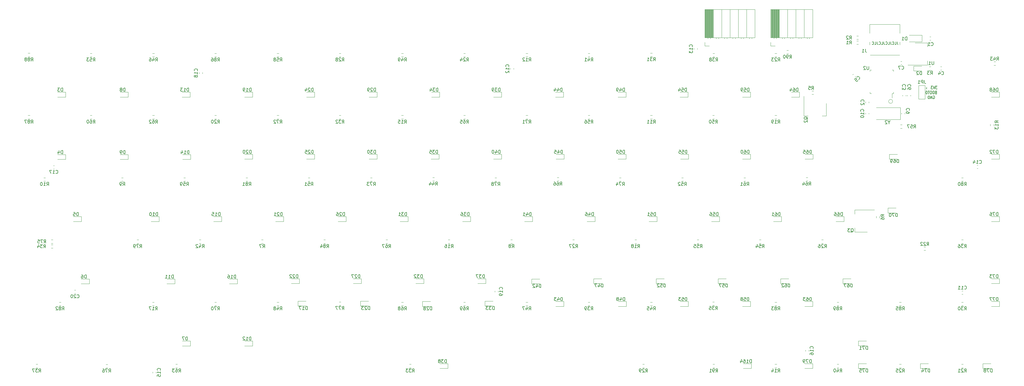
<source format=gbr>
%TF.GenerationSoftware,KiCad,Pcbnew,(5.1.9)-1*%
%TF.CreationDate,2021-03-14T17:48:21+01:00*%
%TF.ProjectId,mkb_01,6d6b625f-3031-42e6-9b69-6361645f7063,rev?*%
%TF.SameCoordinates,Original*%
%TF.FileFunction,Legend,Bot*%
%TF.FilePolarity,Positive*%
%FSLAX46Y46*%
G04 Gerber Fmt 4.6, Leading zero omitted, Abs format (unit mm)*
G04 Created by KiCad (PCBNEW (5.1.9)-1) date 2021-03-14 17:48:21*
%MOMM*%
%LPD*%
G01*
G04 APERTURE LIST*
%ADD10C,0.150000*%
%ADD11C,0.120000*%
G04 APERTURE END LIST*
D10*
X325595238Y-58761904D02*
X325595238Y-59333333D01*
X325633333Y-59447619D01*
X325709523Y-59523809D01*
X325823809Y-59561904D01*
X325900000Y-59561904D01*
X324833333Y-59561904D02*
X325214285Y-59561904D01*
X325214285Y-58761904D01*
X324109523Y-59485714D02*
X324147619Y-59523809D01*
X324261904Y-59561904D01*
X324338095Y-59561904D01*
X324452380Y-59523809D01*
X324528571Y-59447619D01*
X324566666Y-59371428D01*
X324604761Y-59219047D01*
X324604761Y-59104761D01*
X324566666Y-58952380D01*
X324528571Y-58876190D01*
X324452380Y-58800000D01*
X324338095Y-58761904D01*
X324261904Y-58761904D01*
X324147619Y-58800000D01*
X324109523Y-58838095D01*
X323538095Y-58761904D02*
X323538095Y-59333333D01*
X323576190Y-59447619D01*
X323652380Y-59523809D01*
X323766666Y-59561904D01*
X323842857Y-59561904D01*
X322776190Y-59561904D02*
X323157142Y-59561904D01*
X323157142Y-58761904D01*
X322052380Y-59485714D02*
X322090476Y-59523809D01*
X322204761Y-59561904D01*
X322280952Y-59561904D01*
X322395238Y-59523809D01*
X322471428Y-59447619D01*
X322509523Y-59371428D01*
X322547619Y-59219047D01*
X322547619Y-59104761D01*
X322509523Y-58952380D01*
X322471428Y-58876190D01*
X322395238Y-58800000D01*
X322280952Y-58761904D01*
X322204761Y-58761904D01*
X322090476Y-58800000D01*
X322052380Y-58838095D01*
X321480952Y-58761904D02*
X321480952Y-59333333D01*
X321519047Y-59447619D01*
X321595238Y-59523809D01*
X321709523Y-59561904D01*
X321785714Y-59561904D01*
X320719047Y-59561904D02*
X321100000Y-59561904D01*
X321100000Y-58761904D01*
X319995238Y-59485714D02*
X320033333Y-59523809D01*
X320147619Y-59561904D01*
X320223809Y-59561904D01*
X320338095Y-59523809D01*
X320414285Y-59447619D01*
X320452380Y-59371428D01*
X320490476Y-59219047D01*
X320490476Y-59104761D01*
X320452380Y-58952380D01*
X320414285Y-58876190D01*
X320338095Y-58800000D01*
X320223809Y-58761904D01*
X320147619Y-58761904D01*
X320033333Y-58800000D01*
X319995238Y-58838095D01*
X319423809Y-58761904D02*
X319423809Y-59333333D01*
X319461904Y-59447619D01*
X319538095Y-59523809D01*
X319652380Y-59561904D01*
X319728571Y-59561904D01*
X318661904Y-59561904D02*
X319042857Y-59561904D01*
X319042857Y-58761904D01*
X317938095Y-59485714D02*
X317976190Y-59523809D01*
X318090476Y-59561904D01*
X318166666Y-59561904D01*
X318280952Y-59523809D01*
X318357142Y-59447619D01*
X318395238Y-59371428D01*
X318433333Y-59219047D01*
X318433333Y-59104761D01*
X318395238Y-58952380D01*
X318357142Y-58876190D01*
X318280952Y-58800000D01*
X318166666Y-58761904D01*
X318090476Y-58761904D01*
X317976190Y-58800000D01*
X317938095Y-58838095D01*
D11*
X324200001Y-77000000D02*
G75*
G03*
X324200001Y-77000000I-632456J0D01*
G01*
D10*
X337785714Y-72307142D02*
X337321428Y-72307142D01*
X337571428Y-72650000D01*
X337464285Y-72650000D01*
X337392857Y-72692857D01*
X337357142Y-72735714D01*
X337321428Y-72821428D01*
X337321428Y-73035714D01*
X337357142Y-73121428D01*
X337392857Y-73164285D01*
X337464285Y-73207142D01*
X337678571Y-73207142D01*
X337750000Y-73164285D01*
X337785714Y-73121428D01*
X337107142Y-72307142D02*
X336857142Y-73207142D01*
X336607142Y-72307142D01*
X336428571Y-72307142D02*
X335964285Y-72307142D01*
X336214285Y-72650000D01*
X336107142Y-72650000D01*
X336035714Y-72692857D01*
X336000000Y-72735714D01*
X335964285Y-72821428D01*
X335964285Y-73035714D01*
X336000000Y-73121428D01*
X336035714Y-73164285D01*
X336107142Y-73207142D01*
X336321428Y-73207142D01*
X336392857Y-73164285D01*
X336428571Y-73121428D01*
X337375000Y-74235714D02*
X337267857Y-74278571D01*
X337232142Y-74321428D01*
X337196428Y-74407142D01*
X337196428Y-74535714D01*
X337232142Y-74621428D01*
X337267857Y-74664285D01*
X337339285Y-74707142D01*
X337625000Y-74707142D01*
X337625000Y-73807142D01*
X337375000Y-73807142D01*
X337303571Y-73850000D01*
X337267857Y-73892857D01*
X337232142Y-73978571D01*
X337232142Y-74064285D01*
X337267857Y-74150000D01*
X337303571Y-74192857D01*
X337375000Y-74235714D01*
X337625000Y-74235714D01*
X336732142Y-73807142D02*
X336589285Y-73807142D01*
X336517857Y-73850000D01*
X336446428Y-73935714D01*
X336410714Y-74107142D01*
X336410714Y-74407142D01*
X336446428Y-74578571D01*
X336517857Y-74664285D01*
X336589285Y-74707142D01*
X336732142Y-74707142D01*
X336803571Y-74664285D01*
X336875000Y-74578571D01*
X336910714Y-74407142D01*
X336910714Y-74107142D01*
X336875000Y-73935714D01*
X336803571Y-73850000D01*
X336732142Y-73807142D01*
X335946428Y-73807142D02*
X335803571Y-73807142D01*
X335732142Y-73850000D01*
X335660714Y-73935714D01*
X335625000Y-74107142D01*
X335625000Y-74407142D01*
X335660714Y-74578571D01*
X335732142Y-74664285D01*
X335803571Y-74707142D01*
X335946428Y-74707142D01*
X336017857Y-74664285D01*
X336089285Y-74578571D01*
X336125000Y-74407142D01*
X336125000Y-74107142D01*
X336089285Y-73935714D01*
X336017857Y-73850000D01*
X335946428Y-73807142D01*
X335410714Y-73807142D02*
X334982142Y-73807142D01*
X335196428Y-74707142D02*
X335196428Y-73807142D01*
X334589285Y-73807142D02*
X334517857Y-73807142D01*
X334446428Y-73850000D01*
X334410714Y-73892857D01*
X334375000Y-73978571D01*
X334339285Y-74150000D01*
X334339285Y-74364285D01*
X334375000Y-74535714D01*
X334410714Y-74621428D01*
X334446428Y-74664285D01*
X334517857Y-74707142D01*
X334589285Y-74707142D01*
X334660714Y-74664285D01*
X334696428Y-74621428D01*
X334732142Y-74535714D01*
X334767857Y-74364285D01*
X334767857Y-74150000D01*
X334732142Y-73978571D01*
X334696428Y-73892857D01*
X334660714Y-73850000D01*
X334589285Y-73807142D01*
X336571428Y-75350000D02*
X336642857Y-75307142D01*
X336750000Y-75307142D01*
X336857142Y-75350000D01*
X336928571Y-75435714D01*
X336964285Y-75521428D01*
X337000000Y-75692857D01*
X337000000Y-75821428D01*
X336964285Y-75992857D01*
X336928571Y-76078571D01*
X336857142Y-76164285D01*
X336750000Y-76207142D01*
X336678571Y-76207142D01*
X336571428Y-76164285D01*
X336535714Y-76121428D01*
X336535714Y-75821428D01*
X336678571Y-75821428D01*
X336214285Y-76207142D02*
X336214285Y-75307142D01*
X335785714Y-76207142D01*
X335785714Y-75307142D01*
X335428571Y-76207142D02*
X335428571Y-75307142D01*
X335250000Y-75307142D01*
X335142857Y-75350000D01*
X335071428Y-75435714D01*
X335035714Y-75521428D01*
X335000000Y-75692857D01*
X335000000Y-75821428D01*
X335035714Y-75992857D01*
X335071428Y-76078571D01*
X335142857Y-76164285D01*
X335250000Y-76207142D01*
X335428571Y-76207142D01*
D11*
%TO.C,C6*%
X329710000Y-75346267D02*
X329710000Y-75053733D01*
X328690000Y-75346267D02*
X328690000Y-75053733D01*
%TO.C,C3*%
X328210000Y-75346267D02*
X328210000Y-75053733D01*
X327190000Y-75346267D02*
X327190000Y-75053733D01*
%TO.C,C1*%
X335553733Y-57190000D02*
X335846267Y-57190000D01*
X335553733Y-58210000D02*
X335846267Y-58210000D01*
%TO.C,C2*%
X316910000Y-77153733D02*
X316910000Y-77446267D01*
X315890000Y-77153733D02*
X315890000Y-77446267D01*
%TO.C,C4*%
X339146267Y-66390000D02*
X338853733Y-66390000D01*
X339146267Y-67410000D02*
X338853733Y-67410000D01*
%TO.C,C5*%
X311935949Y-68842802D02*
X312142802Y-68635949D01*
X312657198Y-69564051D02*
X312864051Y-69357198D01*
%TO.C,C7*%
X326653733Y-65810000D02*
X326946267Y-65810000D01*
X326653733Y-64790000D02*
X326946267Y-64790000D01*
%TO.C,D1*%
X333150000Y-56700000D02*
X333150000Y-58700000D01*
X333150000Y-58700000D02*
X329250000Y-58700000D01*
X333150000Y-56700000D02*
X329250000Y-56700000D01*
%TO.C,D2*%
X333100000Y-67635000D02*
X330640000Y-67635000D01*
X330640000Y-67635000D02*
X330640000Y-66165000D01*
X330640000Y-66165000D02*
X333100000Y-66165000D01*
%TO.C,D3*%
X68600000Y-74165000D02*
X71060000Y-74165000D01*
X71060000Y-74165000D02*
X71060000Y-75635000D01*
X71060000Y-75635000D02*
X68600000Y-75635000D01*
%TO.C,D4*%
X71060000Y-94735000D02*
X68600000Y-94735000D01*
X71060000Y-93265000D02*
X71060000Y-94735000D01*
X68600000Y-93265000D02*
X71060000Y-93265000D01*
%TO.C,D5*%
X73375000Y-112265000D02*
X75835000Y-112265000D01*
X75835000Y-112265000D02*
X75835000Y-113735000D01*
X75835000Y-113735000D02*
X73375000Y-113735000D01*
%TO.C,D6*%
X78260000Y-132835000D02*
X75800000Y-132835000D01*
X78260000Y-131365000D02*
X78260000Y-132835000D01*
X75800000Y-131365000D02*
X78260000Y-131365000D01*
%TO.C,D7*%
X109230000Y-151835000D02*
X106770000Y-151835000D01*
X109230000Y-150365000D02*
X109230000Y-151835000D01*
X106770000Y-150365000D02*
X109230000Y-150365000D01*
%TO.C,D8*%
X90160000Y-75635000D02*
X87700000Y-75635000D01*
X90160000Y-74165000D02*
X90160000Y-75635000D01*
X87700000Y-74165000D02*
X90160000Y-74165000D01*
%TO.C,D9*%
X90160000Y-94735000D02*
X87700000Y-94735000D01*
X90160000Y-93265000D02*
X90160000Y-94735000D01*
X87700000Y-93265000D02*
X90160000Y-93265000D01*
%TO.C,D10*%
X99660000Y-113735000D02*
X97200000Y-113735000D01*
X99660000Y-112265000D02*
X99660000Y-113735000D01*
X97200000Y-112265000D02*
X99660000Y-112265000D01*
%TO.C,D11*%
X102000000Y-131365000D02*
X104460000Y-131365000D01*
X104460000Y-131365000D02*
X104460000Y-132835000D01*
X104460000Y-132835000D02*
X102000000Y-132835000D01*
%TO.C,D12*%
X125770000Y-150365000D02*
X128230000Y-150365000D01*
X128230000Y-150365000D02*
X128230000Y-151835000D01*
X128230000Y-151835000D02*
X125770000Y-151835000D01*
%TO.C,D13*%
X109160000Y-75635000D02*
X106700000Y-75635000D01*
X109160000Y-74165000D02*
X109160000Y-75635000D01*
X106700000Y-74165000D02*
X109160000Y-74165000D01*
%TO.C,D14*%
X106800000Y-93265000D02*
X109260000Y-93265000D01*
X109260000Y-93265000D02*
X109260000Y-94735000D01*
X109260000Y-94735000D02*
X106800000Y-94735000D01*
%TO.C,D15*%
X116300000Y-112265000D02*
X118760000Y-112265000D01*
X118760000Y-112265000D02*
X118760000Y-113735000D01*
X118760000Y-113735000D02*
X116300000Y-113735000D01*
%TO.C,D16*%
X123560000Y-132835000D02*
X121100000Y-132835000D01*
X123560000Y-131365000D02*
X123560000Y-132835000D01*
X121100000Y-131365000D02*
X123560000Y-131365000D01*
%TO.C,D17*%
X142140000Y-138165000D02*
X144600000Y-138165000D01*
X142140000Y-139635000D02*
X142140000Y-138165000D01*
X144600000Y-139635000D02*
X142140000Y-139635000D01*
%TO.C,D19*%
X128260000Y-75635000D02*
X125800000Y-75635000D01*
X128260000Y-74165000D02*
X128260000Y-75635000D01*
X125800000Y-74165000D02*
X128260000Y-74165000D01*
%TO.C,D20*%
X125800000Y-93165000D02*
X128260000Y-93165000D01*
X128260000Y-93165000D02*
X128260000Y-94635000D01*
X128260000Y-94635000D02*
X125800000Y-94635000D01*
%TO.C,D21*%
X137760000Y-113735000D02*
X135300000Y-113735000D01*
X137760000Y-112265000D02*
X137760000Y-113735000D01*
X135300000Y-112265000D02*
X137760000Y-112265000D01*
%TO.C,D22*%
X142560000Y-132735000D02*
X140100000Y-132735000D01*
X142560000Y-131265000D02*
X142560000Y-132735000D01*
X140100000Y-131265000D02*
X142560000Y-131265000D01*
%TO.C,D23*%
X163700000Y-139635000D02*
X161240000Y-139635000D01*
X161240000Y-139635000D02*
X161240000Y-138165000D01*
X161240000Y-138165000D02*
X163700000Y-138165000D01*
%TO.C,D24*%
X147260000Y-75635000D02*
X144800000Y-75635000D01*
X147260000Y-74165000D02*
X147260000Y-75635000D01*
X144800000Y-74165000D02*
X147260000Y-74165000D01*
%TO.C,D25*%
X147260000Y-94635000D02*
X144800000Y-94635000D01*
X147260000Y-93165000D02*
X147260000Y-94635000D01*
X144800000Y-93165000D02*
X147260000Y-93165000D01*
%TO.C,D26*%
X154400000Y-112265000D02*
X156860000Y-112265000D01*
X156860000Y-112265000D02*
X156860000Y-113735000D01*
X156860000Y-113735000D02*
X154400000Y-113735000D01*
%TO.C,D27*%
X161560000Y-132735000D02*
X159100000Y-132735000D01*
X161560000Y-131265000D02*
X161560000Y-132735000D01*
X159100000Y-131265000D02*
X161560000Y-131265000D01*
%TO.C,D28*%
X180240000Y-138265000D02*
X182700000Y-138265000D01*
X180240000Y-139735000D02*
X180240000Y-138265000D01*
X182700000Y-139735000D02*
X180240000Y-139735000D01*
%TO.C,D29*%
X163900000Y-74165000D02*
X166360000Y-74165000D01*
X166360000Y-74165000D02*
X166360000Y-75635000D01*
X166360000Y-75635000D02*
X163900000Y-75635000D01*
%TO.C,D30*%
X163900000Y-93165000D02*
X166360000Y-93165000D01*
X166360000Y-93165000D02*
X166360000Y-94635000D01*
X166360000Y-94635000D02*
X163900000Y-94635000D01*
%TO.C,D31*%
X175860000Y-113735000D02*
X173400000Y-113735000D01*
X175860000Y-112265000D02*
X175860000Y-113735000D01*
X173400000Y-112265000D02*
X175860000Y-112265000D01*
%TO.C,D32*%
X178200000Y-131265000D02*
X180660000Y-131265000D01*
X180660000Y-131265000D02*
X180660000Y-132735000D01*
X180660000Y-132735000D02*
X178200000Y-132735000D01*
%TO.C,D33*%
X201800000Y-139635000D02*
X199340000Y-139635000D01*
X199340000Y-139635000D02*
X199340000Y-138165000D01*
X199340000Y-138165000D02*
X201800000Y-138165000D01*
%TO.C,D34*%
X185460000Y-75635000D02*
X183000000Y-75635000D01*
X185460000Y-74165000D02*
X185460000Y-75635000D01*
X183000000Y-74165000D02*
X185460000Y-74165000D01*
%TO.C,D35*%
X182900000Y-93165000D02*
X185360000Y-93165000D01*
X185360000Y-93165000D02*
X185360000Y-94635000D01*
X185360000Y-94635000D02*
X182900000Y-94635000D01*
%TO.C,D36*%
X192500000Y-112265000D02*
X194960000Y-112265000D01*
X194960000Y-112265000D02*
X194960000Y-113735000D01*
X194960000Y-113735000D02*
X192500000Y-113735000D01*
%TO.C,D37*%
X199660000Y-132735000D02*
X197200000Y-132735000D01*
X199660000Y-131265000D02*
X199660000Y-132735000D01*
X197200000Y-131265000D02*
X199660000Y-131265000D01*
%TO.C,D38*%
X188050000Y-158735000D02*
X185590000Y-158735000D01*
X188050000Y-157265000D02*
X188050000Y-158735000D01*
X185590000Y-157265000D02*
X188050000Y-157265000D01*
%TO.C,D39*%
X204460000Y-75635000D02*
X202000000Y-75635000D01*
X204460000Y-74165000D02*
X204460000Y-75635000D01*
X202000000Y-74165000D02*
X204460000Y-74165000D01*
%TO.C,D40*%
X202000000Y-93165000D02*
X204460000Y-93165000D01*
X204460000Y-93165000D02*
X204460000Y-94635000D01*
X204460000Y-94635000D02*
X202000000Y-94635000D01*
%TO.C,D41*%
X213960000Y-113735000D02*
X211500000Y-113735000D01*
X213960000Y-112265000D02*
X213960000Y-113735000D01*
X211500000Y-112265000D02*
X213960000Y-112265000D01*
%TO.C,D42*%
X216100000Y-132835000D02*
X213640000Y-132835000D01*
X213640000Y-132835000D02*
X213640000Y-131365000D01*
X213640000Y-131365000D02*
X216100000Y-131365000D01*
%TO.C,D43*%
X221070000Y-138265000D02*
X223530000Y-138265000D01*
X223530000Y-138265000D02*
X223530000Y-139735000D01*
X223530000Y-139735000D02*
X221070000Y-139735000D01*
%TO.C,D44*%
X221000000Y-74165000D02*
X223460000Y-74165000D01*
X223460000Y-74165000D02*
X223460000Y-75635000D01*
X223460000Y-75635000D02*
X221000000Y-75635000D01*
%TO.C,D45*%
X223560000Y-94635000D02*
X221100000Y-94635000D01*
X223560000Y-93165000D02*
X223560000Y-94635000D01*
X221100000Y-93165000D02*
X223560000Y-93165000D01*
%TO.C,D46*%
X230600000Y-112265000D02*
X233060000Y-112265000D01*
X233060000Y-112265000D02*
X233060000Y-113735000D01*
X233060000Y-113735000D02*
X230600000Y-113735000D01*
%TO.C,D47*%
X232640000Y-131265000D02*
X235100000Y-131265000D01*
X232640000Y-132735000D02*
X232640000Y-131265000D01*
X235100000Y-132735000D02*
X232640000Y-132735000D01*
%TO.C,D48*%
X242630000Y-139735000D02*
X240170000Y-139735000D01*
X242630000Y-138265000D02*
X242630000Y-139735000D01*
X240170000Y-138265000D02*
X242630000Y-138265000D01*
%TO.C,D49*%
X240100000Y-74165000D02*
X242560000Y-74165000D01*
X242560000Y-74165000D02*
X242560000Y-75635000D01*
X242560000Y-75635000D02*
X240100000Y-75635000D01*
%TO.C,D50*%
X240100000Y-93165000D02*
X242560000Y-93165000D01*
X242560000Y-93165000D02*
X242560000Y-94635000D01*
X242560000Y-94635000D02*
X240100000Y-94635000D01*
%TO.C,D51*%
X249600000Y-112265000D02*
X252060000Y-112265000D01*
X252060000Y-112265000D02*
X252060000Y-113735000D01*
X252060000Y-113735000D02*
X249600000Y-113735000D01*
%TO.C,D52*%
X254200000Y-132735000D02*
X251740000Y-132735000D01*
X251740000Y-132735000D02*
X251740000Y-131265000D01*
X251740000Y-131265000D02*
X254200000Y-131265000D01*
%TO.C,D53*%
X259170000Y-138265000D02*
X261630000Y-138265000D01*
X261630000Y-138265000D02*
X261630000Y-139735000D01*
X261630000Y-139735000D02*
X259170000Y-139735000D01*
%TO.C,D54*%
X261560000Y-75635000D02*
X259100000Y-75635000D01*
X261560000Y-74165000D02*
X261560000Y-75635000D01*
X259100000Y-74165000D02*
X261560000Y-74165000D01*
%TO.C,D55*%
X261660000Y-94635000D02*
X259200000Y-94635000D01*
X261660000Y-93165000D02*
X261660000Y-94635000D01*
X259200000Y-93165000D02*
X261660000Y-93165000D01*
%TO.C,D56*%
X271160000Y-113735000D02*
X268700000Y-113735000D01*
X271160000Y-112265000D02*
X271160000Y-113735000D01*
X268700000Y-112265000D02*
X271160000Y-112265000D01*
%TO.C,D57*%
X270740000Y-131265000D02*
X273200000Y-131265000D01*
X270740000Y-132735000D02*
X270740000Y-131265000D01*
X273200000Y-132735000D02*
X270740000Y-132735000D01*
%TO.C,D58*%
X280630000Y-139735000D02*
X278170000Y-139735000D01*
X280630000Y-138265000D02*
X280630000Y-139735000D01*
X278170000Y-138265000D02*
X280630000Y-138265000D01*
%TO.C,D59*%
X280660000Y-75635000D02*
X278200000Y-75635000D01*
X280660000Y-74165000D02*
X280660000Y-75635000D01*
X278200000Y-74165000D02*
X280660000Y-74165000D01*
%TO.C,D60*%
X278200000Y-93165000D02*
X280660000Y-93165000D01*
X280660000Y-93165000D02*
X280660000Y-94635000D01*
X280660000Y-94635000D02*
X278200000Y-94635000D01*
%TO.C,D61*%
X287700000Y-112265000D02*
X290160000Y-112265000D01*
X290160000Y-112265000D02*
X290160000Y-113735000D01*
X290160000Y-113735000D02*
X287700000Y-113735000D01*
%TO.C,D62*%
X292300000Y-132735000D02*
X289840000Y-132735000D01*
X289840000Y-132735000D02*
X289840000Y-131265000D01*
X289840000Y-131265000D02*
X292300000Y-131265000D01*
%TO.C,D63*%
X297270000Y-138265000D02*
X299730000Y-138265000D01*
X299730000Y-138265000D02*
X299730000Y-139735000D01*
X299730000Y-139735000D02*
X297270000Y-139735000D01*
%TO.C,D64*%
X293200000Y-74165000D02*
X295660000Y-74165000D01*
X295660000Y-74165000D02*
X295660000Y-75635000D01*
X295660000Y-75635000D02*
X293200000Y-75635000D01*
%TO.C,D65*%
X297300000Y-93165000D02*
X299760000Y-93165000D01*
X299760000Y-93165000D02*
X299760000Y-94635000D01*
X299760000Y-94635000D02*
X297300000Y-94635000D01*
%TO.C,D66*%
X309260000Y-113735000D02*
X306800000Y-113735000D01*
X309260000Y-112265000D02*
X309260000Y-113735000D01*
X306800000Y-112265000D02*
X309260000Y-112265000D01*
%TO.C,D67*%
X308940000Y-131265000D02*
X311400000Y-131265000D01*
X308940000Y-132735000D02*
X308940000Y-131265000D01*
X311400000Y-132735000D02*
X308940000Y-132735000D01*
%TO.C,D68*%
X354400000Y-74165000D02*
X356860000Y-74165000D01*
X356860000Y-74165000D02*
X356860000Y-75635000D01*
X356860000Y-75635000D02*
X354400000Y-75635000D01*
%TO.C,D69*%
X323140000Y-93165000D02*
X325600000Y-93165000D01*
X323140000Y-94635000D02*
X323140000Y-93165000D01*
X325600000Y-94635000D02*
X323140000Y-94635000D01*
%TO.C,D70*%
X325200000Y-111135000D02*
X322740000Y-111135000D01*
X322740000Y-111135000D02*
X322740000Y-109665000D01*
X322740000Y-109665000D02*
X325200000Y-109665000D01*
%TO.C,D71*%
X316110000Y-151825000D02*
X313650000Y-151825000D01*
X313650000Y-151825000D02*
X313650000Y-150355000D01*
X313650000Y-150355000D02*
X316110000Y-150355000D01*
%TO.C,D72*%
X354400000Y-93165000D02*
X356860000Y-93165000D01*
X356860000Y-93165000D02*
X356860000Y-94635000D01*
X356860000Y-94635000D02*
X354400000Y-94635000D01*
%TO.C,D73*%
X354400000Y-131265000D02*
X356860000Y-131265000D01*
X356860000Y-131265000D02*
X356860000Y-132735000D01*
X356860000Y-132735000D02*
X354400000Y-132735000D01*
%TO.C,D74*%
X332670000Y-157275000D02*
X335130000Y-157275000D01*
X332670000Y-158745000D02*
X332670000Y-157275000D01*
X335130000Y-158745000D02*
X332670000Y-158745000D01*
%TO.C,D75*%
X313670000Y-157275000D02*
X316130000Y-157275000D01*
X313670000Y-158745000D02*
X313670000Y-157275000D01*
X316130000Y-158745000D02*
X313670000Y-158745000D01*
%TO.C,D76*%
X356860000Y-113735000D02*
X354400000Y-113735000D01*
X356860000Y-112265000D02*
X356860000Y-113735000D01*
X354400000Y-112265000D02*
X356860000Y-112265000D01*
%TO.C,D77*%
X356860000Y-139735000D02*
X354400000Y-139735000D01*
X356860000Y-138265000D02*
X356860000Y-139735000D01*
X354400000Y-138265000D02*
X356860000Y-138265000D01*
%TO.C,D78*%
X354200000Y-158735000D02*
X351740000Y-158735000D01*
X351740000Y-158735000D02*
X351740000Y-157265000D01*
X351740000Y-157265000D02*
X354200000Y-157265000D01*
%TO.C,D79*%
X297230000Y-157275000D02*
X299690000Y-157275000D01*
X299690000Y-157275000D02*
X299690000Y-158745000D01*
X299690000Y-158745000D02*
X297230000Y-158745000D01*
%TO.C,JP1*%
X334300000Y-72900000D02*
X334600000Y-73200000D01*
X334600000Y-72600000D02*
X334600000Y-73200000D01*
X334300000Y-72900000D02*
X334600000Y-72600000D01*
X334100000Y-72150000D02*
X332100000Y-72150000D01*
X334100000Y-76250000D02*
X334100000Y-72150000D01*
X332100000Y-76250000D02*
X334100000Y-76250000D01*
X332100000Y-72150000D02*
X332100000Y-76250000D01*
%TO.C,R1*%
X313654724Y-58477500D02*
X313145276Y-58477500D01*
X313654724Y-59522500D02*
X313145276Y-59522500D01*
%TO.C,R2*%
X313145276Y-56977500D02*
X313654724Y-56977500D01*
X313145276Y-58022500D02*
X313654724Y-58022500D01*
%TO.C,R3*%
X335854724Y-66377500D02*
X335345276Y-66377500D01*
X335854724Y-67422500D02*
X335345276Y-67422500D01*
%TO.C,SWD_CONN1*%
X286990000Y-48810000D02*
X286990000Y-57440000D01*
X287108095Y-48810000D02*
X287108095Y-57440000D01*
X287226190Y-48810000D02*
X287226190Y-57440000D01*
X287344285Y-48810000D02*
X287344285Y-57440000D01*
X287462380Y-48810000D02*
X287462380Y-57440000D01*
X287580475Y-48810000D02*
X287580475Y-57440000D01*
X287698570Y-48810000D02*
X287698570Y-57440000D01*
X287816665Y-48810000D02*
X287816665Y-57440000D01*
X287934760Y-48810000D02*
X287934760Y-57440000D01*
X288052855Y-48810000D02*
X288052855Y-57440000D01*
X288170950Y-48810000D02*
X288170950Y-57440000D01*
X288289045Y-48810000D02*
X288289045Y-57440000D01*
X288407140Y-48810000D02*
X288407140Y-57440000D01*
X288525235Y-48810000D02*
X288525235Y-57440000D01*
X288643330Y-48810000D02*
X288643330Y-57440000D01*
X288761425Y-48810000D02*
X288761425Y-57440000D01*
X288879520Y-48810000D02*
X288879520Y-57440000D01*
X288997615Y-48810000D02*
X288997615Y-57440000D01*
X289115710Y-48810000D02*
X289115710Y-57440000D01*
X289233805Y-48810000D02*
X289233805Y-57440000D01*
X289351900Y-48810000D02*
X289351900Y-57440000D01*
X287840000Y-57440000D02*
X287840000Y-57790000D01*
X288560000Y-57440000D02*
X288560000Y-57790000D01*
X290380000Y-57440000D02*
X290380000Y-57850000D01*
X291100000Y-57440000D02*
X291100000Y-57850000D01*
X292920000Y-57440000D02*
X292920000Y-57850000D01*
X293640000Y-57440000D02*
X293640000Y-57850000D01*
X295460000Y-57440000D02*
X295460000Y-57850000D01*
X296180000Y-57440000D02*
X296180000Y-57850000D01*
X298000000Y-57440000D02*
X298000000Y-57850000D01*
X298720000Y-57440000D02*
X298720000Y-57850000D01*
X289470000Y-48810000D02*
X289470000Y-57440000D01*
X292010000Y-48810000D02*
X292010000Y-57440000D01*
X294550000Y-48810000D02*
X294550000Y-57440000D01*
X297090000Y-48810000D02*
X297090000Y-57440000D01*
X286870000Y-48810000D02*
X286870000Y-57440000D01*
X286870000Y-57440000D02*
X299690000Y-57440000D01*
X299690000Y-48810000D02*
X299690000Y-57440000D01*
X286870000Y-48810000D02*
X299690000Y-48810000D01*
X286870000Y-60010000D02*
X288200000Y-60010000D01*
X286870000Y-58900000D02*
X286870000Y-60010000D01*
%TO.C,U1*%
X334810000Y-59040000D02*
X334810000Y-60300000D01*
X334810000Y-65860000D02*
X334810000Y-64600000D01*
X331050000Y-59040000D02*
X334810000Y-59040000D01*
X328800000Y-65860000D02*
X334810000Y-65860000D01*
%TO.C,USART_1_CONN1*%
X266790000Y-48810000D02*
X266790000Y-57440000D01*
X266908095Y-48810000D02*
X266908095Y-57440000D01*
X267026190Y-48810000D02*
X267026190Y-57440000D01*
X267144285Y-48810000D02*
X267144285Y-57440000D01*
X267262380Y-48810000D02*
X267262380Y-57440000D01*
X267380475Y-48810000D02*
X267380475Y-57440000D01*
X267498570Y-48810000D02*
X267498570Y-57440000D01*
X267616665Y-48810000D02*
X267616665Y-57440000D01*
X267734760Y-48810000D02*
X267734760Y-57440000D01*
X267852855Y-48810000D02*
X267852855Y-57440000D01*
X267970950Y-48810000D02*
X267970950Y-57440000D01*
X268089045Y-48810000D02*
X268089045Y-57440000D01*
X268207140Y-48810000D02*
X268207140Y-57440000D01*
X268325235Y-48810000D02*
X268325235Y-57440000D01*
X268443330Y-48810000D02*
X268443330Y-57440000D01*
X268561425Y-48810000D02*
X268561425Y-57440000D01*
X268679520Y-48810000D02*
X268679520Y-57440000D01*
X268797615Y-48810000D02*
X268797615Y-57440000D01*
X268915710Y-48810000D02*
X268915710Y-57440000D01*
X269033805Y-48810000D02*
X269033805Y-57440000D01*
X269151900Y-48810000D02*
X269151900Y-57440000D01*
X267640000Y-57440000D02*
X267640000Y-57790000D01*
X268360000Y-57440000D02*
X268360000Y-57790000D01*
X270180000Y-57440000D02*
X270180000Y-57850000D01*
X270900000Y-57440000D02*
X270900000Y-57850000D01*
X272720000Y-57440000D02*
X272720000Y-57850000D01*
X273440000Y-57440000D02*
X273440000Y-57850000D01*
X275260000Y-57440000D02*
X275260000Y-57850000D01*
X275980000Y-57440000D02*
X275980000Y-57850000D01*
X277800000Y-57440000D02*
X277800000Y-57850000D01*
X278520000Y-57440000D02*
X278520000Y-57850000D01*
X280340000Y-57440000D02*
X280340000Y-57850000D01*
X281060000Y-57440000D02*
X281060000Y-57850000D01*
X269270000Y-48810000D02*
X269270000Y-57440000D01*
X271810000Y-48810000D02*
X271810000Y-57440000D01*
X274350000Y-48810000D02*
X274350000Y-57440000D01*
X276890000Y-48810000D02*
X276890000Y-57440000D01*
X279430000Y-48810000D02*
X279430000Y-57440000D01*
X266670000Y-48810000D02*
X266670000Y-57440000D01*
X266670000Y-57440000D02*
X282030000Y-57440000D01*
X282030000Y-48810000D02*
X282030000Y-57440000D01*
X266670000Y-48810000D02*
X282030000Y-48810000D01*
X266670000Y-60010000D02*
X268000000Y-60010000D01*
X266670000Y-58900000D02*
X266670000Y-60010000D01*
%TO.C,Q2*%
X296990000Y-75400000D02*
X296990000Y-81410000D01*
X303810000Y-77650000D02*
X303810000Y-81410000D01*
X296990000Y-81410000D02*
X298250000Y-81410000D01*
X303810000Y-81410000D02*
X302550000Y-81410000D01*
%TO.C,Q3*%
X312590000Y-117010000D02*
X312590000Y-115750000D01*
X312590000Y-110190000D02*
X312590000Y-111450000D01*
X316350000Y-117010000D02*
X312590000Y-117010000D01*
X318600000Y-110190000D02*
X312590000Y-110190000D01*
%TO.C,R5*%
X299954724Y-73777500D02*
X299445276Y-73777500D01*
X299954724Y-74822500D02*
X299445276Y-74822500D01*
%TO.C,R6*%
X319177500Y-112654724D02*
X319177500Y-112145276D01*
X320222500Y-112654724D02*
X320222500Y-112145276D01*
%TO.C,R7*%
X130945276Y-119377500D02*
X131454724Y-119377500D01*
X130945276Y-120422500D02*
X131454724Y-120422500D01*
%TO.C,R8*%
X207245276Y-119377500D02*
X207754724Y-119377500D01*
X207245276Y-120422500D02*
X207754724Y-120422500D01*
%TO.C,R9*%
X88145276Y-100377500D02*
X88654724Y-100377500D01*
X88145276Y-101422500D02*
X88654724Y-101422500D01*
%TO.C,R10*%
X64345276Y-100377500D02*
X64854724Y-100377500D01*
X64345276Y-101422500D02*
X64854724Y-101422500D01*
%TO.C,R11*%
X250045276Y-81277500D02*
X250554724Y-81277500D01*
X250045276Y-82322500D02*
X250554724Y-82322500D01*
%TO.C,R12*%
X211945276Y-62277500D02*
X212454724Y-62277500D01*
X211945276Y-63322500D02*
X212454724Y-63322500D01*
%TO.C,R13*%
X355122500Y-84454724D02*
X355122500Y-83945276D01*
X354077500Y-84454724D02*
X354077500Y-83945276D01*
%TO.C,R14*%
X288145276Y-158522500D02*
X288654724Y-158522500D01*
X288145276Y-157477500D02*
X288654724Y-157477500D01*
%TO.C,R15*%
X173845276Y-82322500D02*
X174354724Y-82322500D01*
X173845276Y-81277500D02*
X174354724Y-81277500D01*
%TO.C,R16*%
X188145276Y-120422500D02*
X188654724Y-120422500D01*
X188145276Y-119377500D02*
X188654724Y-119377500D01*
%TO.C,R17*%
X97615276Y-139522500D02*
X98124724Y-139522500D01*
X97615276Y-138477500D02*
X98124724Y-138477500D01*
%TO.C,R18*%
X245245276Y-120422500D02*
X245754724Y-120422500D01*
X245245276Y-119377500D02*
X245754724Y-119377500D01*
%TO.C,R19*%
X288145276Y-81277500D02*
X288654724Y-81277500D01*
X288145276Y-82322500D02*
X288654724Y-82322500D01*
%TO.C,R20*%
X116645276Y-81277500D02*
X117154724Y-81277500D01*
X116645276Y-82322500D02*
X117154724Y-82322500D01*
%TO.C,R21*%
X345245276Y-157477500D02*
X345754724Y-157477500D01*
X345245276Y-158522500D02*
X345754724Y-158522500D01*
%TO.C,R22*%
X334254724Y-122622500D02*
X333745276Y-122622500D01*
X334254724Y-121577500D02*
X333745276Y-121577500D01*
%TO.C,R23*%
X288145276Y-62277500D02*
X288654724Y-62277500D01*
X288145276Y-63322500D02*
X288654724Y-63322500D01*
%TO.C,R24*%
X192845276Y-63322500D02*
X193354724Y-63322500D01*
X192845276Y-62277500D02*
X193354724Y-62277500D01*
%TO.C,R25*%
X326245276Y-157477500D02*
X326754724Y-157477500D01*
X326245276Y-158522500D02*
X326754724Y-158522500D01*
%TO.C,R26*%
X302445276Y-120422500D02*
X302954724Y-120422500D01*
X302445276Y-119377500D02*
X302954724Y-119377500D01*
%TO.C,R27*%
X226245276Y-120422500D02*
X226754724Y-120422500D01*
X226245276Y-119377500D02*
X226754724Y-119377500D01*
%TO.C,R28*%
X154745276Y-63322500D02*
X155254724Y-63322500D01*
X154745276Y-62277500D02*
X155254724Y-62277500D01*
%TO.C,R29*%
X247645276Y-157477500D02*
X248154724Y-157477500D01*
X247645276Y-158522500D02*
X248154724Y-158522500D01*
%TO.C,R30*%
X345245276Y-138477500D02*
X345754724Y-138477500D01*
X345245276Y-139522500D02*
X345754724Y-139522500D01*
%TO.C,R31*%
X250045276Y-62177500D02*
X250554724Y-62177500D01*
X250045276Y-63222500D02*
X250554724Y-63222500D01*
%TO.C,R32*%
X154745276Y-82322500D02*
X155254724Y-82322500D01*
X154745276Y-81277500D02*
X155254724Y-81277500D01*
%TO.C,R33*%
X176245276Y-157477500D02*
X176754724Y-157477500D01*
X176245276Y-158522500D02*
X176754724Y-158522500D01*
%TO.C,R34*%
X66645276Y-120877500D02*
X67154724Y-120877500D01*
X66645276Y-121922500D02*
X67154724Y-121922500D01*
%TO.C,R35*%
X269045276Y-139422500D02*
X269554724Y-139422500D01*
X269045276Y-138377500D02*
X269554724Y-138377500D01*
%TO.C,R36*%
X345245276Y-120422500D02*
X345754724Y-120422500D01*
X345245276Y-119377500D02*
X345754724Y-119377500D01*
%TO.C,R37*%
X61945276Y-158522500D02*
X62454724Y-158522500D01*
X61945276Y-157477500D02*
X62454724Y-157477500D01*
%TO.C,R38*%
X269145276Y-62277500D02*
X269654724Y-62277500D01*
X269145276Y-63322500D02*
X269654724Y-63322500D01*
%TO.C,R39*%
X230945276Y-139522500D02*
X231454724Y-139522500D01*
X230945276Y-138477500D02*
X231454724Y-138477500D01*
%TO.C,R40*%
X307145276Y-157477500D02*
X307654724Y-157477500D01*
X307145276Y-158522500D02*
X307654724Y-158522500D01*
%TO.C,R41*%
X230945276Y-62277500D02*
X231454724Y-62277500D01*
X230945276Y-63322500D02*
X231454724Y-63322500D01*
%TO.C,R42*%
X111945276Y-119377500D02*
X112454724Y-119377500D01*
X111945276Y-120422500D02*
X112454724Y-120422500D01*
%TO.C,R43*%
X355654724Y-64877500D02*
X355145276Y-64877500D01*
X355654724Y-65922500D02*
X355145276Y-65922500D01*
%TO.C,R44*%
X183345276Y-100277500D02*
X183854724Y-100277500D01*
X183345276Y-101322500D02*
X183854724Y-101322500D01*
%TO.C,R45*%
X250045276Y-139522500D02*
X250554724Y-139522500D01*
X250045276Y-138477500D02*
X250554724Y-138477500D01*
%TO.C,R46*%
X97645276Y-63322500D02*
X98154724Y-63322500D01*
X97645276Y-62277500D02*
X98154724Y-62277500D01*
%TO.C,R47*%
X211945276Y-139522500D02*
X212454724Y-139522500D01*
X211945276Y-138477500D02*
X212454724Y-138477500D01*
%TO.C,R48*%
X135745276Y-138477500D02*
X136254724Y-138477500D01*
X135745276Y-139522500D02*
X136254724Y-139522500D01*
%TO.C,R49*%
X173845276Y-63322500D02*
X174354724Y-63322500D01*
X173845276Y-62277500D02*
X174354724Y-62277500D01*
%TO.C,R50*%
X269045276Y-82322500D02*
X269554724Y-82322500D01*
X269045276Y-81277500D02*
X269554724Y-81277500D01*
%TO.C,R51*%
X145245276Y-100377500D02*
X145754724Y-100377500D01*
X145245276Y-101422500D02*
X145754724Y-101422500D01*
%TO.C,R52*%
X259545276Y-100377500D02*
X260054724Y-100377500D01*
X259545276Y-101422500D02*
X260054724Y-101422500D01*
%TO.C,R53*%
X78545276Y-63322500D02*
X79054724Y-63322500D01*
X78545276Y-62277500D02*
X79054724Y-62277500D01*
%TO.C,R54*%
X283345276Y-119377500D02*
X283854724Y-119377500D01*
X283345276Y-120422500D02*
X283854724Y-120422500D01*
%TO.C,R55*%
X264345276Y-120422500D02*
X264854724Y-120422500D01*
X264345276Y-119377500D02*
X264854724Y-119377500D01*
%TO.C,R56*%
X230945276Y-82322500D02*
X231454724Y-82322500D01*
X230945276Y-81277500D02*
X231454724Y-81277500D01*
%TO.C,R57*%
X327054724Y-85222500D02*
X326545276Y-85222500D01*
X327054724Y-84177500D02*
X326545276Y-84177500D01*
%TO.C,R58*%
X135745276Y-62277500D02*
X136254724Y-62277500D01*
X135745276Y-63322500D02*
X136254724Y-63322500D01*
%TO.C,R59*%
X107145276Y-101422500D02*
X107654724Y-101422500D01*
X107145276Y-100377500D02*
X107654724Y-100377500D01*
%TO.C,R60*%
X78545276Y-81277500D02*
X79054724Y-81277500D01*
X78545276Y-82322500D02*
X79054724Y-82322500D01*
%TO.C,R61*%
X278645276Y-100377500D02*
X279154724Y-100377500D01*
X278645276Y-101422500D02*
X279154724Y-101422500D01*
%TO.C,R62*%
X97645276Y-81277500D02*
X98154724Y-81277500D01*
X97645276Y-82322500D02*
X98154724Y-82322500D01*
%TO.C,R63*%
X104745276Y-158522500D02*
X105254724Y-158522500D01*
X104745276Y-157477500D02*
X105254724Y-157477500D01*
%TO.C,R64*%
X297645276Y-101322500D02*
X298154724Y-101322500D01*
X297645276Y-100277500D02*
X298154724Y-100277500D01*
%TO.C,R65*%
X192845276Y-82322500D02*
X193354724Y-82322500D01*
X192845276Y-81277500D02*
X193354724Y-81277500D01*
%TO.C,R66*%
X221445276Y-101322500D02*
X221954724Y-101322500D01*
X221445276Y-100277500D02*
X221954724Y-100277500D01*
%TO.C,R67*%
X169045276Y-120422500D02*
X169554724Y-120422500D01*
X169045276Y-119377500D02*
X169554724Y-119377500D01*
%TO.C,R68*%
X173845276Y-138477500D02*
X174354724Y-138477500D01*
X173845276Y-139522500D02*
X174354724Y-139522500D01*
%TO.C,R69*%
X192845276Y-139522500D02*
X193354724Y-139522500D01*
X192845276Y-138477500D02*
X193354724Y-138477500D01*
%TO.C,R70*%
X116645276Y-138477500D02*
X117154724Y-138477500D01*
X116645276Y-139522500D02*
X117154724Y-139522500D01*
%TO.C,R71*%
X211945276Y-81277500D02*
X212454724Y-81277500D01*
X211945276Y-82322500D02*
X212454724Y-82322500D01*
%TO.C,R72*%
X135745276Y-81277500D02*
X136254724Y-81277500D01*
X135745276Y-82322500D02*
X136254724Y-82322500D01*
%TO.C,R73*%
X164345276Y-101422500D02*
X164854724Y-101422500D01*
X164345276Y-100377500D02*
X164854724Y-100377500D01*
%TO.C,R74*%
X240545276Y-100377500D02*
X241054724Y-100377500D01*
X240545276Y-101422500D02*
X241054724Y-101422500D01*
%TO.C,R75*%
X66645276Y-120422500D02*
X67154724Y-120422500D01*
X66645276Y-119377500D02*
X67154724Y-119377500D01*
%TO.C,R76*%
X83345276Y-158577501D02*
X83854724Y-158577501D01*
X83345276Y-157532501D02*
X83854724Y-157532501D01*
%TO.C,R77*%
X154745276Y-139422500D02*
X155254724Y-139422500D01*
X154745276Y-138377500D02*
X155254724Y-138377500D01*
%TO.C,R78*%
X202445276Y-100377500D02*
X202954724Y-100377500D01*
X202445276Y-101422500D02*
X202954724Y-101422500D01*
%TO.C,R79*%
X92845276Y-120422500D02*
X93354724Y-120422500D01*
X92845276Y-119377500D02*
X93354724Y-119377500D01*
%TO.C,R80*%
X345245276Y-100377500D02*
X345754724Y-100377500D01*
X345245276Y-101422500D02*
X345754724Y-101422500D01*
%TO.C,R81*%
X126245276Y-101422500D02*
X126754724Y-101422500D01*
X126245276Y-100377500D02*
X126754724Y-100377500D01*
%TO.C,R82*%
X69045276Y-138477500D02*
X69554724Y-138477500D01*
X69045276Y-139522500D02*
X69554724Y-139522500D01*
%TO.C,R83*%
X288145276Y-139522500D02*
X288654724Y-139522500D01*
X288145276Y-138477500D02*
X288654724Y-138477500D01*
%TO.C,R84*%
X150045276Y-119377500D02*
X150554724Y-119377500D01*
X150045276Y-120422500D02*
X150554724Y-120422500D01*
%TO.C,R85*%
X326245276Y-139522500D02*
X326754724Y-139522500D01*
X326245276Y-138477500D02*
X326754724Y-138477500D01*
%TO.C,R86*%
X116645276Y-63322500D02*
X117154724Y-63322500D01*
X116645276Y-62277500D02*
X117154724Y-62277500D01*
%TO.C,R87*%
X59545276Y-82322500D02*
X60054724Y-82322500D01*
X59545276Y-81277500D02*
X60054724Y-81277500D01*
%TO.C,R88*%
X59545276Y-62227500D02*
X60054724Y-62227500D01*
X59545276Y-63272500D02*
X60054724Y-63272500D01*
%TO.C,R89*%
X307145276Y-139522500D02*
X307654724Y-139522500D01*
X307145276Y-138477500D02*
X307654724Y-138477500D01*
%TO.C,U2*%
X317190000Y-67840000D02*
X317190000Y-67390000D01*
X317190000Y-67390000D02*
X317640000Y-67390000D01*
X317190000Y-74160000D02*
X317190000Y-74610000D01*
X317190000Y-74610000D02*
X317640000Y-74610000D01*
X324410000Y-67840000D02*
X324410000Y-67390000D01*
X324410000Y-67390000D02*
X323960000Y-67390000D01*
X324410000Y-74160000D02*
X324410000Y-74610000D01*
X324410000Y-74610000D02*
X323960000Y-74610000D01*
X323960000Y-74610000D02*
X323960000Y-75900000D01*
%TO.C,C9*%
X326890000Y-80553733D02*
X326890000Y-80846267D01*
X327910000Y-80553733D02*
X327910000Y-80846267D01*
%TO.C,C10*%
X315890000Y-80553733D02*
X315890000Y-80846267D01*
X316910000Y-80553733D02*
X316910000Y-80846267D01*
%TO.C,C11*%
X345646267Y-136010000D02*
X345353733Y-136010000D01*
X345646267Y-134990000D02*
X345353733Y-134990000D01*
%TO.C,C12*%
X207190000Y-66853733D02*
X207190000Y-67146267D01*
X208210000Y-66853733D02*
X208210000Y-67146267D01*
%TO.C,C13*%
X263390000Y-60753733D02*
X263390000Y-61046267D01*
X264410000Y-60753733D02*
X264410000Y-61046267D01*
%TO.C,C14*%
X350246267Y-96490000D02*
X349953733Y-96490000D01*
X350246267Y-97510000D02*
X349953733Y-97510000D01*
%TO.C,C15*%
X98710000Y-160146267D02*
X98710000Y-159853733D01*
X97690000Y-160146267D02*
X97690000Y-159853733D01*
%TO.C,C16*%
X297490000Y-153446267D02*
X297490000Y-153153733D01*
X298510000Y-153446267D02*
X298510000Y-153153733D01*
%TO.C,C17*%
X67253733Y-96690000D02*
X67546267Y-96690000D01*
X67253733Y-97710000D02*
X67546267Y-97710000D01*
%TO.C,C18*%
X112910000Y-68153733D02*
X112910000Y-68446267D01*
X111890000Y-68153733D02*
X111890000Y-68446267D01*
%TO.C,C19*%
X202390000Y-135346267D02*
X202390000Y-135053733D01*
X203410000Y-135346267D02*
X203410000Y-135053733D01*
%TO.C,C20*%
X73753733Y-134790000D02*
X74046267Y-134790000D01*
X73753733Y-135810000D02*
X74046267Y-135810000D01*
%TO.C,J1*%
X317180000Y-53370000D02*
X326370000Y-53370000D01*
X317300000Y-62780000D02*
X326250000Y-62780000D01*
X326370000Y-56100000D02*
X326370000Y-53370000D01*
X317180000Y-56100000D02*
X317180000Y-53370000D01*
X326370000Y-59700000D02*
X326370000Y-58800000D01*
X317180000Y-59700000D02*
X317180000Y-58800000D01*
%TO.C,R90*%
X291745276Y-62422500D02*
X292254724Y-62422500D01*
X291745276Y-61377500D02*
X292254724Y-61377500D01*
%TO.C,D164*%
X278470000Y-157255000D02*
X280930000Y-157255000D01*
X280930000Y-157255000D02*
X280930000Y-158725000D01*
X280930000Y-158725000D02*
X278470000Y-158725000D01*
%TO.C,R91*%
X269145276Y-158522500D02*
X269654724Y-158522500D01*
X269145276Y-157477500D02*
X269654724Y-157477500D01*
%TO.C,Y2*%
X326525000Y-82500000D02*
X319200000Y-82500000D01*
X326525000Y-78900000D02*
X326525000Y-82500000D01*
X319200000Y-78900000D02*
X326525000Y-78900000D01*
%TO.C,C6*%
D10*
X329657142Y-72433333D02*
X329704761Y-72385714D01*
X329752380Y-72242857D01*
X329752380Y-72147619D01*
X329704761Y-72004761D01*
X329609523Y-71909523D01*
X329514285Y-71861904D01*
X329323809Y-71814285D01*
X329180952Y-71814285D01*
X328990476Y-71861904D01*
X328895238Y-71909523D01*
X328800000Y-72004761D01*
X328752380Y-72147619D01*
X328752380Y-72242857D01*
X328800000Y-72385714D01*
X328847619Y-72433333D01*
X328752380Y-73290476D02*
X328752380Y-73100000D01*
X328800000Y-73004761D01*
X328847619Y-72957142D01*
X328990476Y-72861904D01*
X329180952Y-72814285D01*
X329561904Y-72814285D01*
X329657142Y-72861904D01*
X329704761Y-72909523D01*
X329752380Y-73004761D01*
X329752380Y-73195238D01*
X329704761Y-73290476D01*
X329657142Y-73338095D01*
X329561904Y-73385714D01*
X329323809Y-73385714D01*
X329228571Y-73338095D01*
X329180952Y-73290476D01*
X329133333Y-73195238D01*
X329133333Y-73004761D01*
X329180952Y-72909523D01*
X329228571Y-72861904D01*
X329323809Y-72814285D01*
%TO.C,C3*%
X328057142Y-72433333D02*
X328104761Y-72385714D01*
X328152380Y-72242857D01*
X328152380Y-72147619D01*
X328104761Y-72004761D01*
X328009523Y-71909523D01*
X327914285Y-71861904D01*
X327723809Y-71814285D01*
X327580952Y-71814285D01*
X327390476Y-71861904D01*
X327295238Y-71909523D01*
X327200000Y-72004761D01*
X327152380Y-72147619D01*
X327152380Y-72242857D01*
X327200000Y-72385714D01*
X327247619Y-72433333D01*
X327152380Y-72766666D02*
X327152380Y-73385714D01*
X327533333Y-73052380D01*
X327533333Y-73195238D01*
X327580952Y-73290476D01*
X327628571Y-73338095D01*
X327723809Y-73385714D01*
X327961904Y-73385714D01*
X328057142Y-73338095D01*
X328104761Y-73290476D01*
X328152380Y-73195238D01*
X328152380Y-72909523D01*
X328104761Y-72814285D01*
X328057142Y-72766666D01*
%TO.C,C1*%
X335966666Y-59857142D02*
X336014285Y-59904761D01*
X336157142Y-59952380D01*
X336252380Y-59952380D01*
X336395238Y-59904761D01*
X336490476Y-59809523D01*
X336538095Y-59714285D01*
X336585714Y-59523809D01*
X336585714Y-59380952D01*
X336538095Y-59190476D01*
X336490476Y-59095238D01*
X336395238Y-59000000D01*
X336252380Y-58952380D01*
X336157142Y-58952380D01*
X336014285Y-59000000D01*
X335966666Y-59047619D01*
X335014285Y-59952380D02*
X335585714Y-59952380D01*
X335300000Y-59952380D02*
X335300000Y-58952380D01*
X335395238Y-59095238D01*
X335490476Y-59190476D01*
X335585714Y-59238095D01*
%TO.C,C2*%
X315357142Y-77133333D02*
X315404761Y-77085714D01*
X315452380Y-76942857D01*
X315452380Y-76847619D01*
X315404761Y-76704761D01*
X315309523Y-76609523D01*
X315214285Y-76561904D01*
X315023809Y-76514285D01*
X314880952Y-76514285D01*
X314690476Y-76561904D01*
X314595238Y-76609523D01*
X314500000Y-76704761D01*
X314452380Y-76847619D01*
X314452380Y-76942857D01*
X314500000Y-77085714D01*
X314547619Y-77133333D01*
X314547619Y-77514285D02*
X314500000Y-77561904D01*
X314452380Y-77657142D01*
X314452380Y-77895238D01*
X314500000Y-77990476D01*
X314547619Y-78038095D01*
X314642857Y-78085714D01*
X314738095Y-78085714D01*
X314880952Y-78038095D01*
X315452380Y-77466666D01*
X315452380Y-78085714D01*
%TO.C,C4*%
X339166666Y-68757142D02*
X339214285Y-68804761D01*
X339357142Y-68852380D01*
X339452380Y-68852380D01*
X339595238Y-68804761D01*
X339690476Y-68709523D01*
X339738095Y-68614285D01*
X339785714Y-68423809D01*
X339785714Y-68280952D01*
X339738095Y-68090476D01*
X339690476Y-67995238D01*
X339595238Y-67900000D01*
X339452380Y-67852380D01*
X339357142Y-67852380D01*
X339214285Y-67900000D01*
X339166666Y-67947619D01*
X338309523Y-68185714D02*
X338309523Y-68852380D01*
X338547619Y-67804761D02*
X338785714Y-68519047D01*
X338166666Y-68519047D01*
%TO.C,C5*%
X313781552Y-70245850D02*
X313848895Y-70245850D01*
X313983582Y-70178506D01*
X314050926Y-70111163D01*
X314118269Y-69976475D01*
X314118269Y-69841788D01*
X314084598Y-69740773D01*
X313983582Y-69572414D01*
X313882567Y-69471399D01*
X313714208Y-69370384D01*
X313613193Y-69336712D01*
X313478506Y-69336712D01*
X313343819Y-69404056D01*
X313276475Y-69471399D01*
X313209132Y-69606086D01*
X313209132Y-69673430D01*
X312502025Y-70245850D02*
X312838743Y-69909132D01*
X313209132Y-70212178D01*
X313141788Y-70212178D01*
X313040773Y-70245850D01*
X312872414Y-70414208D01*
X312838743Y-70515224D01*
X312838743Y-70582567D01*
X312872414Y-70683582D01*
X313040773Y-70851941D01*
X313141788Y-70885613D01*
X313209132Y-70885613D01*
X313310147Y-70851941D01*
X313478506Y-70683582D01*
X313512178Y-70582567D01*
X313512178Y-70515224D01*
%TO.C,C7*%
X326966666Y-67087142D02*
X327014285Y-67134761D01*
X327157142Y-67182380D01*
X327252380Y-67182380D01*
X327395238Y-67134761D01*
X327490476Y-67039523D01*
X327538095Y-66944285D01*
X327585714Y-66753809D01*
X327585714Y-66610952D01*
X327538095Y-66420476D01*
X327490476Y-66325238D01*
X327395238Y-66230000D01*
X327252380Y-66182380D01*
X327157142Y-66182380D01*
X327014285Y-66230000D01*
X326966666Y-66277619D01*
X326633333Y-66182380D02*
X325966666Y-66182380D01*
X326395238Y-67182380D01*
%TO.C,D1*%
X328538095Y-58252380D02*
X328538095Y-57252380D01*
X328300000Y-57252380D01*
X328157142Y-57300000D01*
X328061904Y-57395238D01*
X328014285Y-57490476D01*
X327966666Y-57680952D01*
X327966666Y-57823809D01*
X328014285Y-58014285D01*
X328061904Y-58109523D01*
X328157142Y-58204761D01*
X328300000Y-58252380D01*
X328538095Y-58252380D01*
X327014285Y-58252380D02*
X327585714Y-58252380D01*
X327300000Y-58252380D02*
X327300000Y-57252380D01*
X327395238Y-57395238D01*
X327490476Y-57490476D01*
X327585714Y-57538095D01*
%TO.C,D2*%
X333038095Y-68852380D02*
X333038095Y-67852380D01*
X332800000Y-67852380D01*
X332657142Y-67900000D01*
X332561904Y-67995238D01*
X332514285Y-68090476D01*
X332466666Y-68280952D01*
X332466666Y-68423809D01*
X332514285Y-68614285D01*
X332561904Y-68709523D01*
X332657142Y-68804761D01*
X332800000Y-68852380D01*
X333038095Y-68852380D01*
X332085714Y-67947619D02*
X332038095Y-67900000D01*
X331942857Y-67852380D01*
X331704761Y-67852380D01*
X331609523Y-67900000D01*
X331561904Y-67947619D01*
X331514285Y-68042857D01*
X331514285Y-68138095D01*
X331561904Y-68280952D01*
X332133333Y-68852380D01*
X331514285Y-68852380D01*
%TO.C,D3*%
X70138095Y-73922380D02*
X70138095Y-72922380D01*
X69900000Y-72922380D01*
X69757142Y-72970000D01*
X69661904Y-73065238D01*
X69614285Y-73160476D01*
X69566666Y-73350952D01*
X69566666Y-73493809D01*
X69614285Y-73684285D01*
X69661904Y-73779523D01*
X69757142Y-73874761D01*
X69900000Y-73922380D01*
X70138095Y-73922380D01*
X69233333Y-72922380D02*
X68614285Y-72922380D01*
X68947619Y-73303333D01*
X68804761Y-73303333D01*
X68709523Y-73350952D01*
X68661904Y-73398571D01*
X68614285Y-73493809D01*
X68614285Y-73731904D01*
X68661904Y-73827142D01*
X68709523Y-73874761D01*
X68804761Y-73922380D01*
X69090476Y-73922380D01*
X69185714Y-73874761D01*
X69233333Y-73827142D01*
%TO.C,D4*%
X70138095Y-93022380D02*
X70138095Y-92022380D01*
X69900000Y-92022380D01*
X69757142Y-92070000D01*
X69661904Y-92165238D01*
X69614285Y-92260476D01*
X69566666Y-92450952D01*
X69566666Y-92593809D01*
X69614285Y-92784285D01*
X69661904Y-92879523D01*
X69757142Y-92974761D01*
X69900000Y-93022380D01*
X70138095Y-93022380D01*
X68709523Y-92355714D02*
X68709523Y-93022380D01*
X68947619Y-91974761D02*
X69185714Y-92689047D01*
X68566666Y-92689047D01*
%TO.C,D5*%
X74913095Y-112022380D02*
X74913095Y-111022380D01*
X74675000Y-111022380D01*
X74532142Y-111070000D01*
X74436904Y-111165238D01*
X74389285Y-111260476D01*
X74341666Y-111450952D01*
X74341666Y-111593809D01*
X74389285Y-111784285D01*
X74436904Y-111879523D01*
X74532142Y-111974761D01*
X74675000Y-112022380D01*
X74913095Y-112022380D01*
X73436904Y-111022380D02*
X73913095Y-111022380D01*
X73960714Y-111498571D01*
X73913095Y-111450952D01*
X73817857Y-111403333D01*
X73579761Y-111403333D01*
X73484523Y-111450952D01*
X73436904Y-111498571D01*
X73389285Y-111593809D01*
X73389285Y-111831904D01*
X73436904Y-111927142D01*
X73484523Y-111974761D01*
X73579761Y-112022380D01*
X73817857Y-112022380D01*
X73913095Y-111974761D01*
X73960714Y-111927142D01*
%TO.C,D6*%
X77338095Y-131122380D02*
X77338095Y-130122380D01*
X77100000Y-130122380D01*
X76957142Y-130170000D01*
X76861904Y-130265238D01*
X76814285Y-130360476D01*
X76766666Y-130550952D01*
X76766666Y-130693809D01*
X76814285Y-130884285D01*
X76861904Y-130979523D01*
X76957142Y-131074761D01*
X77100000Y-131122380D01*
X77338095Y-131122380D01*
X75909523Y-130122380D02*
X76100000Y-130122380D01*
X76195238Y-130170000D01*
X76242857Y-130217619D01*
X76338095Y-130360476D01*
X76385714Y-130550952D01*
X76385714Y-130931904D01*
X76338095Y-131027142D01*
X76290476Y-131074761D01*
X76195238Y-131122380D01*
X76004761Y-131122380D01*
X75909523Y-131074761D01*
X75861904Y-131027142D01*
X75814285Y-130931904D01*
X75814285Y-130693809D01*
X75861904Y-130598571D01*
X75909523Y-130550952D01*
X76004761Y-130503333D01*
X76195238Y-130503333D01*
X76290476Y-130550952D01*
X76338095Y-130598571D01*
X76385714Y-130693809D01*
%TO.C,D7*%
X108308095Y-150122380D02*
X108308095Y-149122380D01*
X108070000Y-149122380D01*
X107927142Y-149170000D01*
X107831904Y-149265238D01*
X107784285Y-149360476D01*
X107736666Y-149550952D01*
X107736666Y-149693809D01*
X107784285Y-149884285D01*
X107831904Y-149979523D01*
X107927142Y-150074761D01*
X108070000Y-150122380D01*
X108308095Y-150122380D01*
X107403333Y-149122380D02*
X106736666Y-149122380D01*
X107165238Y-150122380D01*
%TO.C,D8*%
X89238095Y-73922380D02*
X89238095Y-72922380D01*
X89000000Y-72922380D01*
X88857142Y-72970000D01*
X88761904Y-73065238D01*
X88714285Y-73160476D01*
X88666666Y-73350952D01*
X88666666Y-73493809D01*
X88714285Y-73684285D01*
X88761904Y-73779523D01*
X88857142Y-73874761D01*
X89000000Y-73922380D01*
X89238095Y-73922380D01*
X88095238Y-73350952D02*
X88190476Y-73303333D01*
X88238095Y-73255714D01*
X88285714Y-73160476D01*
X88285714Y-73112857D01*
X88238095Y-73017619D01*
X88190476Y-72970000D01*
X88095238Y-72922380D01*
X87904761Y-72922380D01*
X87809523Y-72970000D01*
X87761904Y-73017619D01*
X87714285Y-73112857D01*
X87714285Y-73160476D01*
X87761904Y-73255714D01*
X87809523Y-73303333D01*
X87904761Y-73350952D01*
X88095238Y-73350952D01*
X88190476Y-73398571D01*
X88238095Y-73446190D01*
X88285714Y-73541428D01*
X88285714Y-73731904D01*
X88238095Y-73827142D01*
X88190476Y-73874761D01*
X88095238Y-73922380D01*
X87904761Y-73922380D01*
X87809523Y-73874761D01*
X87761904Y-73827142D01*
X87714285Y-73731904D01*
X87714285Y-73541428D01*
X87761904Y-73446190D01*
X87809523Y-73398571D01*
X87904761Y-73350952D01*
%TO.C,D9*%
X89238095Y-93022380D02*
X89238095Y-92022380D01*
X89000000Y-92022380D01*
X88857142Y-92070000D01*
X88761904Y-92165238D01*
X88714285Y-92260476D01*
X88666666Y-92450952D01*
X88666666Y-92593809D01*
X88714285Y-92784285D01*
X88761904Y-92879523D01*
X88857142Y-92974761D01*
X89000000Y-93022380D01*
X89238095Y-93022380D01*
X88190476Y-93022380D02*
X88000000Y-93022380D01*
X87904761Y-92974761D01*
X87857142Y-92927142D01*
X87761904Y-92784285D01*
X87714285Y-92593809D01*
X87714285Y-92212857D01*
X87761904Y-92117619D01*
X87809523Y-92070000D01*
X87904761Y-92022380D01*
X88095238Y-92022380D01*
X88190476Y-92070000D01*
X88238095Y-92117619D01*
X88285714Y-92212857D01*
X88285714Y-92450952D01*
X88238095Y-92546190D01*
X88190476Y-92593809D01*
X88095238Y-92641428D01*
X87904761Y-92641428D01*
X87809523Y-92593809D01*
X87761904Y-92546190D01*
X87714285Y-92450952D01*
%TO.C,D10*%
X99214285Y-112022380D02*
X99214285Y-111022380D01*
X98976190Y-111022380D01*
X98833333Y-111070000D01*
X98738095Y-111165238D01*
X98690476Y-111260476D01*
X98642857Y-111450952D01*
X98642857Y-111593809D01*
X98690476Y-111784285D01*
X98738095Y-111879523D01*
X98833333Y-111974761D01*
X98976190Y-112022380D01*
X99214285Y-112022380D01*
X97690476Y-112022380D02*
X98261904Y-112022380D01*
X97976190Y-112022380D02*
X97976190Y-111022380D01*
X98071428Y-111165238D01*
X98166666Y-111260476D01*
X98261904Y-111308095D01*
X97071428Y-111022380D02*
X96976190Y-111022380D01*
X96880952Y-111070000D01*
X96833333Y-111117619D01*
X96785714Y-111212857D01*
X96738095Y-111403333D01*
X96738095Y-111641428D01*
X96785714Y-111831904D01*
X96833333Y-111927142D01*
X96880952Y-111974761D01*
X96976190Y-112022380D01*
X97071428Y-112022380D01*
X97166666Y-111974761D01*
X97214285Y-111927142D01*
X97261904Y-111831904D01*
X97309523Y-111641428D01*
X97309523Y-111403333D01*
X97261904Y-111212857D01*
X97214285Y-111117619D01*
X97166666Y-111070000D01*
X97071428Y-111022380D01*
%TO.C,D11*%
X104014285Y-131122380D02*
X104014285Y-130122380D01*
X103776190Y-130122380D01*
X103633333Y-130170000D01*
X103538095Y-130265238D01*
X103490476Y-130360476D01*
X103442857Y-130550952D01*
X103442857Y-130693809D01*
X103490476Y-130884285D01*
X103538095Y-130979523D01*
X103633333Y-131074761D01*
X103776190Y-131122380D01*
X104014285Y-131122380D01*
X102490476Y-131122380D02*
X103061904Y-131122380D01*
X102776190Y-131122380D02*
X102776190Y-130122380D01*
X102871428Y-130265238D01*
X102966666Y-130360476D01*
X103061904Y-130408095D01*
X101538095Y-131122380D02*
X102109523Y-131122380D01*
X101823809Y-131122380D02*
X101823809Y-130122380D01*
X101919047Y-130265238D01*
X102014285Y-130360476D01*
X102109523Y-130408095D01*
%TO.C,D12*%
X127784285Y-150122380D02*
X127784285Y-149122380D01*
X127546190Y-149122380D01*
X127403333Y-149170000D01*
X127308095Y-149265238D01*
X127260476Y-149360476D01*
X127212857Y-149550952D01*
X127212857Y-149693809D01*
X127260476Y-149884285D01*
X127308095Y-149979523D01*
X127403333Y-150074761D01*
X127546190Y-150122380D01*
X127784285Y-150122380D01*
X126260476Y-150122380D02*
X126831904Y-150122380D01*
X126546190Y-150122380D02*
X126546190Y-149122380D01*
X126641428Y-149265238D01*
X126736666Y-149360476D01*
X126831904Y-149408095D01*
X125879523Y-149217619D02*
X125831904Y-149170000D01*
X125736666Y-149122380D01*
X125498571Y-149122380D01*
X125403333Y-149170000D01*
X125355714Y-149217619D01*
X125308095Y-149312857D01*
X125308095Y-149408095D01*
X125355714Y-149550952D01*
X125927142Y-150122380D01*
X125308095Y-150122380D01*
%TO.C,D13*%
X108714285Y-73922380D02*
X108714285Y-72922380D01*
X108476190Y-72922380D01*
X108333333Y-72970000D01*
X108238095Y-73065238D01*
X108190476Y-73160476D01*
X108142857Y-73350952D01*
X108142857Y-73493809D01*
X108190476Y-73684285D01*
X108238095Y-73779523D01*
X108333333Y-73874761D01*
X108476190Y-73922380D01*
X108714285Y-73922380D01*
X107190476Y-73922380D02*
X107761904Y-73922380D01*
X107476190Y-73922380D02*
X107476190Y-72922380D01*
X107571428Y-73065238D01*
X107666666Y-73160476D01*
X107761904Y-73208095D01*
X106857142Y-72922380D02*
X106238095Y-72922380D01*
X106571428Y-73303333D01*
X106428571Y-73303333D01*
X106333333Y-73350952D01*
X106285714Y-73398571D01*
X106238095Y-73493809D01*
X106238095Y-73731904D01*
X106285714Y-73827142D01*
X106333333Y-73874761D01*
X106428571Y-73922380D01*
X106714285Y-73922380D01*
X106809523Y-73874761D01*
X106857142Y-73827142D01*
%TO.C,D14*%
X108814285Y-93022380D02*
X108814285Y-92022380D01*
X108576190Y-92022380D01*
X108433333Y-92070000D01*
X108338095Y-92165238D01*
X108290476Y-92260476D01*
X108242857Y-92450952D01*
X108242857Y-92593809D01*
X108290476Y-92784285D01*
X108338095Y-92879523D01*
X108433333Y-92974761D01*
X108576190Y-93022380D01*
X108814285Y-93022380D01*
X107290476Y-93022380D02*
X107861904Y-93022380D01*
X107576190Y-93022380D02*
X107576190Y-92022380D01*
X107671428Y-92165238D01*
X107766666Y-92260476D01*
X107861904Y-92308095D01*
X106433333Y-92355714D02*
X106433333Y-93022380D01*
X106671428Y-91974761D02*
X106909523Y-92689047D01*
X106290476Y-92689047D01*
%TO.C,D15*%
X118314285Y-112022380D02*
X118314285Y-111022380D01*
X118076190Y-111022380D01*
X117933333Y-111070000D01*
X117838095Y-111165238D01*
X117790476Y-111260476D01*
X117742857Y-111450952D01*
X117742857Y-111593809D01*
X117790476Y-111784285D01*
X117838095Y-111879523D01*
X117933333Y-111974761D01*
X118076190Y-112022380D01*
X118314285Y-112022380D01*
X116790476Y-112022380D02*
X117361904Y-112022380D01*
X117076190Y-112022380D02*
X117076190Y-111022380D01*
X117171428Y-111165238D01*
X117266666Y-111260476D01*
X117361904Y-111308095D01*
X115885714Y-111022380D02*
X116361904Y-111022380D01*
X116409523Y-111498571D01*
X116361904Y-111450952D01*
X116266666Y-111403333D01*
X116028571Y-111403333D01*
X115933333Y-111450952D01*
X115885714Y-111498571D01*
X115838095Y-111593809D01*
X115838095Y-111831904D01*
X115885714Y-111927142D01*
X115933333Y-111974761D01*
X116028571Y-112022380D01*
X116266666Y-112022380D01*
X116361904Y-111974761D01*
X116409523Y-111927142D01*
%TO.C,D16*%
X123114285Y-131122380D02*
X123114285Y-130122380D01*
X122876190Y-130122380D01*
X122733333Y-130170000D01*
X122638095Y-130265238D01*
X122590476Y-130360476D01*
X122542857Y-130550952D01*
X122542857Y-130693809D01*
X122590476Y-130884285D01*
X122638095Y-130979523D01*
X122733333Y-131074761D01*
X122876190Y-131122380D01*
X123114285Y-131122380D01*
X121590476Y-131122380D02*
X122161904Y-131122380D01*
X121876190Y-131122380D02*
X121876190Y-130122380D01*
X121971428Y-130265238D01*
X122066666Y-130360476D01*
X122161904Y-130408095D01*
X120733333Y-130122380D02*
X120923809Y-130122380D01*
X121019047Y-130170000D01*
X121066666Y-130217619D01*
X121161904Y-130360476D01*
X121209523Y-130550952D01*
X121209523Y-130931904D01*
X121161904Y-131027142D01*
X121114285Y-131074761D01*
X121019047Y-131122380D01*
X120828571Y-131122380D01*
X120733333Y-131074761D01*
X120685714Y-131027142D01*
X120638095Y-130931904D01*
X120638095Y-130693809D01*
X120685714Y-130598571D01*
X120733333Y-130550952D01*
X120828571Y-130503333D01*
X121019047Y-130503333D01*
X121114285Y-130550952D01*
X121161904Y-130598571D01*
X121209523Y-130693809D01*
%TO.C,D17*%
X145014285Y-140782380D02*
X145014285Y-139782380D01*
X144776190Y-139782380D01*
X144633333Y-139830000D01*
X144538095Y-139925238D01*
X144490476Y-140020476D01*
X144442857Y-140210952D01*
X144442857Y-140353809D01*
X144490476Y-140544285D01*
X144538095Y-140639523D01*
X144633333Y-140734761D01*
X144776190Y-140782380D01*
X145014285Y-140782380D01*
X143490476Y-140782380D02*
X144061904Y-140782380D01*
X143776190Y-140782380D02*
X143776190Y-139782380D01*
X143871428Y-139925238D01*
X143966666Y-140020476D01*
X144061904Y-140068095D01*
X143157142Y-139782380D02*
X142490476Y-139782380D01*
X142919047Y-140782380D01*
%TO.C,D19*%
X127814285Y-73922380D02*
X127814285Y-72922380D01*
X127576190Y-72922380D01*
X127433333Y-72970000D01*
X127338095Y-73065238D01*
X127290476Y-73160476D01*
X127242857Y-73350952D01*
X127242857Y-73493809D01*
X127290476Y-73684285D01*
X127338095Y-73779523D01*
X127433333Y-73874761D01*
X127576190Y-73922380D01*
X127814285Y-73922380D01*
X126290476Y-73922380D02*
X126861904Y-73922380D01*
X126576190Y-73922380D02*
X126576190Y-72922380D01*
X126671428Y-73065238D01*
X126766666Y-73160476D01*
X126861904Y-73208095D01*
X125814285Y-73922380D02*
X125623809Y-73922380D01*
X125528571Y-73874761D01*
X125480952Y-73827142D01*
X125385714Y-73684285D01*
X125338095Y-73493809D01*
X125338095Y-73112857D01*
X125385714Y-73017619D01*
X125433333Y-72970000D01*
X125528571Y-72922380D01*
X125719047Y-72922380D01*
X125814285Y-72970000D01*
X125861904Y-73017619D01*
X125909523Y-73112857D01*
X125909523Y-73350952D01*
X125861904Y-73446190D01*
X125814285Y-73493809D01*
X125719047Y-73541428D01*
X125528571Y-73541428D01*
X125433333Y-73493809D01*
X125385714Y-73446190D01*
X125338095Y-73350952D01*
%TO.C,D20*%
X127814285Y-92922380D02*
X127814285Y-91922380D01*
X127576190Y-91922380D01*
X127433333Y-91970000D01*
X127338095Y-92065238D01*
X127290476Y-92160476D01*
X127242857Y-92350952D01*
X127242857Y-92493809D01*
X127290476Y-92684285D01*
X127338095Y-92779523D01*
X127433333Y-92874761D01*
X127576190Y-92922380D01*
X127814285Y-92922380D01*
X126861904Y-92017619D02*
X126814285Y-91970000D01*
X126719047Y-91922380D01*
X126480952Y-91922380D01*
X126385714Y-91970000D01*
X126338095Y-92017619D01*
X126290476Y-92112857D01*
X126290476Y-92208095D01*
X126338095Y-92350952D01*
X126909523Y-92922380D01*
X126290476Y-92922380D01*
X125671428Y-91922380D02*
X125576190Y-91922380D01*
X125480952Y-91970000D01*
X125433333Y-92017619D01*
X125385714Y-92112857D01*
X125338095Y-92303333D01*
X125338095Y-92541428D01*
X125385714Y-92731904D01*
X125433333Y-92827142D01*
X125480952Y-92874761D01*
X125576190Y-92922380D01*
X125671428Y-92922380D01*
X125766666Y-92874761D01*
X125814285Y-92827142D01*
X125861904Y-92731904D01*
X125909523Y-92541428D01*
X125909523Y-92303333D01*
X125861904Y-92112857D01*
X125814285Y-92017619D01*
X125766666Y-91970000D01*
X125671428Y-91922380D01*
%TO.C,D21*%
X137314285Y-112022380D02*
X137314285Y-111022380D01*
X137076190Y-111022380D01*
X136933333Y-111070000D01*
X136838095Y-111165238D01*
X136790476Y-111260476D01*
X136742857Y-111450952D01*
X136742857Y-111593809D01*
X136790476Y-111784285D01*
X136838095Y-111879523D01*
X136933333Y-111974761D01*
X137076190Y-112022380D01*
X137314285Y-112022380D01*
X136361904Y-111117619D02*
X136314285Y-111070000D01*
X136219047Y-111022380D01*
X135980952Y-111022380D01*
X135885714Y-111070000D01*
X135838095Y-111117619D01*
X135790476Y-111212857D01*
X135790476Y-111308095D01*
X135838095Y-111450952D01*
X136409523Y-112022380D01*
X135790476Y-112022380D01*
X134838095Y-112022380D02*
X135409523Y-112022380D01*
X135123809Y-112022380D02*
X135123809Y-111022380D01*
X135219047Y-111165238D01*
X135314285Y-111260476D01*
X135409523Y-111308095D01*
%TO.C,D22*%
X142114285Y-131022380D02*
X142114285Y-130022380D01*
X141876190Y-130022380D01*
X141733333Y-130070000D01*
X141638095Y-130165238D01*
X141590476Y-130260476D01*
X141542857Y-130450952D01*
X141542857Y-130593809D01*
X141590476Y-130784285D01*
X141638095Y-130879523D01*
X141733333Y-130974761D01*
X141876190Y-131022380D01*
X142114285Y-131022380D01*
X141161904Y-130117619D02*
X141114285Y-130070000D01*
X141019047Y-130022380D01*
X140780952Y-130022380D01*
X140685714Y-130070000D01*
X140638095Y-130117619D01*
X140590476Y-130212857D01*
X140590476Y-130308095D01*
X140638095Y-130450952D01*
X141209523Y-131022380D01*
X140590476Y-131022380D01*
X140209523Y-130117619D02*
X140161904Y-130070000D01*
X140066666Y-130022380D01*
X139828571Y-130022380D01*
X139733333Y-130070000D01*
X139685714Y-130117619D01*
X139638095Y-130212857D01*
X139638095Y-130308095D01*
X139685714Y-130450952D01*
X140257142Y-131022380D01*
X139638095Y-131022380D01*
%TO.C,D23*%
X164114285Y-140782380D02*
X164114285Y-139782380D01*
X163876190Y-139782380D01*
X163733333Y-139830000D01*
X163638095Y-139925238D01*
X163590476Y-140020476D01*
X163542857Y-140210952D01*
X163542857Y-140353809D01*
X163590476Y-140544285D01*
X163638095Y-140639523D01*
X163733333Y-140734761D01*
X163876190Y-140782380D01*
X164114285Y-140782380D01*
X163161904Y-139877619D02*
X163114285Y-139830000D01*
X163019047Y-139782380D01*
X162780952Y-139782380D01*
X162685714Y-139830000D01*
X162638095Y-139877619D01*
X162590476Y-139972857D01*
X162590476Y-140068095D01*
X162638095Y-140210952D01*
X163209523Y-140782380D01*
X162590476Y-140782380D01*
X162257142Y-139782380D02*
X161638095Y-139782380D01*
X161971428Y-140163333D01*
X161828571Y-140163333D01*
X161733333Y-140210952D01*
X161685714Y-140258571D01*
X161638095Y-140353809D01*
X161638095Y-140591904D01*
X161685714Y-140687142D01*
X161733333Y-140734761D01*
X161828571Y-140782380D01*
X162114285Y-140782380D01*
X162209523Y-140734761D01*
X162257142Y-140687142D01*
%TO.C,D24*%
X146814285Y-73922380D02*
X146814285Y-72922380D01*
X146576190Y-72922380D01*
X146433333Y-72970000D01*
X146338095Y-73065238D01*
X146290476Y-73160476D01*
X146242857Y-73350952D01*
X146242857Y-73493809D01*
X146290476Y-73684285D01*
X146338095Y-73779523D01*
X146433333Y-73874761D01*
X146576190Y-73922380D01*
X146814285Y-73922380D01*
X145861904Y-73017619D02*
X145814285Y-72970000D01*
X145719047Y-72922380D01*
X145480952Y-72922380D01*
X145385714Y-72970000D01*
X145338095Y-73017619D01*
X145290476Y-73112857D01*
X145290476Y-73208095D01*
X145338095Y-73350952D01*
X145909523Y-73922380D01*
X145290476Y-73922380D01*
X144433333Y-73255714D02*
X144433333Y-73922380D01*
X144671428Y-72874761D02*
X144909523Y-73589047D01*
X144290476Y-73589047D01*
%TO.C,D25*%
X146814285Y-92922380D02*
X146814285Y-91922380D01*
X146576190Y-91922380D01*
X146433333Y-91970000D01*
X146338095Y-92065238D01*
X146290476Y-92160476D01*
X146242857Y-92350952D01*
X146242857Y-92493809D01*
X146290476Y-92684285D01*
X146338095Y-92779523D01*
X146433333Y-92874761D01*
X146576190Y-92922380D01*
X146814285Y-92922380D01*
X145861904Y-92017619D02*
X145814285Y-91970000D01*
X145719047Y-91922380D01*
X145480952Y-91922380D01*
X145385714Y-91970000D01*
X145338095Y-92017619D01*
X145290476Y-92112857D01*
X145290476Y-92208095D01*
X145338095Y-92350952D01*
X145909523Y-92922380D01*
X145290476Y-92922380D01*
X144385714Y-91922380D02*
X144861904Y-91922380D01*
X144909523Y-92398571D01*
X144861904Y-92350952D01*
X144766666Y-92303333D01*
X144528571Y-92303333D01*
X144433333Y-92350952D01*
X144385714Y-92398571D01*
X144338095Y-92493809D01*
X144338095Y-92731904D01*
X144385714Y-92827142D01*
X144433333Y-92874761D01*
X144528571Y-92922380D01*
X144766666Y-92922380D01*
X144861904Y-92874761D01*
X144909523Y-92827142D01*
%TO.C,D26*%
X156414285Y-112022380D02*
X156414285Y-111022380D01*
X156176190Y-111022380D01*
X156033333Y-111070000D01*
X155938095Y-111165238D01*
X155890476Y-111260476D01*
X155842857Y-111450952D01*
X155842857Y-111593809D01*
X155890476Y-111784285D01*
X155938095Y-111879523D01*
X156033333Y-111974761D01*
X156176190Y-112022380D01*
X156414285Y-112022380D01*
X155461904Y-111117619D02*
X155414285Y-111070000D01*
X155319047Y-111022380D01*
X155080952Y-111022380D01*
X154985714Y-111070000D01*
X154938095Y-111117619D01*
X154890476Y-111212857D01*
X154890476Y-111308095D01*
X154938095Y-111450952D01*
X155509523Y-112022380D01*
X154890476Y-112022380D01*
X154033333Y-111022380D02*
X154223809Y-111022380D01*
X154319047Y-111070000D01*
X154366666Y-111117619D01*
X154461904Y-111260476D01*
X154509523Y-111450952D01*
X154509523Y-111831904D01*
X154461904Y-111927142D01*
X154414285Y-111974761D01*
X154319047Y-112022380D01*
X154128571Y-112022380D01*
X154033333Y-111974761D01*
X153985714Y-111927142D01*
X153938095Y-111831904D01*
X153938095Y-111593809D01*
X153985714Y-111498571D01*
X154033333Y-111450952D01*
X154128571Y-111403333D01*
X154319047Y-111403333D01*
X154414285Y-111450952D01*
X154461904Y-111498571D01*
X154509523Y-111593809D01*
%TO.C,D27*%
X161114285Y-131022380D02*
X161114285Y-130022380D01*
X160876190Y-130022380D01*
X160733333Y-130070000D01*
X160638095Y-130165238D01*
X160590476Y-130260476D01*
X160542857Y-130450952D01*
X160542857Y-130593809D01*
X160590476Y-130784285D01*
X160638095Y-130879523D01*
X160733333Y-130974761D01*
X160876190Y-131022380D01*
X161114285Y-131022380D01*
X160161904Y-130117619D02*
X160114285Y-130070000D01*
X160019047Y-130022380D01*
X159780952Y-130022380D01*
X159685714Y-130070000D01*
X159638095Y-130117619D01*
X159590476Y-130212857D01*
X159590476Y-130308095D01*
X159638095Y-130450952D01*
X160209523Y-131022380D01*
X159590476Y-131022380D01*
X159257142Y-130022380D02*
X158590476Y-130022380D01*
X159019047Y-131022380D01*
%TO.C,D28*%
X183114285Y-140882380D02*
X183114285Y-139882380D01*
X182876190Y-139882380D01*
X182733333Y-139930000D01*
X182638095Y-140025238D01*
X182590476Y-140120476D01*
X182542857Y-140310952D01*
X182542857Y-140453809D01*
X182590476Y-140644285D01*
X182638095Y-140739523D01*
X182733333Y-140834761D01*
X182876190Y-140882380D01*
X183114285Y-140882380D01*
X182161904Y-139977619D02*
X182114285Y-139930000D01*
X182019047Y-139882380D01*
X181780952Y-139882380D01*
X181685714Y-139930000D01*
X181638095Y-139977619D01*
X181590476Y-140072857D01*
X181590476Y-140168095D01*
X181638095Y-140310952D01*
X182209523Y-140882380D01*
X181590476Y-140882380D01*
X181019047Y-140310952D02*
X181114285Y-140263333D01*
X181161904Y-140215714D01*
X181209523Y-140120476D01*
X181209523Y-140072857D01*
X181161904Y-139977619D01*
X181114285Y-139930000D01*
X181019047Y-139882380D01*
X180828571Y-139882380D01*
X180733333Y-139930000D01*
X180685714Y-139977619D01*
X180638095Y-140072857D01*
X180638095Y-140120476D01*
X180685714Y-140215714D01*
X180733333Y-140263333D01*
X180828571Y-140310952D01*
X181019047Y-140310952D01*
X181114285Y-140358571D01*
X181161904Y-140406190D01*
X181209523Y-140501428D01*
X181209523Y-140691904D01*
X181161904Y-140787142D01*
X181114285Y-140834761D01*
X181019047Y-140882380D01*
X180828571Y-140882380D01*
X180733333Y-140834761D01*
X180685714Y-140787142D01*
X180638095Y-140691904D01*
X180638095Y-140501428D01*
X180685714Y-140406190D01*
X180733333Y-140358571D01*
X180828571Y-140310952D01*
%TO.C,D29*%
X165914285Y-73922380D02*
X165914285Y-72922380D01*
X165676190Y-72922380D01*
X165533333Y-72970000D01*
X165438095Y-73065238D01*
X165390476Y-73160476D01*
X165342857Y-73350952D01*
X165342857Y-73493809D01*
X165390476Y-73684285D01*
X165438095Y-73779523D01*
X165533333Y-73874761D01*
X165676190Y-73922380D01*
X165914285Y-73922380D01*
X164961904Y-73017619D02*
X164914285Y-72970000D01*
X164819047Y-72922380D01*
X164580952Y-72922380D01*
X164485714Y-72970000D01*
X164438095Y-73017619D01*
X164390476Y-73112857D01*
X164390476Y-73208095D01*
X164438095Y-73350952D01*
X165009523Y-73922380D01*
X164390476Y-73922380D01*
X163914285Y-73922380D02*
X163723809Y-73922380D01*
X163628571Y-73874761D01*
X163580952Y-73827142D01*
X163485714Y-73684285D01*
X163438095Y-73493809D01*
X163438095Y-73112857D01*
X163485714Y-73017619D01*
X163533333Y-72970000D01*
X163628571Y-72922380D01*
X163819047Y-72922380D01*
X163914285Y-72970000D01*
X163961904Y-73017619D01*
X164009523Y-73112857D01*
X164009523Y-73350952D01*
X163961904Y-73446190D01*
X163914285Y-73493809D01*
X163819047Y-73541428D01*
X163628571Y-73541428D01*
X163533333Y-73493809D01*
X163485714Y-73446190D01*
X163438095Y-73350952D01*
%TO.C,D30*%
X165914285Y-92922380D02*
X165914285Y-91922380D01*
X165676190Y-91922380D01*
X165533333Y-91970000D01*
X165438095Y-92065238D01*
X165390476Y-92160476D01*
X165342857Y-92350952D01*
X165342857Y-92493809D01*
X165390476Y-92684285D01*
X165438095Y-92779523D01*
X165533333Y-92874761D01*
X165676190Y-92922380D01*
X165914285Y-92922380D01*
X165009523Y-91922380D02*
X164390476Y-91922380D01*
X164723809Y-92303333D01*
X164580952Y-92303333D01*
X164485714Y-92350952D01*
X164438095Y-92398571D01*
X164390476Y-92493809D01*
X164390476Y-92731904D01*
X164438095Y-92827142D01*
X164485714Y-92874761D01*
X164580952Y-92922380D01*
X164866666Y-92922380D01*
X164961904Y-92874761D01*
X165009523Y-92827142D01*
X163771428Y-91922380D02*
X163676190Y-91922380D01*
X163580952Y-91970000D01*
X163533333Y-92017619D01*
X163485714Y-92112857D01*
X163438095Y-92303333D01*
X163438095Y-92541428D01*
X163485714Y-92731904D01*
X163533333Y-92827142D01*
X163580952Y-92874761D01*
X163676190Y-92922380D01*
X163771428Y-92922380D01*
X163866666Y-92874761D01*
X163914285Y-92827142D01*
X163961904Y-92731904D01*
X164009523Y-92541428D01*
X164009523Y-92303333D01*
X163961904Y-92112857D01*
X163914285Y-92017619D01*
X163866666Y-91970000D01*
X163771428Y-91922380D01*
%TO.C,D31*%
X175414285Y-112022380D02*
X175414285Y-111022380D01*
X175176190Y-111022380D01*
X175033333Y-111070000D01*
X174938095Y-111165238D01*
X174890476Y-111260476D01*
X174842857Y-111450952D01*
X174842857Y-111593809D01*
X174890476Y-111784285D01*
X174938095Y-111879523D01*
X175033333Y-111974761D01*
X175176190Y-112022380D01*
X175414285Y-112022380D01*
X174509523Y-111022380D02*
X173890476Y-111022380D01*
X174223809Y-111403333D01*
X174080952Y-111403333D01*
X173985714Y-111450952D01*
X173938095Y-111498571D01*
X173890476Y-111593809D01*
X173890476Y-111831904D01*
X173938095Y-111927142D01*
X173985714Y-111974761D01*
X174080952Y-112022380D01*
X174366666Y-112022380D01*
X174461904Y-111974761D01*
X174509523Y-111927142D01*
X172938095Y-112022380D02*
X173509523Y-112022380D01*
X173223809Y-112022380D02*
X173223809Y-111022380D01*
X173319047Y-111165238D01*
X173414285Y-111260476D01*
X173509523Y-111308095D01*
%TO.C,D32*%
X180214285Y-131022380D02*
X180214285Y-130022380D01*
X179976190Y-130022380D01*
X179833333Y-130070000D01*
X179738095Y-130165238D01*
X179690476Y-130260476D01*
X179642857Y-130450952D01*
X179642857Y-130593809D01*
X179690476Y-130784285D01*
X179738095Y-130879523D01*
X179833333Y-130974761D01*
X179976190Y-131022380D01*
X180214285Y-131022380D01*
X179309523Y-130022380D02*
X178690476Y-130022380D01*
X179023809Y-130403333D01*
X178880952Y-130403333D01*
X178785714Y-130450952D01*
X178738095Y-130498571D01*
X178690476Y-130593809D01*
X178690476Y-130831904D01*
X178738095Y-130927142D01*
X178785714Y-130974761D01*
X178880952Y-131022380D01*
X179166666Y-131022380D01*
X179261904Y-130974761D01*
X179309523Y-130927142D01*
X178309523Y-130117619D02*
X178261904Y-130070000D01*
X178166666Y-130022380D01*
X177928571Y-130022380D01*
X177833333Y-130070000D01*
X177785714Y-130117619D01*
X177738095Y-130212857D01*
X177738095Y-130308095D01*
X177785714Y-130450952D01*
X178357142Y-131022380D01*
X177738095Y-131022380D01*
%TO.C,D33*%
X202214285Y-140782380D02*
X202214285Y-139782380D01*
X201976190Y-139782380D01*
X201833333Y-139830000D01*
X201738095Y-139925238D01*
X201690476Y-140020476D01*
X201642857Y-140210952D01*
X201642857Y-140353809D01*
X201690476Y-140544285D01*
X201738095Y-140639523D01*
X201833333Y-140734761D01*
X201976190Y-140782380D01*
X202214285Y-140782380D01*
X201309523Y-139782380D02*
X200690476Y-139782380D01*
X201023809Y-140163333D01*
X200880952Y-140163333D01*
X200785714Y-140210952D01*
X200738095Y-140258571D01*
X200690476Y-140353809D01*
X200690476Y-140591904D01*
X200738095Y-140687142D01*
X200785714Y-140734761D01*
X200880952Y-140782380D01*
X201166666Y-140782380D01*
X201261904Y-140734761D01*
X201309523Y-140687142D01*
X200357142Y-139782380D02*
X199738095Y-139782380D01*
X200071428Y-140163333D01*
X199928571Y-140163333D01*
X199833333Y-140210952D01*
X199785714Y-140258571D01*
X199738095Y-140353809D01*
X199738095Y-140591904D01*
X199785714Y-140687142D01*
X199833333Y-140734761D01*
X199928571Y-140782380D01*
X200214285Y-140782380D01*
X200309523Y-140734761D01*
X200357142Y-140687142D01*
%TO.C,D34*%
X185014285Y-73922380D02*
X185014285Y-72922380D01*
X184776190Y-72922380D01*
X184633333Y-72970000D01*
X184538095Y-73065238D01*
X184490476Y-73160476D01*
X184442857Y-73350952D01*
X184442857Y-73493809D01*
X184490476Y-73684285D01*
X184538095Y-73779523D01*
X184633333Y-73874761D01*
X184776190Y-73922380D01*
X185014285Y-73922380D01*
X184109523Y-72922380D02*
X183490476Y-72922380D01*
X183823809Y-73303333D01*
X183680952Y-73303333D01*
X183585714Y-73350952D01*
X183538095Y-73398571D01*
X183490476Y-73493809D01*
X183490476Y-73731904D01*
X183538095Y-73827142D01*
X183585714Y-73874761D01*
X183680952Y-73922380D01*
X183966666Y-73922380D01*
X184061904Y-73874761D01*
X184109523Y-73827142D01*
X182633333Y-73255714D02*
X182633333Y-73922380D01*
X182871428Y-72874761D02*
X183109523Y-73589047D01*
X182490476Y-73589047D01*
%TO.C,D35*%
X184914285Y-92922380D02*
X184914285Y-91922380D01*
X184676190Y-91922380D01*
X184533333Y-91970000D01*
X184438095Y-92065238D01*
X184390476Y-92160476D01*
X184342857Y-92350952D01*
X184342857Y-92493809D01*
X184390476Y-92684285D01*
X184438095Y-92779523D01*
X184533333Y-92874761D01*
X184676190Y-92922380D01*
X184914285Y-92922380D01*
X184009523Y-91922380D02*
X183390476Y-91922380D01*
X183723809Y-92303333D01*
X183580952Y-92303333D01*
X183485714Y-92350952D01*
X183438095Y-92398571D01*
X183390476Y-92493809D01*
X183390476Y-92731904D01*
X183438095Y-92827142D01*
X183485714Y-92874761D01*
X183580952Y-92922380D01*
X183866666Y-92922380D01*
X183961904Y-92874761D01*
X184009523Y-92827142D01*
X182485714Y-91922380D02*
X182961904Y-91922380D01*
X183009523Y-92398571D01*
X182961904Y-92350952D01*
X182866666Y-92303333D01*
X182628571Y-92303333D01*
X182533333Y-92350952D01*
X182485714Y-92398571D01*
X182438095Y-92493809D01*
X182438095Y-92731904D01*
X182485714Y-92827142D01*
X182533333Y-92874761D01*
X182628571Y-92922380D01*
X182866666Y-92922380D01*
X182961904Y-92874761D01*
X183009523Y-92827142D01*
%TO.C,D36*%
X194514285Y-112022380D02*
X194514285Y-111022380D01*
X194276190Y-111022380D01*
X194133333Y-111070000D01*
X194038095Y-111165238D01*
X193990476Y-111260476D01*
X193942857Y-111450952D01*
X193942857Y-111593809D01*
X193990476Y-111784285D01*
X194038095Y-111879523D01*
X194133333Y-111974761D01*
X194276190Y-112022380D01*
X194514285Y-112022380D01*
X193609523Y-111022380D02*
X192990476Y-111022380D01*
X193323809Y-111403333D01*
X193180952Y-111403333D01*
X193085714Y-111450952D01*
X193038095Y-111498571D01*
X192990476Y-111593809D01*
X192990476Y-111831904D01*
X193038095Y-111927142D01*
X193085714Y-111974761D01*
X193180952Y-112022380D01*
X193466666Y-112022380D01*
X193561904Y-111974761D01*
X193609523Y-111927142D01*
X192133333Y-111022380D02*
X192323809Y-111022380D01*
X192419047Y-111070000D01*
X192466666Y-111117619D01*
X192561904Y-111260476D01*
X192609523Y-111450952D01*
X192609523Y-111831904D01*
X192561904Y-111927142D01*
X192514285Y-111974761D01*
X192419047Y-112022380D01*
X192228571Y-112022380D01*
X192133333Y-111974761D01*
X192085714Y-111927142D01*
X192038095Y-111831904D01*
X192038095Y-111593809D01*
X192085714Y-111498571D01*
X192133333Y-111450952D01*
X192228571Y-111403333D01*
X192419047Y-111403333D01*
X192514285Y-111450952D01*
X192561904Y-111498571D01*
X192609523Y-111593809D01*
%TO.C,D37*%
X199214285Y-131022380D02*
X199214285Y-130022380D01*
X198976190Y-130022380D01*
X198833333Y-130070000D01*
X198738095Y-130165238D01*
X198690476Y-130260476D01*
X198642857Y-130450952D01*
X198642857Y-130593809D01*
X198690476Y-130784285D01*
X198738095Y-130879523D01*
X198833333Y-130974761D01*
X198976190Y-131022380D01*
X199214285Y-131022380D01*
X198309523Y-130022380D02*
X197690476Y-130022380D01*
X198023809Y-130403333D01*
X197880952Y-130403333D01*
X197785714Y-130450952D01*
X197738095Y-130498571D01*
X197690476Y-130593809D01*
X197690476Y-130831904D01*
X197738095Y-130927142D01*
X197785714Y-130974761D01*
X197880952Y-131022380D01*
X198166666Y-131022380D01*
X198261904Y-130974761D01*
X198309523Y-130927142D01*
X197357142Y-130022380D02*
X196690476Y-130022380D01*
X197119047Y-131022380D01*
%TO.C,D38*%
X187604285Y-157022380D02*
X187604285Y-156022380D01*
X187366190Y-156022380D01*
X187223333Y-156070000D01*
X187128095Y-156165238D01*
X187080476Y-156260476D01*
X187032857Y-156450952D01*
X187032857Y-156593809D01*
X187080476Y-156784285D01*
X187128095Y-156879523D01*
X187223333Y-156974761D01*
X187366190Y-157022380D01*
X187604285Y-157022380D01*
X186699523Y-156022380D02*
X186080476Y-156022380D01*
X186413809Y-156403333D01*
X186270952Y-156403333D01*
X186175714Y-156450952D01*
X186128095Y-156498571D01*
X186080476Y-156593809D01*
X186080476Y-156831904D01*
X186128095Y-156927142D01*
X186175714Y-156974761D01*
X186270952Y-157022380D01*
X186556666Y-157022380D01*
X186651904Y-156974761D01*
X186699523Y-156927142D01*
X185509047Y-156450952D02*
X185604285Y-156403333D01*
X185651904Y-156355714D01*
X185699523Y-156260476D01*
X185699523Y-156212857D01*
X185651904Y-156117619D01*
X185604285Y-156070000D01*
X185509047Y-156022380D01*
X185318571Y-156022380D01*
X185223333Y-156070000D01*
X185175714Y-156117619D01*
X185128095Y-156212857D01*
X185128095Y-156260476D01*
X185175714Y-156355714D01*
X185223333Y-156403333D01*
X185318571Y-156450952D01*
X185509047Y-156450952D01*
X185604285Y-156498571D01*
X185651904Y-156546190D01*
X185699523Y-156641428D01*
X185699523Y-156831904D01*
X185651904Y-156927142D01*
X185604285Y-156974761D01*
X185509047Y-157022380D01*
X185318571Y-157022380D01*
X185223333Y-156974761D01*
X185175714Y-156927142D01*
X185128095Y-156831904D01*
X185128095Y-156641428D01*
X185175714Y-156546190D01*
X185223333Y-156498571D01*
X185318571Y-156450952D01*
%TO.C,D39*%
X204014285Y-73922380D02*
X204014285Y-72922380D01*
X203776190Y-72922380D01*
X203633333Y-72970000D01*
X203538095Y-73065238D01*
X203490476Y-73160476D01*
X203442857Y-73350952D01*
X203442857Y-73493809D01*
X203490476Y-73684285D01*
X203538095Y-73779523D01*
X203633333Y-73874761D01*
X203776190Y-73922380D01*
X204014285Y-73922380D01*
X203109523Y-72922380D02*
X202490476Y-72922380D01*
X202823809Y-73303333D01*
X202680952Y-73303333D01*
X202585714Y-73350952D01*
X202538095Y-73398571D01*
X202490476Y-73493809D01*
X202490476Y-73731904D01*
X202538095Y-73827142D01*
X202585714Y-73874761D01*
X202680952Y-73922380D01*
X202966666Y-73922380D01*
X203061904Y-73874761D01*
X203109523Y-73827142D01*
X202014285Y-73922380D02*
X201823809Y-73922380D01*
X201728571Y-73874761D01*
X201680952Y-73827142D01*
X201585714Y-73684285D01*
X201538095Y-73493809D01*
X201538095Y-73112857D01*
X201585714Y-73017619D01*
X201633333Y-72970000D01*
X201728571Y-72922380D01*
X201919047Y-72922380D01*
X202014285Y-72970000D01*
X202061904Y-73017619D01*
X202109523Y-73112857D01*
X202109523Y-73350952D01*
X202061904Y-73446190D01*
X202014285Y-73493809D01*
X201919047Y-73541428D01*
X201728571Y-73541428D01*
X201633333Y-73493809D01*
X201585714Y-73446190D01*
X201538095Y-73350952D01*
%TO.C,D40*%
X204014285Y-92922380D02*
X204014285Y-91922380D01*
X203776190Y-91922380D01*
X203633333Y-91970000D01*
X203538095Y-92065238D01*
X203490476Y-92160476D01*
X203442857Y-92350952D01*
X203442857Y-92493809D01*
X203490476Y-92684285D01*
X203538095Y-92779523D01*
X203633333Y-92874761D01*
X203776190Y-92922380D01*
X204014285Y-92922380D01*
X202585714Y-92255714D02*
X202585714Y-92922380D01*
X202823809Y-91874761D02*
X203061904Y-92589047D01*
X202442857Y-92589047D01*
X201871428Y-91922380D02*
X201776190Y-91922380D01*
X201680952Y-91970000D01*
X201633333Y-92017619D01*
X201585714Y-92112857D01*
X201538095Y-92303333D01*
X201538095Y-92541428D01*
X201585714Y-92731904D01*
X201633333Y-92827142D01*
X201680952Y-92874761D01*
X201776190Y-92922380D01*
X201871428Y-92922380D01*
X201966666Y-92874761D01*
X202014285Y-92827142D01*
X202061904Y-92731904D01*
X202109523Y-92541428D01*
X202109523Y-92303333D01*
X202061904Y-92112857D01*
X202014285Y-92017619D01*
X201966666Y-91970000D01*
X201871428Y-91922380D01*
%TO.C,D41*%
X213514285Y-112022380D02*
X213514285Y-111022380D01*
X213276190Y-111022380D01*
X213133333Y-111070000D01*
X213038095Y-111165238D01*
X212990476Y-111260476D01*
X212942857Y-111450952D01*
X212942857Y-111593809D01*
X212990476Y-111784285D01*
X213038095Y-111879523D01*
X213133333Y-111974761D01*
X213276190Y-112022380D01*
X213514285Y-112022380D01*
X212085714Y-111355714D02*
X212085714Y-112022380D01*
X212323809Y-110974761D02*
X212561904Y-111689047D01*
X211942857Y-111689047D01*
X211038095Y-112022380D02*
X211609523Y-112022380D01*
X211323809Y-112022380D02*
X211323809Y-111022380D01*
X211419047Y-111165238D01*
X211514285Y-111260476D01*
X211609523Y-111308095D01*
%TO.C,D42*%
X216514285Y-133982380D02*
X216514285Y-132982380D01*
X216276190Y-132982380D01*
X216133333Y-133030000D01*
X216038095Y-133125238D01*
X215990476Y-133220476D01*
X215942857Y-133410952D01*
X215942857Y-133553809D01*
X215990476Y-133744285D01*
X216038095Y-133839523D01*
X216133333Y-133934761D01*
X216276190Y-133982380D01*
X216514285Y-133982380D01*
X215085714Y-133315714D02*
X215085714Y-133982380D01*
X215323809Y-132934761D02*
X215561904Y-133649047D01*
X214942857Y-133649047D01*
X214609523Y-133077619D02*
X214561904Y-133030000D01*
X214466666Y-132982380D01*
X214228571Y-132982380D01*
X214133333Y-133030000D01*
X214085714Y-133077619D01*
X214038095Y-133172857D01*
X214038095Y-133268095D01*
X214085714Y-133410952D01*
X214657142Y-133982380D01*
X214038095Y-133982380D01*
%TO.C,D43*%
X223084285Y-138022380D02*
X223084285Y-137022380D01*
X222846190Y-137022380D01*
X222703333Y-137070000D01*
X222608095Y-137165238D01*
X222560476Y-137260476D01*
X222512857Y-137450952D01*
X222512857Y-137593809D01*
X222560476Y-137784285D01*
X222608095Y-137879523D01*
X222703333Y-137974761D01*
X222846190Y-138022380D01*
X223084285Y-138022380D01*
X221655714Y-137355714D02*
X221655714Y-138022380D01*
X221893809Y-136974761D02*
X222131904Y-137689047D01*
X221512857Y-137689047D01*
X221227142Y-137022380D02*
X220608095Y-137022380D01*
X220941428Y-137403333D01*
X220798571Y-137403333D01*
X220703333Y-137450952D01*
X220655714Y-137498571D01*
X220608095Y-137593809D01*
X220608095Y-137831904D01*
X220655714Y-137927142D01*
X220703333Y-137974761D01*
X220798571Y-138022380D01*
X221084285Y-138022380D01*
X221179523Y-137974761D01*
X221227142Y-137927142D01*
%TO.C,D44*%
X223014285Y-73922380D02*
X223014285Y-72922380D01*
X222776190Y-72922380D01*
X222633333Y-72970000D01*
X222538095Y-73065238D01*
X222490476Y-73160476D01*
X222442857Y-73350952D01*
X222442857Y-73493809D01*
X222490476Y-73684285D01*
X222538095Y-73779523D01*
X222633333Y-73874761D01*
X222776190Y-73922380D01*
X223014285Y-73922380D01*
X221585714Y-73255714D02*
X221585714Y-73922380D01*
X221823809Y-72874761D02*
X222061904Y-73589047D01*
X221442857Y-73589047D01*
X220633333Y-73255714D02*
X220633333Y-73922380D01*
X220871428Y-72874761D02*
X221109523Y-73589047D01*
X220490476Y-73589047D01*
%TO.C,D45*%
X223114285Y-92922380D02*
X223114285Y-91922380D01*
X222876190Y-91922380D01*
X222733333Y-91970000D01*
X222638095Y-92065238D01*
X222590476Y-92160476D01*
X222542857Y-92350952D01*
X222542857Y-92493809D01*
X222590476Y-92684285D01*
X222638095Y-92779523D01*
X222733333Y-92874761D01*
X222876190Y-92922380D01*
X223114285Y-92922380D01*
X221685714Y-92255714D02*
X221685714Y-92922380D01*
X221923809Y-91874761D02*
X222161904Y-92589047D01*
X221542857Y-92589047D01*
X220685714Y-91922380D02*
X221161904Y-91922380D01*
X221209523Y-92398571D01*
X221161904Y-92350952D01*
X221066666Y-92303333D01*
X220828571Y-92303333D01*
X220733333Y-92350952D01*
X220685714Y-92398571D01*
X220638095Y-92493809D01*
X220638095Y-92731904D01*
X220685714Y-92827142D01*
X220733333Y-92874761D01*
X220828571Y-92922380D01*
X221066666Y-92922380D01*
X221161904Y-92874761D01*
X221209523Y-92827142D01*
%TO.C,D46*%
X232614285Y-112022380D02*
X232614285Y-111022380D01*
X232376190Y-111022380D01*
X232233333Y-111070000D01*
X232138095Y-111165238D01*
X232090476Y-111260476D01*
X232042857Y-111450952D01*
X232042857Y-111593809D01*
X232090476Y-111784285D01*
X232138095Y-111879523D01*
X232233333Y-111974761D01*
X232376190Y-112022380D01*
X232614285Y-112022380D01*
X231185714Y-111355714D02*
X231185714Y-112022380D01*
X231423809Y-110974761D02*
X231661904Y-111689047D01*
X231042857Y-111689047D01*
X230233333Y-111022380D02*
X230423809Y-111022380D01*
X230519047Y-111070000D01*
X230566666Y-111117619D01*
X230661904Y-111260476D01*
X230709523Y-111450952D01*
X230709523Y-111831904D01*
X230661904Y-111927142D01*
X230614285Y-111974761D01*
X230519047Y-112022380D01*
X230328571Y-112022380D01*
X230233333Y-111974761D01*
X230185714Y-111927142D01*
X230138095Y-111831904D01*
X230138095Y-111593809D01*
X230185714Y-111498571D01*
X230233333Y-111450952D01*
X230328571Y-111403333D01*
X230519047Y-111403333D01*
X230614285Y-111450952D01*
X230661904Y-111498571D01*
X230709523Y-111593809D01*
%TO.C,D47*%
X235514285Y-133882380D02*
X235514285Y-132882380D01*
X235276190Y-132882380D01*
X235133333Y-132930000D01*
X235038095Y-133025238D01*
X234990476Y-133120476D01*
X234942857Y-133310952D01*
X234942857Y-133453809D01*
X234990476Y-133644285D01*
X235038095Y-133739523D01*
X235133333Y-133834761D01*
X235276190Y-133882380D01*
X235514285Y-133882380D01*
X234085714Y-133215714D02*
X234085714Y-133882380D01*
X234323809Y-132834761D02*
X234561904Y-133549047D01*
X233942857Y-133549047D01*
X233657142Y-132882380D02*
X232990476Y-132882380D01*
X233419047Y-133882380D01*
%TO.C,D48*%
X242184285Y-138022380D02*
X242184285Y-137022380D01*
X241946190Y-137022380D01*
X241803333Y-137070000D01*
X241708095Y-137165238D01*
X241660476Y-137260476D01*
X241612857Y-137450952D01*
X241612857Y-137593809D01*
X241660476Y-137784285D01*
X241708095Y-137879523D01*
X241803333Y-137974761D01*
X241946190Y-138022380D01*
X242184285Y-138022380D01*
X240755714Y-137355714D02*
X240755714Y-138022380D01*
X240993809Y-136974761D02*
X241231904Y-137689047D01*
X240612857Y-137689047D01*
X240089047Y-137450952D02*
X240184285Y-137403333D01*
X240231904Y-137355714D01*
X240279523Y-137260476D01*
X240279523Y-137212857D01*
X240231904Y-137117619D01*
X240184285Y-137070000D01*
X240089047Y-137022380D01*
X239898571Y-137022380D01*
X239803333Y-137070000D01*
X239755714Y-137117619D01*
X239708095Y-137212857D01*
X239708095Y-137260476D01*
X239755714Y-137355714D01*
X239803333Y-137403333D01*
X239898571Y-137450952D01*
X240089047Y-137450952D01*
X240184285Y-137498571D01*
X240231904Y-137546190D01*
X240279523Y-137641428D01*
X240279523Y-137831904D01*
X240231904Y-137927142D01*
X240184285Y-137974761D01*
X240089047Y-138022380D01*
X239898571Y-138022380D01*
X239803333Y-137974761D01*
X239755714Y-137927142D01*
X239708095Y-137831904D01*
X239708095Y-137641428D01*
X239755714Y-137546190D01*
X239803333Y-137498571D01*
X239898571Y-137450952D01*
%TO.C,D49*%
X242114285Y-73922380D02*
X242114285Y-72922380D01*
X241876190Y-72922380D01*
X241733333Y-72970000D01*
X241638095Y-73065238D01*
X241590476Y-73160476D01*
X241542857Y-73350952D01*
X241542857Y-73493809D01*
X241590476Y-73684285D01*
X241638095Y-73779523D01*
X241733333Y-73874761D01*
X241876190Y-73922380D01*
X242114285Y-73922380D01*
X240685714Y-73255714D02*
X240685714Y-73922380D01*
X240923809Y-72874761D02*
X241161904Y-73589047D01*
X240542857Y-73589047D01*
X240114285Y-73922380D02*
X239923809Y-73922380D01*
X239828571Y-73874761D01*
X239780952Y-73827142D01*
X239685714Y-73684285D01*
X239638095Y-73493809D01*
X239638095Y-73112857D01*
X239685714Y-73017619D01*
X239733333Y-72970000D01*
X239828571Y-72922380D01*
X240019047Y-72922380D01*
X240114285Y-72970000D01*
X240161904Y-73017619D01*
X240209523Y-73112857D01*
X240209523Y-73350952D01*
X240161904Y-73446190D01*
X240114285Y-73493809D01*
X240019047Y-73541428D01*
X239828571Y-73541428D01*
X239733333Y-73493809D01*
X239685714Y-73446190D01*
X239638095Y-73350952D01*
%TO.C,D50*%
X242114285Y-92922380D02*
X242114285Y-91922380D01*
X241876190Y-91922380D01*
X241733333Y-91970000D01*
X241638095Y-92065238D01*
X241590476Y-92160476D01*
X241542857Y-92350952D01*
X241542857Y-92493809D01*
X241590476Y-92684285D01*
X241638095Y-92779523D01*
X241733333Y-92874761D01*
X241876190Y-92922380D01*
X242114285Y-92922380D01*
X240638095Y-91922380D02*
X241114285Y-91922380D01*
X241161904Y-92398571D01*
X241114285Y-92350952D01*
X241019047Y-92303333D01*
X240780952Y-92303333D01*
X240685714Y-92350952D01*
X240638095Y-92398571D01*
X240590476Y-92493809D01*
X240590476Y-92731904D01*
X240638095Y-92827142D01*
X240685714Y-92874761D01*
X240780952Y-92922380D01*
X241019047Y-92922380D01*
X241114285Y-92874761D01*
X241161904Y-92827142D01*
X239971428Y-91922380D02*
X239876190Y-91922380D01*
X239780952Y-91970000D01*
X239733333Y-92017619D01*
X239685714Y-92112857D01*
X239638095Y-92303333D01*
X239638095Y-92541428D01*
X239685714Y-92731904D01*
X239733333Y-92827142D01*
X239780952Y-92874761D01*
X239876190Y-92922380D01*
X239971428Y-92922380D01*
X240066666Y-92874761D01*
X240114285Y-92827142D01*
X240161904Y-92731904D01*
X240209523Y-92541428D01*
X240209523Y-92303333D01*
X240161904Y-92112857D01*
X240114285Y-92017619D01*
X240066666Y-91970000D01*
X239971428Y-91922380D01*
%TO.C,D51*%
X251614285Y-112022380D02*
X251614285Y-111022380D01*
X251376190Y-111022380D01*
X251233333Y-111070000D01*
X251138095Y-111165238D01*
X251090476Y-111260476D01*
X251042857Y-111450952D01*
X251042857Y-111593809D01*
X251090476Y-111784285D01*
X251138095Y-111879523D01*
X251233333Y-111974761D01*
X251376190Y-112022380D01*
X251614285Y-112022380D01*
X250138095Y-111022380D02*
X250614285Y-111022380D01*
X250661904Y-111498571D01*
X250614285Y-111450952D01*
X250519047Y-111403333D01*
X250280952Y-111403333D01*
X250185714Y-111450952D01*
X250138095Y-111498571D01*
X250090476Y-111593809D01*
X250090476Y-111831904D01*
X250138095Y-111927142D01*
X250185714Y-111974761D01*
X250280952Y-112022380D01*
X250519047Y-112022380D01*
X250614285Y-111974761D01*
X250661904Y-111927142D01*
X249138095Y-112022380D02*
X249709523Y-112022380D01*
X249423809Y-112022380D02*
X249423809Y-111022380D01*
X249519047Y-111165238D01*
X249614285Y-111260476D01*
X249709523Y-111308095D01*
%TO.C,D52*%
X254614285Y-133882380D02*
X254614285Y-132882380D01*
X254376190Y-132882380D01*
X254233333Y-132930000D01*
X254138095Y-133025238D01*
X254090476Y-133120476D01*
X254042857Y-133310952D01*
X254042857Y-133453809D01*
X254090476Y-133644285D01*
X254138095Y-133739523D01*
X254233333Y-133834761D01*
X254376190Y-133882380D01*
X254614285Y-133882380D01*
X253138095Y-132882380D02*
X253614285Y-132882380D01*
X253661904Y-133358571D01*
X253614285Y-133310952D01*
X253519047Y-133263333D01*
X253280952Y-133263333D01*
X253185714Y-133310952D01*
X253138095Y-133358571D01*
X253090476Y-133453809D01*
X253090476Y-133691904D01*
X253138095Y-133787142D01*
X253185714Y-133834761D01*
X253280952Y-133882380D01*
X253519047Y-133882380D01*
X253614285Y-133834761D01*
X253661904Y-133787142D01*
X252709523Y-132977619D02*
X252661904Y-132930000D01*
X252566666Y-132882380D01*
X252328571Y-132882380D01*
X252233333Y-132930000D01*
X252185714Y-132977619D01*
X252138095Y-133072857D01*
X252138095Y-133168095D01*
X252185714Y-133310952D01*
X252757142Y-133882380D01*
X252138095Y-133882380D01*
%TO.C,D53*%
X261184285Y-138022380D02*
X261184285Y-137022380D01*
X260946190Y-137022380D01*
X260803333Y-137070000D01*
X260708095Y-137165238D01*
X260660476Y-137260476D01*
X260612857Y-137450952D01*
X260612857Y-137593809D01*
X260660476Y-137784285D01*
X260708095Y-137879523D01*
X260803333Y-137974761D01*
X260946190Y-138022380D01*
X261184285Y-138022380D01*
X259708095Y-137022380D02*
X260184285Y-137022380D01*
X260231904Y-137498571D01*
X260184285Y-137450952D01*
X260089047Y-137403333D01*
X259850952Y-137403333D01*
X259755714Y-137450952D01*
X259708095Y-137498571D01*
X259660476Y-137593809D01*
X259660476Y-137831904D01*
X259708095Y-137927142D01*
X259755714Y-137974761D01*
X259850952Y-138022380D01*
X260089047Y-138022380D01*
X260184285Y-137974761D01*
X260231904Y-137927142D01*
X259327142Y-137022380D02*
X258708095Y-137022380D01*
X259041428Y-137403333D01*
X258898571Y-137403333D01*
X258803333Y-137450952D01*
X258755714Y-137498571D01*
X258708095Y-137593809D01*
X258708095Y-137831904D01*
X258755714Y-137927142D01*
X258803333Y-137974761D01*
X258898571Y-138022380D01*
X259184285Y-138022380D01*
X259279523Y-137974761D01*
X259327142Y-137927142D01*
%TO.C,D54*%
X261114285Y-73922380D02*
X261114285Y-72922380D01*
X260876190Y-72922380D01*
X260733333Y-72970000D01*
X260638095Y-73065238D01*
X260590476Y-73160476D01*
X260542857Y-73350952D01*
X260542857Y-73493809D01*
X260590476Y-73684285D01*
X260638095Y-73779523D01*
X260733333Y-73874761D01*
X260876190Y-73922380D01*
X261114285Y-73922380D01*
X259638095Y-72922380D02*
X260114285Y-72922380D01*
X260161904Y-73398571D01*
X260114285Y-73350952D01*
X260019047Y-73303333D01*
X259780952Y-73303333D01*
X259685714Y-73350952D01*
X259638095Y-73398571D01*
X259590476Y-73493809D01*
X259590476Y-73731904D01*
X259638095Y-73827142D01*
X259685714Y-73874761D01*
X259780952Y-73922380D01*
X260019047Y-73922380D01*
X260114285Y-73874761D01*
X260161904Y-73827142D01*
X258733333Y-73255714D02*
X258733333Y-73922380D01*
X258971428Y-72874761D02*
X259209523Y-73589047D01*
X258590476Y-73589047D01*
%TO.C,D55*%
X261214285Y-92922380D02*
X261214285Y-91922380D01*
X260976190Y-91922380D01*
X260833333Y-91970000D01*
X260738095Y-92065238D01*
X260690476Y-92160476D01*
X260642857Y-92350952D01*
X260642857Y-92493809D01*
X260690476Y-92684285D01*
X260738095Y-92779523D01*
X260833333Y-92874761D01*
X260976190Y-92922380D01*
X261214285Y-92922380D01*
X259738095Y-91922380D02*
X260214285Y-91922380D01*
X260261904Y-92398571D01*
X260214285Y-92350952D01*
X260119047Y-92303333D01*
X259880952Y-92303333D01*
X259785714Y-92350952D01*
X259738095Y-92398571D01*
X259690476Y-92493809D01*
X259690476Y-92731904D01*
X259738095Y-92827142D01*
X259785714Y-92874761D01*
X259880952Y-92922380D01*
X260119047Y-92922380D01*
X260214285Y-92874761D01*
X260261904Y-92827142D01*
X258785714Y-91922380D02*
X259261904Y-91922380D01*
X259309523Y-92398571D01*
X259261904Y-92350952D01*
X259166666Y-92303333D01*
X258928571Y-92303333D01*
X258833333Y-92350952D01*
X258785714Y-92398571D01*
X258738095Y-92493809D01*
X258738095Y-92731904D01*
X258785714Y-92827142D01*
X258833333Y-92874761D01*
X258928571Y-92922380D01*
X259166666Y-92922380D01*
X259261904Y-92874761D01*
X259309523Y-92827142D01*
%TO.C,D56*%
X270714285Y-112022380D02*
X270714285Y-111022380D01*
X270476190Y-111022380D01*
X270333333Y-111070000D01*
X270238095Y-111165238D01*
X270190476Y-111260476D01*
X270142857Y-111450952D01*
X270142857Y-111593809D01*
X270190476Y-111784285D01*
X270238095Y-111879523D01*
X270333333Y-111974761D01*
X270476190Y-112022380D01*
X270714285Y-112022380D01*
X269238095Y-111022380D02*
X269714285Y-111022380D01*
X269761904Y-111498571D01*
X269714285Y-111450952D01*
X269619047Y-111403333D01*
X269380952Y-111403333D01*
X269285714Y-111450952D01*
X269238095Y-111498571D01*
X269190476Y-111593809D01*
X269190476Y-111831904D01*
X269238095Y-111927142D01*
X269285714Y-111974761D01*
X269380952Y-112022380D01*
X269619047Y-112022380D01*
X269714285Y-111974761D01*
X269761904Y-111927142D01*
X268333333Y-111022380D02*
X268523809Y-111022380D01*
X268619047Y-111070000D01*
X268666666Y-111117619D01*
X268761904Y-111260476D01*
X268809523Y-111450952D01*
X268809523Y-111831904D01*
X268761904Y-111927142D01*
X268714285Y-111974761D01*
X268619047Y-112022380D01*
X268428571Y-112022380D01*
X268333333Y-111974761D01*
X268285714Y-111927142D01*
X268238095Y-111831904D01*
X268238095Y-111593809D01*
X268285714Y-111498571D01*
X268333333Y-111450952D01*
X268428571Y-111403333D01*
X268619047Y-111403333D01*
X268714285Y-111450952D01*
X268761904Y-111498571D01*
X268809523Y-111593809D01*
%TO.C,D57*%
X273614285Y-133882380D02*
X273614285Y-132882380D01*
X273376190Y-132882380D01*
X273233333Y-132930000D01*
X273138095Y-133025238D01*
X273090476Y-133120476D01*
X273042857Y-133310952D01*
X273042857Y-133453809D01*
X273090476Y-133644285D01*
X273138095Y-133739523D01*
X273233333Y-133834761D01*
X273376190Y-133882380D01*
X273614285Y-133882380D01*
X272138095Y-132882380D02*
X272614285Y-132882380D01*
X272661904Y-133358571D01*
X272614285Y-133310952D01*
X272519047Y-133263333D01*
X272280952Y-133263333D01*
X272185714Y-133310952D01*
X272138095Y-133358571D01*
X272090476Y-133453809D01*
X272090476Y-133691904D01*
X272138095Y-133787142D01*
X272185714Y-133834761D01*
X272280952Y-133882380D01*
X272519047Y-133882380D01*
X272614285Y-133834761D01*
X272661904Y-133787142D01*
X271757142Y-132882380D02*
X271090476Y-132882380D01*
X271519047Y-133882380D01*
%TO.C,D58*%
X280184285Y-138022380D02*
X280184285Y-137022380D01*
X279946190Y-137022380D01*
X279803333Y-137070000D01*
X279708095Y-137165238D01*
X279660476Y-137260476D01*
X279612857Y-137450952D01*
X279612857Y-137593809D01*
X279660476Y-137784285D01*
X279708095Y-137879523D01*
X279803333Y-137974761D01*
X279946190Y-138022380D01*
X280184285Y-138022380D01*
X278708095Y-137022380D02*
X279184285Y-137022380D01*
X279231904Y-137498571D01*
X279184285Y-137450952D01*
X279089047Y-137403333D01*
X278850952Y-137403333D01*
X278755714Y-137450952D01*
X278708095Y-137498571D01*
X278660476Y-137593809D01*
X278660476Y-137831904D01*
X278708095Y-137927142D01*
X278755714Y-137974761D01*
X278850952Y-138022380D01*
X279089047Y-138022380D01*
X279184285Y-137974761D01*
X279231904Y-137927142D01*
X278089047Y-137450952D02*
X278184285Y-137403333D01*
X278231904Y-137355714D01*
X278279523Y-137260476D01*
X278279523Y-137212857D01*
X278231904Y-137117619D01*
X278184285Y-137070000D01*
X278089047Y-137022380D01*
X277898571Y-137022380D01*
X277803333Y-137070000D01*
X277755714Y-137117619D01*
X277708095Y-137212857D01*
X277708095Y-137260476D01*
X277755714Y-137355714D01*
X277803333Y-137403333D01*
X277898571Y-137450952D01*
X278089047Y-137450952D01*
X278184285Y-137498571D01*
X278231904Y-137546190D01*
X278279523Y-137641428D01*
X278279523Y-137831904D01*
X278231904Y-137927142D01*
X278184285Y-137974761D01*
X278089047Y-138022380D01*
X277898571Y-138022380D01*
X277803333Y-137974761D01*
X277755714Y-137927142D01*
X277708095Y-137831904D01*
X277708095Y-137641428D01*
X277755714Y-137546190D01*
X277803333Y-137498571D01*
X277898571Y-137450952D01*
%TO.C,D59*%
X280214285Y-73922380D02*
X280214285Y-72922380D01*
X279976190Y-72922380D01*
X279833333Y-72970000D01*
X279738095Y-73065238D01*
X279690476Y-73160476D01*
X279642857Y-73350952D01*
X279642857Y-73493809D01*
X279690476Y-73684285D01*
X279738095Y-73779523D01*
X279833333Y-73874761D01*
X279976190Y-73922380D01*
X280214285Y-73922380D01*
X278738095Y-72922380D02*
X279214285Y-72922380D01*
X279261904Y-73398571D01*
X279214285Y-73350952D01*
X279119047Y-73303333D01*
X278880952Y-73303333D01*
X278785714Y-73350952D01*
X278738095Y-73398571D01*
X278690476Y-73493809D01*
X278690476Y-73731904D01*
X278738095Y-73827142D01*
X278785714Y-73874761D01*
X278880952Y-73922380D01*
X279119047Y-73922380D01*
X279214285Y-73874761D01*
X279261904Y-73827142D01*
X278214285Y-73922380D02*
X278023809Y-73922380D01*
X277928571Y-73874761D01*
X277880952Y-73827142D01*
X277785714Y-73684285D01*
X277738095Y-73493809D01*
X277738095Y-73112857D01*
X277785714Y-73017619D01*
X277833333Y-72970000D01*
X277928571Y-72922380D01*
X278119047Y-72922380D01*
X278214285Y-72970000D01*
X278261904Y-73017619D01*
X278309523Y-73112857D01*
X278309523Y-73350952D01*
X278261904Y-73446190D01*
X278214285Y-73493809D01*
X278119047Y-73541428D01*
X277928571Y-73541428D01*
X277833333Y-73493809D01*
X277785714Y-73446190D01*
X277738095Y-73350952D01*
%TO.C,D60*%
X280214285Y-92922380D02*
X280214285Y-91922380D01*
X279976190Y-91922380D01*
X279833333Y-91970000D01*
X279738095Y-92065238D01*
X279690476Y-92160476D01*
X279642857Y-92350952D01*
X279642857Y-92493809D01*
X279690476Y-92684285D01*
X279738095Y-92779523D01*
X279833333Y-92874761D01*
X279976190Y-92922380D01*
X280214285Y-92922380D01*
X278785714Y-91922380D02*
X278976190Y-91922380D01*
X279071428Y-91970000D01*
X279119047Y-92017619D01*
X279214285Y-92160476D01*
X279261904Y-92350952D01*
X279261904Y-92731904D01*
X279214285Y-92827142D01*
X279166666Y-92874761D01*
X279071428Y-92922380D01*
X278880952Y-92922380D01*
X278785714Y-92874761D01*
X278738095Y-92827142D01*
X278690476Y-92731904D01*
X278690476Y-92493809D01*
X278738095Y-92398571D01*
X278785714Y-92350952D01*
X278880952Y-92303333D01*
X279071428Y-92303333D01*
X279166666Y-92350952D01*
X279214285Y-92398571D01*
X279261904Y-92493809D01*
X278071428Y-91922380D02*
X277976190Y-91922380D01*
X277880952Y-91970000D01*
X277833333Y-92017619D01*
X277785714Y-92112857D01*
X277738095Y-92303333D01*
X277738095Y-92541428D01*
X277785714Y-92731904D01*
X277833333Y-92827142D01*
X277880952Y-92874761D01*
X277976190Y-92922380D01*
X278071428Y-92922380D01*
X278166666Y-92874761D01*
X278214285Y-92827142D01*
X278261904Y-92731904D01*
X278309523Y-92541428D01*
X278309523Y-92303333D01*
X278261904Y-92112857D01*
X278214285Y-92017619D01*
X278166666Y-91970000D01*
X278071428Y-91922380D01*
%TO.C,D61*%
X289714285Y-112022380D02*
X289714285Y-111022380D01*
X289476190Y-111022380D01*
X289333333Y-111070000D01*
X289238095Y-111165238D01*
X289190476Y-111260476D01*
X289142857Y-111450952D01*
X289142857Y-111593809D01*
X289190476Y-111784285D01*
X289238095Y-111879523D01*
X289333333Y-111974761D01*
X289476190Y-112022380D01*
X289714285Y-112022380D01*
X288285714Y-111022380D02*
X288476190Y-111022380D01*
X288571428Y-111070000D01*
X288619047Y-111117619D01*
X288714285Y-111260476D01*
X288761904Y-111450952D01*
X288761904Y-111831904D01*
X288714285Y-111927142D01*
X288666666Y-111974761D01*
X288571428Y-112022380D01*
X288380952Y-112022380D01*
X288285714Y-111974761D01*
X288238095Y-111927142D01*
X288190476Y-111831904D01*
X288190476Y-111593809D01*
X288238095Y-111498571D01*
X288285714Y-111450952D01*
X288380952Y-111403333D01*
X288571428Y-111403333D01*
X288666666Y-111450952D01*
X288714285Y-111498571D01*
X288761904Y-111593809D01*
X287238095Y-112022380D02*
X287809523Y-112022380D01*
X287523809Y-112022380D02*
X287523809Y-111022380D01*
X287619047Y-111165238D01*
X287714285Y-111260476D01*
X287809523Y-111308095D01*
%TO.C,D62*%
X292714285Y-133882380D02*
X292714285Y-132882380D01*
X292476190Y-132882380D01*
X292333333Y-132930000D01*
X292238095Y-133025238D01*
X292190476Y-133120476D01*
X292142857Y-133310952D01*
X292142857Y-133453809D01*
X292190476Y-133644285D01*
X292238095Y-133739523D01*
X292333333Y-133834761D01*
X292476190Y-133882380D01*
X292714285Y-133882380D01*
X291285714Y-132882380D02*
X291476190Y-132882380D01*
X291571428Y-132930000D01*
X291619047Y-132977619D01*
X291714285Y-133120476D01*
X291761904Y-133310952D01*
X291761904Y-133691904D01*
X291714285Y-133787142D01*
X291666666Y-133834761D01*
X291571428Y-133882380D01*
X291380952Y-133882380D01*
X291285714Y-133834761D01*
X291238095Y-133787142D01*
X291190476Y-133691904D01*
X291190476Y-133453809D01*
X291238095Y-133358571D01*
X291285714Y-133310952D01*
X291380952Y-133263333D01*
X291571428Y-133263333D01*
X291666666Y-133310952D01*
X291714285Y-133358571D01*
X291761904Y-133453809D01*
X290809523Y-132977619D02*
X290761904Y-132930000D01*
X290666666Y-132882380D01*
X290428571Y-132882380D01*
X290333333Y-132930000D01*
X290285714Y-132977619D01*
X290238095Y-133072857D01*
X290238095Y-133168095D01*
X290285714Y-133310952D01*
X290857142Y-133882380D01*
X290238095Y-133882380D01*
%TO.C,D63*%
X299284285Y-138022380D02*
X299284285Y-137022380D01*
X299046190Y-137022380D01*
X298903333Y-137070000D01*
X298808095Y-137165238D01*
X298760476Y-137260476D01*
X298712857Y-137450952D01*
X298712857Y-137593809D01*
X298760476Y-137784285D01*
X298808095Y-137879523D01*
X298903333Y-137974761D01*
X299046190Y-138022380D01*
X299284285Y-138022380D01*
X297855714Y-137022380D02*
X298046190Y-137022380D01*
X298141428Y-137070000D01*
X298189047Y-137117619D01*
X298284285Y-137260476D01*
X298331904Y-137450952D01*
X298331904Y-137831904D01*
X298284285Y-137927142D01*
X298236666Y-137974761D01*
X298141428Y-138022380D01*
X297950952Y-138022380D01*
X297855714Y-137974761D01*
X297808095Y-137927142D01*
X297760476Y-137831904D01*
X297760476Y-137593809D01*
X297808095Y-137498571D01*
X297855714Y-137450952D01*
X297950952Y-137403333D01*
X298141428Y-137403333D01*
X298236666Y-137450952D01*
X298284285Y-137498571D01*
X298331904Y-137593809D01*
X297427142Y-137022380D02*
X296808095Y-137022380D01*
X297141428Y-137403333D01*
X296998571Y-137403333D01*
X296903333Y-137450952D01*
X296855714Y-137498571D01*
X296808095Y-137593809D01*
X296808095Y-137831904D01*
X296855714Y-137927142D01*
X296903333Y-137974761D01*
X296998571Y-138022380D01*
X297284285Y-138022380D01*
X297379523Y-137974761D01*
X297427142Y-137927142D01*
%TO.C,D64*%
X295214285Y-73922380D02*
X295214285Y-72922380D01*
X294976190Y-72922380D01*
X294833333Y-72970000D01*
X294738095Y-73065238D01*
X294690476Y-73160476D01*
X294642857Y-73350952D01*
X294642857Y-73493809D01*
X294690476Y-73684285D01*
X294738095Y-73779523D01*
X294833333Y-73874761D01*
X294976190Y-73922380D01*
X295214285Y-73922380D01*
X293785714Y-72922380D02*
X293976190Y-72922380D01*
X294071428Y-72970000D01*
X294119047Y-73017619D01*
X294214285Y-73160476D01*
X294261904Y-73350952D01*
X294261904Y-73731904D01*
X294214285Y-73827142D01*
X294166666Y-73874761D01*
X294071428Y-73922380D01*
X293880952Y-73922380D01*
X293785714Y-73874761D01*
X293738095Y-73827142D01*
X293690476Y-73731904D01*
X293690476Y-73493809D01*
X293738095Y-73398571D01*
X293785714Y-73350952D01*
X293880952Y-73303333D01*
X294071428Y-73303333D01*
X294166666Y-73350952D01*
X294214285Y-73398571D01*
X294261904Y-73493809D01*
X292833333Y-73255714D02*
X292833333Y-73922380D01*
X293071428Y-72874761D02*
X293309523Y-73589047D01*
X292690476Y-73589047D01*
%TO.C,D65*%
X299314285Y-92922380D02*
X299314285Y-91922380D01*
X299076190Y-91922380D01*
X298933333Y-91970000D01*
X298838095Y-92065238D01*
X298790476Y-92160476D01*
X298742857Y-92350952D01*
X298742857Y-92493809D01*
X298790476Y-92684285D01*
X298838095Y-92779523D01*
X298933333Y-92874761D01*
X299076190Y-92922380D01*
X299314285Y-92922380D01*
X297885714Y-91922380D02*
X298076190Y-91922380D01*
X298171428Y-91970000D01*
X298219047Y-92017619D01*
X298314285Y-92160476D01*
X298361904Y-92350952D01*
X298361904Y-92731904D01*
X298314285Y-92827142D01*
X298266666Y-92874761D01*
X298171428Y-92922380D01*
X297980952Y-92922380D01*
X297885714Y-92874761D01*
X297838095Y-92827142D01*
X297790476Y-92731904D01*
X297790476Y-92493809D01*
X297838095Y-92398571D01*
X297885714Y-92350952D01*
X297980952Y-92303333D01*
X298171428Y-92303333D01*
X298266666Y-92350952D01*
X298314285Y-92398571D01*
X298361904Y-92493809D01*
X296885714Y-91922380D02*
X297361904Y-91922380D01*
X297409523Y-92398571D01*
X297361904Y-92350952D01*
X297266666Y-92303333D01*
X297028571Y-92303333D01*
X296933333Y-92350952D01*
X296885714Y-92398571D01*
X296838095Y-92493809D01*
X296838095Y-92731904D01*
X296885714Y-92827142D01*
X296933333Y-92874761D01*
X297028571Y-92922380D01*
X297266666Y-92922380D01*
X297361904Y-92874761D01*
X297409523Y-92827142D01*
%TO.C,D66*%
X308814285Y-112022380D02*
X308814285Y-111022380D01*
X308576190Y-111022380D01*
X308433333Y-111070000D01*
X308338095Y-111165238D01*
X308290476Y-111260476D01*
X308242857Y-111450952D01*
X308242857Y-111593809D01*
X308290476Y-111784285D01*
X308338095Y-111879523D01*
X308433333Y-111974761D01*
X308576190Y-112022380D01*
X308814285Y-112022380D01*
X307385714Y-111022380D02*
X307576190Y-111022380D01*
X307671428Y-111070000D01*
X307719047Y-111117619D01*
X307814285Y-111260476D01*
X307861904Y-111450952D01*
X307861904Y-111831904D01*
X307814285Y-111927142D01*
X307766666Y-111974761D01*
X307671428Y-112022380D01*
X307480952Y-112022380D01*
X307385714Y-111974761D01*
X307338095Y-111927142D01*
X307290476Y-111831904D01*
X307290476Y-111593809D01*
X307338095Y-111498571D01*
X307385714Y-111450952D01*
X307480952Y-111403333D01*
X307671428Y-111403333D01*
X307766666Y-111450952D01*
X307814285Y-111498571D01*
X307861904Y-111593809D01*
X306433333Y-111022380D02*
X306623809Y-111022380D01*
X306719047Y-111070000D01*
X306766666Y-111117619D01*
X306861904Y-111260476D01*
X306909523Y-111450952D01*
X306909523Y-111831904D01*
X306861904Y-111927142D01*
X306814285Y-111974761D01*
X306719047Y-112022380D01*
X306528571Y-112022380D01*
X306433333Y-111974761D01*
X306385714Y-111927142D01*
X306338095Y-111831904D01*
X306338095Y-111593809D01*
X306385714Y-111498571D01*
X306433333Y-111450952D01*
X306528571Y-111403333D01*
X306719047Y-111403333D01*
X306814285Y-111450952D01*
X306861904Y-111498571D01*
X306909523Y-111593809D01*
%TO.C,D67*%
X311814285Y-133882380D02*
X311814285Y-132882380D01*
X311576190Y-132882380D01*
X311433333Y-132930000D01*
X311338095Y-133025238D01*
X311290476Y-133120476D01*
X311242857Y-133310952D01*
X311242857Y-133453809D01*
X311290476Y-133644285D01*
X311338095Y-133739523D01*
X311433333Y-133834761D01*
X311576190Y-133882380D01*
X311814285Y-133882380D01*
X310385714Y-132882380D02*
X310576190Y-132882380D01*
X310671428Y-132930000D01*
X310719047Y-132977619D01*
X310814285Y-133120476D01*
X310861904Y-133310952D01*
X310861904Y-133691904D01*
X310814285Y-133787142D01*
X310766666Y-133834761D01*
X310671428Y-133882380D01*
X310480952Y-133882380D01*
X310385714Y-133834761D01*
X310338095Y-133787142D01*
X310290476Y-133691904D01*
X310290476Y-133453809D01*
X310338095Y-133358571D01*
X310385714Y-133310952D01*
X310480952Y-133263333D01*
X310671428Y-133263333D01*
X310766666Y-133310952D01*
X310814285Y-133358571D01*
X310861904Y-133453809D01*
X309957142Y-132882380D02*
X309290476Y-132882380D01*
X309719047Y-133882380D01*
%TO.C,D68*%
X356414285Y-73922380D02*
X356414285Y-72922380D01*
X356176190Y-72922380D01*
X356033333Y-72970000D01*
X355938095Y-73065238D01*
X355890476Y-73160476D01*
X355842857Y-73350952D01*
X355842857Y-73493809D01*
X355890476Y-73684285D01*
X355938095Y-73779523D01*
X356033333Y-73874761D01*
X356176190Y-73922380D01*
X356414285Y-73922380D01*
X354985714Y-72922380D02*
X355176190Y-72922380D01*
X355271428Y-72970000D01*
X355319047Y-73017619D01*
X355414285Y-73160476D01*
X355461904Y-73350952D01*
X355461904Y-73731904D01*
X355414285Y-73827142D01*
X355366666Y-73874761D01*
X355271428Y-73922380D01*
X355080952Y-73922380D01*
X354985714Y-73874761D01*
X354938095Y-73827142D01*
X354890476Y-73731904D01*
X354890476Y-73493809D01*
X354938095Y-73398571D01*
X354985714Y-73350952D01*
X355080952Y-73303333D01*
X355271428Y-73303333D01*
X355366666Y-73350952D01*
X355414285Y-73398571D01*
X355461904Y-73493809D01*
X354319047Y-73350952D02*
X354414285Y-73303333D01*
X354461904Y-73255714D01*
X354509523Y-73160476D01*
X354509523Y-73112857D01*
X354461904Y-73017619D01*
X354414285Y-72970000D01*
X354319047Y-72922380D01*
X354128571Y-72922380D01*
X354033333Y-72970000D01*
X353985714Y-73017619D01*
X353938095Y-73112857D01*
X353938095Y-73160476D01*
X353985714Y-73255714D01*
X354033333Y-73303333D01*
X354128571Y-73350952D01*
X354319047Y-73350952D01*
X354414285Y-73398571D01*
X354461904Y-73446190D01*
X354509523Y-73541428D01*
X354509523Y-73731904D01*
X354461904Y-73827142D01*
X354414285Y-73874761D01*
X354319047Y-73922380D01*
X354128571Y-73922380D01*
X354033333Y-73874761D01*
X353985714Y-73827142D01*
X353938095Y-73731904D01*
X353938095Y-73541428D01*
X353985714Y-73446190D01*
X354033333Y-73398571D01*
X354128571Y-73350952D01*
%TO.C,D69*%
X326014285Y-95782380D02*
X326014285Y-94782380D01*
X325776190Y-94782380D01*
X325633333Y-94830000D01*
X325538095Y-94925238D01*
X325490476Y-95020476D01*
X325442857Y-95210952D01*
X325442857Y-95353809D01*
X325490476Y-95544285D01*
X325538095Y-95639523D01*
X325633333Y-95734761D01*
X325776190Y-95782380D01*
X326014285Y-95782380D01*
X324585714Y-94782380D02*
X324776190Y-94782380D01*
X324871428Y-94830000D01*
X324919047Y-94877619D01*
X325014285Y-95020476D01*
X325061904Y-95210952D01*
X325061904Y-95591904D01*
X325014285Y-95687142D01*
X324966666Y-95734761D01*
X324871428Y-95782380D01*
X324680952Y-95782380D01*
X324585714Y-95734761D01*
X324538095Y-95687142D01*
X324490476Y-95591904D01*
X324490476Y-95353809D01*
X324538095Y-95258571D01*
X324585714Y-95210952D01*
X324680952Y-95163333D01*
X324871428Y-95163333D01*
X324966666Y-95210952D01*
X325014285Y-95258571D01*
X325061904Y-95353809D01*
X324014285Y-95782380D02*
X323823809Y-95782380D01*
X323728571Y-95734761D01*
X323680952Y-95687142D01*
X323585714Y-95544285D01*
X323538095Y-95353809D01*
X323538095Y-94972857D01*
X323585714Y-94877619D01*
X323633333Y-94830000D01*
X323728571Y-94782380D01*
X323919047Y-94782380D01*
X324014285Y-94830000D01*
X324061904Y-94877619D01*
X324109523Y-94972857D01*
X324109523Y-95210952D01*
X324061904Y-95306190D01*
X324014285Y-95353809D01*
X323919047Y-95401428D01*
X323728571Y-95401428D01*
X323633333Y-95353809D01*
X323585714Y-95306190D01*
X323538095Y-95210952D01*
%TO.C,D70*%
X325614285Y-112282380D02*
X325614285Y-111282380D01*
X325376190Y-111282380D01*
X325233333Y-111330000D01*
X325138095Y-111425238D01*
X325090476Y-111520476D01*
X325042857Y-111710952D01*
X325042857Y-111853809D01*
X325090476Y-112044285D01*
X325138095Y-112139523D01*
X325233333Y-112234761D01*
X325376190Y-112282380D01*
X325614285Y-112282380D01*
X324709523Y-111282380D02*
X324042857Y-111282380D01*
X324471428Y-112282380D01*
X323471428Y-111282380D02*
X323376190Y-111282380D01*
X323280952Y-111330000D01*
X323233333Y-111377619D01*
X323185714Y-111472857D01*
X323138095Y-111663333D01*
X323138095Y-111901428D01*
X323185714Y-112091904D01*
X323233333Y-112187142D01*
X323280952Y-112234761D01*
X323376190Y-112282380D01*
X323471428Y-112282380D01*
X323566666Y-112234761D01*
X323614285Y-112187142D01*
X323661904Y-112091904D01*
X323709523Y-111901428D01*
X323709523Y-111663333D01*
X323661904Y-111472857D01*
X323614285Y-111377619D01*
X323566666Y-111330000D01*
X323471428Y-111282380D01*
%TO.C,D71*%
X316524285Y-152972380D02*
X316524285Y-151972380D01*
X316286190Y-151972380D01*
X316143333Y-152020000D01*
X316048095Y-152115238D01*
X316000476Y-152210476D01*
X315952857Y-152400952D01*
X315952857Y-152543809D01*
X316000476Y-152734285D01*
X316048095Y-152829523D01*
X316143333Y-152924761D01*
X316286190Y-152972380D01*
X316524285Y-152972380D01*
X315619523Y-151972380D02*
X314952857Y-151972380D01*
X315381428Y-152972380D01*
X314048095Y-152972380D02*
X314619523Y-152972380D01*
X314333809Y-152972380D02*
X314333809Y-151972380D01*
X314429047Y-152115238D01*
X314524285Y-152210476D01*
X314619523Y-152258095D01*
%TO.C,D72*%
X356414285Y-92922380D02*
X356414285Y-91922380D01*
X356176190Y-91922380D01*
X356033333Y-91970000D01*
X355938095Y-92065238D01*
X355890476Y-92160476D01*
X355842857Y-92350952D01*
X355842857Y-92493809D01*
X355890476Y-92684285D01*
X355938095Y-92779523D01*
X356033333Y-92874761D01*
X356176190Y-92922380D01*
X356414285Y-92922380D01*
X355509523Y-91922380D02*
X354842857Y-91922380D01*
X355271428Y-92922380D01*
X354509523Y-92017619D02*
X354461904Y-91970000D01*
X354366666Y-91922380D01*
X354128571Y-91922380D01*
X354033333Y-91970000D01*
X353985714Y-92017619D01*
X353938095Y-92112857D01*
X353938095Y-92208095D01*
X353985714Y-92350952D01*
X354557142Y-92922380D01*
X353938095Y-92922380D01*
%TO.C,D73*%
X356414285Y-131022380D02*
X356414285Y-130022380D01*
X356176190Y-130022380D01*
X356033333Y-130070000D01*
X355938095Y-130165238D01*
X355890476Y-130260476D01*
X355842857Y-130450952D01*
X355842857Y-130593809D01*
X355890476Y-130784285D01*
X355938095Y-130879523D01*
X356033333Y-130974761D01*
X356176190Y-131022380D01*
X356414285Y-131022380D01*
X355509523Y-130022380D02*
X354842857Y-130022380D01*
X355271428Y-131022380D01*
X354557142Y-130022380D02*
X353938095Y-130022380D01*
X354271428Y-130403333D01*
X354128571Y-130403333D01*
X354033333Y-130450952D01*
X353985714Y-130498571D01*
X353938095Y-130593809D01*
X353938095Y-130831904D01*
X353985714Y-130927142D01*
X354033333Y-130974761D01*
X354128571Y-131022380D01*
X354414285Y-131022380D01*
X354509523Y-130974761D01*
X354557142Y-130927142D01*
%TO.C,D74*%
X335544285Y-159892380D02*
X335544285Y-158892380D01*
X335306190Y-158892380D01*
X335163333Y-158940000D01*
X335068095Y-159035238D01*
X335020476Y-159130476D01*
X334972857Y-159320952D01*
X334972857Y-159463809D01*
X335020476Y-159654285D01*
X335068095Y-159749523D01*
X335163333Y-159844761D01*
X335306190Y-159892380D01*
X335544285Y-159892380D01*
X334639523Y-158892380D02*
X333972857Y-158892380D01*
X334401428Y-159892380D01*
X333163333Y-159225714D02*
X333163333Y-159892380D01*
X333401428Y-158844761D02*
X333639523Y-159559047D01*
X333020476Y-159559047D01*
%TO.C,D75*%
X316544285Y-159892380D02*
X316544285Y-158892380D01*
X316306190Y-158892380D01*
X316163333Y-158940000D01*
X316068095Y-159035238D01*
X316020476Y-159130476D01*
X315972857Y-159320952D01*
X315972857Y-159463809D01*
X316020476Y-159654285D01*
X316068095Y-159749523D01*
X316163333Y-159844761D01*
X316306190Y-159892380D01*
X316544285Y-159892380D01*
X315639523Y-158892380D02*
X314972857Y-158892380D01*
X315401428Y-159892380D01*
X314115714Y-158892380D02*
X314591904Y-158892380D01*
X314639523Y-159368571D01*
X314591904Y-159320952D01*
X314496666Y-159273333D01*
X314258571Y-159273333D01*
X314163333Y-159320952D01*
X314115714Y-159368571D01*
X314068095Y-159463809D01*
X314068095Y-159701904D01*
X314115714Y-159797142D01*
X314163333Y-159844761D01*
X314258571Y-159892380D01*
X314496666Y-159892380D01*
X314591904Y-159844761D01*
X314639523Y-159797142D01*
%TO.C,D76*%
X356414285Y-112022380D02*
X356414285Y-111022380D01*
X356176190Y-111022380D01*
X356033333Y-111070000D01*
X355938095Y-111165238D01*
X355890476Y-111260476D01*
X355842857Y-111450952D01*
X355842857Y-111593809D01*
X355890476Y-111784285D01*
X355938095Y-111879523D01*
X356033333Y-111974761D01*
X356176190Y-112022380D01*
X356414285Y-112022380D01*
X355509523Y-111022380D02*
X354842857Y-111022380D01*
X355271428Y-112022380D01*
X354033333Y-111022380D02*
X354223809Y-111022380D01*
X354319047Y-111070000D01*
X354366666Y-111117619D01*
X354461904Y-111260476D01*
X354509523Y-111450952D01*
X354509523Y-111831904D01*
X354461904Y-111927142D01*
X354414285Y-111974761D01*
X354319047Y-112022380D01*
X354128571Y-112022380D01*
X354033333Y-111974761D01*
X353985714Y-111927142D01*
X353938095Y-111831904D01*
X353938095Y-111593809D01*
X353985714Y-111498571D01*
X354033333Y-111450952D01*
X354128571Y-111403333D01*
X354319047Y-111403333D01*
X354414285Y-111450952D01*
X354461904Y-111498571D01*
X354509523Y-111593809D01*
%TO.C,D77*%
X356414285Y-138022380D02*
X356414285Y-137022380D01*
X356176190Y-137022380D01*
X356033333Y-137070000D01*
X355938095Y-137165238D01*
X355890476Y-137260476D01*
X355842857Y-137450952D01*
X355842857Y-137593809D01*
X355890476Y-137784285D01*
X355938095Y-137879523D01*
X356033333Y-137974761D01*
X356176190Y-138022380D01*
X356414285Y-138022380D01*
X355509523Y-137022380D02*
X354842857Y-137022380D01*
X355271428Y-138022380D01*
X354557142Y-137022380D02*
X353890476Y-137022380D01*
X354319047Y-138022380D01*
%TO.C,D78*%
X354614285Y-159882380D02*
X354614285Y-158882380D01*
X354376190Y-158882380D01*
X354233333Y-158930000D01*
X354138095Y-159025238D01*
X354090476Y-159120476D01*
X354042857Y-159310952D01*
X354042857Y-159453809D01*
X354090476Y-159644285D01*
X354138095Y-159739523D01*
X354233333Y-159834761D01*
X354376190Y-159882380D01*
X354614285Y-159882380D01*
X353709523Y-158882380D02*
X353042857Y-158882380D01*
X353471428Y-159882380D01*
X352519047Y-159310952D02*
X352614285Y-159263333D01*
X352661904Y-159215714D01*
X352709523Y-159120476D01*
X352709523Y-159072857D01*
X352661904Y-158977619D01*
X352614285Y-158930000D01*
X352519047Y-158882380D01*
X352328571Y-158882380D01*
X352233333Y-158930000D01*
X352185714Y-158977619D01*
X352138095Y-159072857D01*
X352138095Y-159120476D01*
X352185714Y-159215714D01*
X352233333Y-159263333D01*
X352328571Y-159310952D01*
X352519047Y-159310952D01*
X352614285Y-159358571D01*
X352661904Y-159406190D01*
X352709523Y-159501428D01*
X352709523Y-159691904D01*
X352661904Y-159787142D01*
X352614285Y-159834761D01*
X352519047Y-159882380D01*
X352328571Y-159882380D01*
X352233333Y-159834761D01*
X352185714Y-159787142D01*
X352138095Y-159691904D01*
X352138095Y-159501428D01*
X352185714Y-159406190D01*
X352233333Y-159358571D01*
X352328571Y-159310952D01*
%TO.C,D79*%
X299244285Y-157032380D02*
X299244285Y-156032380D01*
X299006190Y-156032380D01*
X298863333Y-156080000D01*
X298768095Y-156175238D01*
X298720476Y-156270476D01*
X298672857Y-156460952D01*
X298672857Y-156603809D01*
X298720476Y-156794285D01*
X298768095Y-156889523D01*
X298863333Y-156984761D01*
X299006190Y-157032380D01*
X299244285Y-157032380D01*
X298339523Y-156032380D02*
X297672857Y-156032380D01*
X298101428Y-157032380D01*
X297244285Y-157032380D02*
X297053809Y-157032380D01*
X296958571Y-156984761D01*
X296910952Y-156937142D01*
X296815714Y-156794285D01*
X296768095Y-156603809D01*
X296768095Y-156222857D01*
X296815714Y-156127619D01*
X296863333Y-156080000D01*
X296958571Y-156032380D01*
X297149047Y-156032380D01*
X297244285Y-156080000D01*
X297291904Y-156127619D01*
X297339523Y-156222857D01*
X297339523Y-156460952D01*
X297291904Y-156556190D01*
X297244285Y-156603809D01*
X297149047Y-156651428D01*
X296958571Y-156651428D01*
X296863333Y-156603809D01*
X296815714Y-156556190D01*
X296768095Y-156460952D01*
%TO.C,JP1*%
X333933333Y-70552380D02*
X333933333Y-71266666D01*
X333980952Y-71409523D01*
X334076190Y-71504761D01*
X334219047Y-71552380D01*
X334314285Y-71552380D01*
X333457142Y-71552380D02*
X333457142Y-70552380D01*
X333076190Y-70552380D01*
X332980952Y-70600000D01*
X332933333Y-70647619D01*
X332885714Y-70742857D01*
X332885714Y-70885714D01*
X332933333Y-70980952D01*
X332980952Y-71028571D01*
X333076190Y-71076190D01*
X333457142Y-71076190D01*
X331933333Y-71552380D02*
X332504761Y-71552380D01*
X332219047Y-71552380D02*
X332219047Y-70552380D01*
X332314285Y-70695238D01*
X332409523Y-70790476D01*
X332504761Y-70838095D01*
%TO.C,R1*%
X310966666Y-59452380D02*
X311300000Y-58976190D01*
X311538095Y-59452380D02*
X311538095Y-58452380D01*
X311157142Y-58452380D01*
X311061904Y-58500000D01*
X311014285Y-58547619D01*
X310966666Y-58642857D01*
X310966666Y-58785714D01*
X311014285Y-58880952D01*
X311061904Y-58928571D01*
X311157142Y-58976190D01*
X311538095Y-58976190D01*
X310014285Y-59452380D02*
X310585714Y-59452380D01*
X310300000Y-59452380D02*
X310300000Y-58452380D01*
X310395238Y-58595238D01*
X310490476Y-58690476D01*
X310585714Y-58738095D01*
%TO.C,R2*%
X310966666Y-57952380D02*
X311300000Y-57476190D01*
X311538095Y-57952380D02*
X311538095Y-56952380D01*
X311157142Y-56952380D01*
X311061904Y-57000000D01*
X311014285Y-57047619D01*
X310966666Y-57142857D01*
X310966666Y-57285714D01*
X311014285Y-57380952D01*
X311061904Y-57428571D01*
X311157142Y-57476190D01*
X311538095Y-57476190D01*
X310585714Y-57047619D02*
X310538095Y-57000000D01*
X310442857Y-56952380D01*
X310204761Y-56952380D01*
X310109523Y-57000000D01*
X310061904Y-57047619D01*
X310014285Y-57142857D01*
X310014285Y-57238095D01*
X310061904Y-57380952D01*
X310633333Y-57952380D01*
X310014285Y-57952380D01*
%TO.C,R3*%
X335766666Y-68752380D02*
X336100000Y-68276190D01*
X336338095Y-68752380D02*
X336338095Y-67752380D01*
X335957142Y-67752380D01*
X335861904Y-67800000D01*
X335814285Y-67847619D01*
X335766666Y-67942857D01*
X335766666Y-68085714D01*
X335814285Y-68180952D01*
X335861904Y-68228571D01*
X335957142Y-68276190D01*
X336338095Y-68276190D01*
X335433333Y-67752380D02*
X334814285Y-67752380D01*
X335147619Y-68133333D01*
X335004761Y-68133333D01*
X334909523Y-68180952D01*
X334861904Y-68228571D01*
X334814285Y-68323809D01*
X334814285Y-68561904D01*
X334861904Y-68657142D01*
X334909523Y-68704761D01*
X335004761Y-68752380D01*
X335290476Y-68752380D01*
X335385714Y-68704761D01*
X335433333Y-68657142D01*
%TO.C,U1*%
X336761904Y-64752380D02*
X336761904Y-65561904D01*
X336714285Y-65657142D01*
X336666666Y-65704761D01*
X336571428Y-65752380D01*
X336380952Y-65752380D01*
X336285714Y-65704761D01*
X336238095Y-65657142D01*
X336190476Y-65561904D01*
X336190476Y-64752380D01*
X335190476Y-65752380D02*
X335761904Y-65752380D01*
X335476190Y-65752380D02*
X335476190Y-64752380D01*
X335571428Y-64895238D01*
X335666666Y-64990476D01*
X335761904Y-65038095D01*
%TO.C,Q2*%
X298147619Y-82504761D02*
X298100000Y-82409523D01*
X298004761Y-82314285D01*
X297861904Y-82171428D01*
X297814285Y-82076190D01*
X297814285Y-81980952D01*
X298052380Y-82028571D02*
X298004761Y-81933333D01*
X297909523Y-81838095D01*
X297719047Y-81790476D01*
X297385714Y-81790476D01*
X297195238Y-81838095D01*
X297100000Y-81933333D01*
X297052380Y-82028571D01*
X297052380Y-82219047D01*
X297100000Y-82314285D01*
X297195238Y-82409523D01*
X297385714Y-82457142D01*
X297719047Y-82457142D01*
X297909523Y-82409523D01*
X298004761Y-82314285D01*
X298052380Y-82219047D01*
X298052380Y-82028571D01*
X297147619Y-82838095D02*
X297100000Y-82885714D01*
X297052380Y-82980952D01*
X297052380Y-83219047D01*
X297100000Y-83314285D01*
X297147619Y-83361904D01*
X297242857Y-83409523D01*
X297338095Y-83409523D01*
X297480952Y-83361904D01*
X298052380Y-82790476D01*
X298052380Y-83409523D01*
%TO.C,Q3*%
X311395238Y-117047619D02*
X311490476Y-117000000D01*
X311585714Y-116904761D01*
X311728571Y-116761904D01*
X311823809Y-116714285D01*
X311919047Y-116714285D01*
X311871428Y-116952380D02*
X311966666Y-116904761D01*
X312061904Y-116809523D01*
X312109523Y-116619047D01*
X312109523Y-116285714D01*
X312061904Y-116095238D01*
X311966666Y-116000000D01*
X311871428Y-115952380D01*
X311680952Y-115952380D01*
X311585714Y-116000000D01*
X311490476Y-116095238D01*
X311442857Y-116285714D01*
X311442857Y-116619047D01*
X311490476Y-116809523D01*
X311585714Y-116904761D01*
X311680952Y-116952380D01*
X311871428Y-116952380D01*
X311109523Y-115952380D02*
X310490476Y-115952380D01*
X310823809Y-116333333D01*
X310680952Y-116333333D01*
X310585714Y-116380952D01*
X310538095Y-116428571D01*
X310490476Y-116523809D01*
X310490476Y-116761904D01*
X310538095Y-116857142D01*
X310585714Y-116904761D01*
X310680952Y-116952380D01*
X310966666Y-116952380D01*
X311061904Y-116904761D01*
X311109523Y-116857142D01*
%TO.C,R5*%
X299366666Y-73352380D02*
X299700000Y-72876190D01*
X299938095Y-73352380D02*
X299938095Y-72352380D01*
X299557142Y-72352380D01*
X299461904Y-72400000D01*
X299414285Y-72447619D01*
X299366666Y-72542857D01*
X299366666Y-72685714D01*
X299414285Y-72780952D01*
X299461904Y-72828571D01*
X299557142Y-72876190D01*
X299938095Y-72876190D01*
X298461904Y-72352380D02*
X298938095Y-72352380D01*
X298985714Y-72828571D01*
X298938095Y-72780952D01*
X298842857Y-72733333D01*
X298604761Y-72733333D01*
X298509523Y-72780952D01*
X298461904Y-72828571D01*
X298414285Y-72923809D01*
X298414285Y-73161904D01*
X298461904Y-73257142D01*
X298509523Y-73304761D01*
X298604761Y-73352380D01*
X298842857Y-73352380D01*
X298938095Y-73304761D01*
X298985714Y-73257142D01*
%TO.C,R6*%
X321582380Y-112233333D02*
X321106190Y-111900000D01*
X321582380Y-111661904D02*
X320582380Y-111661904D01*
X320582380Y-112042857D01*
X320630000Y-112138095D01*
X320677619Y-112185714D01*
X320772857Y-112233333D01*
X320915714Y-112233333D01*
X321010952Y-112185714D01*
X321058571Y-112138095D01*
X321106190Y-112042857D01*
X321106190Y-111661904D01*
X320582380Y-113090476D02*
X320582380Y-112900000D01*
X320630000Y-112804761D01*
X320677619Y-112757142D01*
X320820476Y-112661904D01*
X321010952Y-112614285D01*
X321391904Y-112614285D01*
X321487142Y-112661904D01*
X321534761Y-112709523D01*
X321582380Y-112804761D01*
X321582380Y-112995238D01*
X321534761Y-113090476D01*
X321487142Y-113138095D01*
X321391904Y-113185714D01*
X321153809Y-113185714D01*
X321058571Y-113138095D01*
X321010952Y-113090476D01*
X320963333Y-112995238D01*
X320963333Y-112804761D01*
X321010952Y-112709523D01*
X321058571Y-112661904D01*
X321153809Y-112614285D01*
%TO.C,R7*%
X131366666Y-121782380D02*
X131700000Y-121306190D01*
X131938095Y-121782380D02*
X131938095Y-120782380D01*
X131557142Y-120782380D01*
X131461904Y-120830000D01*
X131414285Y-120877619D01*
X131366666Y-120972857D01*
X131366666Y-121115714D01*
X131414285Y-121210952D01*
X131461904Y-121258571D01*
X131557142Y-121306190D01*
X131938095Y-121306190D01*
X131033333Y-120782380D02*
X130366666Y-120782380D01*
X130795238Y-121782380D01*
%TO.C,R8*%
X207666666Y-121782380D02*
X208000000Y-121306190D01*
X208238095Y-121782380D02*
X208238095Y-120782380D01*
X207857142Y-120782380D01*
X207761904Y-120830000D01*
X207714285Y-120877619D01*
X207666666Y-120972857D01*
X207666666Y-121115714D01*
X207714285Y-121210952D01*
X207761904Y-121258571D01*
X207857142Y-121306190D01*
X208238095Y-121306190D01*
X207095238Y-121210952D02*
X207190476Y-121163333D01*
X207238095Y-121115714D01*
X207285714Y-121020476D01*
X207285714Y-120972857D01*
X207238095Y-120877619D01*
X207190476Y-120830000D01*
X207095238Y-120782380D01*
X206904761Y-120782380D01*
X206809523Y-120830000D01*
X206761904Y-120877619D01*
X206714285Y-120972857D01*
X206714285Y-121020476D01*
X206761904Y-121115714D01*
X206809523Y-121163333D01*
X206904761Y-121210952D01*
X207095238Y-121210952D01*
X207190476Y-121258571D01*
X207238095Y-121306190D01*
X207285714Y-121401428D01*
X207285714Y-121591904D01*
X207238095Y-121687142D01*
X207190476Y-121734761D01*
X207095238Y-121782380D01*
X206904761Y-121782380D01*
X206809523Y-121734761D01*
X206761904Y-121687142D01*
X206714285Y-121591904D01*
X206714285Y-121401428D01*
X206761904Y-121306190D01*
X206809523Y-121258571D01*
X206904761Y-121210952D01*
%TO.C,R9*%
X88566666Y-102782380D02*
X88900000Y-102306190D01*
X89138095Y-102782380D02*
X89138095Y-101782380D01*
X88757142Y-101782380D01*
X88661904Y-101830000D01*
X88614285Y-101877619D01*
X88566666Y-101972857D01*
X88566666Y-102115714D01*
X88614285Y-102210952D01*
X88661904Y-102258571D01*
X88757142Y-102306190D01*
X89138095Y-102306190D01*
X88090476Y-102782380D02*
X87900000Y-102782380D01*
X87804761Y-102734761D01*
X87757142Y-102687142D01*
X87661904Y-102544285D01*
X87614285Y-102353809D01*
X87614285Y-101972857D01*
X87661904Y-101877619D01*
X87709523Y-101830000D01*
X87804761Y-101782380D01*
X87995238Y-101782380D01*
X88090476Y-101830000D01*
X88138095Y-101877619D01*
X88185714Y-101972857D01*
X88185714Y-102210952D01*
X88138095Y-102306190D01*
X88090476Y-102353809D01*
X87995238Y-102401428D01*
X87804761Y-102401428D01*
X87709523Y-102353809D01*
X87661904Y-102306190D01*
X87614285Y-102210952D01*
%TO.C,R10*%
X65242857Y-102782380D02*
X65576190Y-102306190D01*
X65814285Y-102782380D02*
X65814285Y-101782380D01*
X65433333Y-101782380D01*
X65338095Y-101830000D01*
X65290476Y-101877619D01*
X65242857Y-101972857D01*
X65242857Y-102115714D01*
X65290476Y-102210952D01*
X65338095Y-102258571D01*
X65433333Y-102306190D01*
X65814285Y-102306190D01*
X64290476Y-102782380D02*
X64861904Y-102782380D01*
X64576190Y-102782380D02*
X64576190Y-101782380D01*
X64671428Y-101925238D01*
X64766666Y-102020476D01*
X64861904Y-102068095D01*
X63671428Y-101782380D02*
X63576190Y-101782380D01*
X63480952Y-101830000D01*
X63433333Y-101877619D01*
X63385714Y-101972857D01*
X63338095Y-102163333D01*
X63338095Y-102401428D01*
X63385714Y-102591904D01*
X63433333Y-102687142D01*
X63480952Y-102734761D01*
X63576190Y-102782380D01*
X63671428Y-102782380D01*
X63766666Y-102734761D01*
X63814285Y-102687142D01*
X63861904Y-102591904D01*
X63909523Y-102401428D01*
X63909523Y-102163333D01*
X63861904Y-101972857D01*
X63814285Y-101877619D01*
X63766666Y-101830000D01*
X63671428Y-101782380D01*
%TO.C,R11*%
X250942857Y-83682380D02*
X251276190Y-83206190D01*
X251514285Y-83682380D02*
X251514285Y-82682380D01*
X251133333Y-82682380D01*
X251038095Y-82730000D01*
X250990476Y-82777619D01*
X250942857Y-82872857D01*
X250942857Y-83015714D01*
X250990476Y-83110952D01*
X251038095Y-83158571D01*
X251133333Y-83206190D01*
X251514285Y-83206190D01*
X249990476Y-83682380D02*
X250561904Y-83682380D01*
X250276190Y-83682380D02*
X250276190Y-82682380D01*
X250371428Y-82825238D01*
X250466666Y-82920476D01*
X250561904Y-82968095D01*
X249038095Y-83682380D02*
X249609523Y-83682380D01*
X249323809Y-83682380D02*
X249323809Y-82682380D01*
X249419047Y-82825238D01*
X249514285Y-82920476D01*
X249609523Y-82968095D01*
%TO.C,R12*%
X212842857Y-64682380D02*
X213176190Y-64206190D01*
X213414285Y-64682380D02*
X213414285Y-63682380D01*
X213033333Y-63682380D01*
X212938095Y-63730000D01*
X212890476Y-63777619D01*
X212842857Y-63872857D01*
X212842857Y-64015714D01*
X212890476Y-64110952D01*
X212938095Y-64158571D01*
X213033333Y-64206190D01*
X213414285Y-64206190D01*
X211890476Y-64682380D02*
X212461904Y-64682380D01*
X212176190Y-64682380D02*
X212176190Y-63682380D01*
X212271428Y-63825238D01*
X212366666Y-63920476D01*
X212461904Y-63968095D01*
X211509523Y-63777619D02*
X211461904Y-63730000D01*
X211366666Y-63682380D01*
X211128571Y-63682380D01*
X211033333Y-63730000D01*
X210985714Y-63777619D01*
X210938095Y-63872857D01*
X210938095Y-63968095D01*
X210985714Y-64110952D01*
X211557142Y-64682380D01*
X210938095Y-64682380D01*
%TO.C,R13*%
X356482380Y-83557142D02*
X356006190Y-83223809D01*
X356482380Y-82985714D02*
X355482380Y-82985714D01*
X355482380Y-83366666D01*
X355530000Y-83461904D01*
X355577619Y-83509523D01*
X355672857Y-83557142D01*
X355815714Y-83557142D01*
X355910952Y-83509523D01*
X355958571Y-83461904D01*
X356006190Y-83366666D01*
X356006190Y-82985714D01*
X356482380Y-84509523D02*
X356482380Y-83938095D01*
X356482380Y-84223809D02*
X355482380Y-84223809D01*
X355625238Y-84128571D01*
X355720476Y-84033333D01*
X355768095Y-83938095D01*
X355482380Y-84842857D02*
X355482380Y-85461904D01*
X355863333Y-85128571D01*
X355863333Y-85271428D01*
X355910952Y-85366666D01*
X355958571Y-85414285D01*
X356053809Y-85461904D01*
X356291904Y-85461904D01*
X356387142Y-85414285D01*
X356434761Y-85366666D01*
X356482380Y-85271428D01*
X356482380Y-84985714D01*
X356434761Y-84890476D01*
X356387142Y-84842857D01*
%TO.C,R14*%
X289042857Y-159882380D02*
X289376190Y-159406190D01*
X289614285Y-159882380D02*
X289614285Y-158882380D01*
X289233333Y-158882380D01*
X289138095Y-158930000D01*
X289090476Y-158977619D01*
X289042857Y-159072857D01*
X289042857Y-159215714D01*
X289090476Y-159310952D01*
X289138095Y-159358571D01*
X289233333Y-159406190D01*
X289614285Y-159406190D01*
X288090476Y-159882380D02*
X288661904Y-159882380D01*
X288376190Y-159882380D02*
X288376190Y-158882380D01*
X288471428Y-159025238D01*
X288566666Y-159120476D01*
X288661904Y-159168095D01*
X287233333Y-159215714D02*
X287233333Y-159882380D01*
X287471428Y-158834761D02*
X287709523Y-159549047D01*
X287090476Y-159549047D01*
%TO.C,R15*%
X174742857Y-83682380D02*
X175076190Y-83206190D01*
X175314285Y-83682380D02*
X175314285Y-82682380D01*
X174933333Y-82682380D01*
X174838095Y-82730000D01*
X174790476Y-82777619D01*
X174742857Y-82872857D01*
X174742857Y-83015714D01*
X174790476Y-83110952D01*
X174838095Y-83158571D01*
X174933333Y-83206190D01*
X175314285Y-83206190D01*
X173790476Y-83682380D02*
X174361904Y-83682380D01*
X174076190Y-83682380D02*
X174076190Y-82682380D01*
X174171428Y-82825238D01*
X174266666Y-82920476D01*
X174361904Y-82968095D01*
X172885714Y-82682380D02*
X173361904Y-82682380D01*
X173409523Y-83158571D01*
X173361904Y-83110952D01*
X173266666Y-83063333D01*
X173028571Y-83063333D01*
X172933333Y-83110952D01*
X172885714Y-83158571D01*
X172838095Y-83253809D01*
X172838095Y-83491904D01*
X172885714Y-83587142D01*
X172933333Y-83634761D01*
X173028571Y-83682380D01*
X173266666Y-83682380D01*
X173361904Y-83634761D01*
X173409523Y-83587142D01*
%TO.C,R16*%
X189042857Y-121782380D02*
X189376190Y-121306190D01*
X189614285Y-121782380D02*
X189614285Y-120782380D01*
X189233333Y-120782380D01*
X189138095Y-120830000D01*
X189090476Y-120877619D01*
X189042857Y-120972857D01*
X189042857Y-121115714D01*
X189090476Y-121210952D01*
X189138095Y-121258571D01*
X189233333Y-121306190D01*
X189614285Y-121306190D01*
X188090476Y-121782380D02*
X188661904Y-121782380D01*
X188376190Y-121782380D02*
X188376190Y-120782380D01*
X188471428Y-120925238D01*
X188566666Y-121020476D01*
X188661904Y-121068095D01*
X187233333Y-120782380D02*
X187423809Y-120782380D01*
X187519047Y-120830000D01*
X187566666Y-120877619D01*
X187661904Y-121020476D01*
X187709523Y-121210952D01*
X187709523Y-121591904D01*
X187661904Y-121687142D01*
X187614285Y-121734761D01*
X187519047Y-121782380D01*
X187328571Y-121782380D01*
X187233333Y-121734761D01*
X187185714Y-121687142D01*
X187138095Y-121591904D01*
X187138095Y-121353809D01*
X187185714Y-121258571D01*
X187233333Y-121210952D01*
X187328571Y-121163333D01*
X187519047Y-121163333D01*
X187614285Y-121210952D01*
X187661904Y-121258571D01*
X187709523Y-121353809D01*
%TO.C,R17*%
X98512857Y-140882380D02*
X98846190Y-140406190D01*
X99084285Y-140882380D02*
X99084285Y-139882380D01*
X98703333Y-139882380D01*
X98608095Y-139930000D01*
X98560476Y-139977619D01*
X98512857Y-140072857D01*
X98512857Y-140215714D01*
X98560476Y-140310952D01*
X98608095Y-140358571D01*
X98703333Y-140406190D01*
X99084285Y-140406190D01*
X97560476Y-140882380D02*
X98131904Y-140882380D01*
X97846190Y-140882380D02*
X97846190Y-139882380D01*
X97941428Y-140025238D01*
X98036666Y-140120476D01*
X98131904Y-140168095D01*
X97227142Y-139882380D02*
X96560476Y-139882380D01*
X96989047Y-140882380D01*
%TO.C,R18*%
X246142857Y-121782380D02*
X246476190Y-121306190D01*
X246714285Y-121782380D02*
X246714285Y-120782380D01*
X246333333Y-120782380D01*
X246238095Y-120830000D01*
X246190476Y-120877619D01*
X246142857Y-120972857D01*
X246142857Y-121115714D01*
X246190476Y-121210952D01*
X246238095Y-121258571D01*
X246333333Y-121306190D01*
X246714285Y-121306190D01*
X245190476Y-121782380D02*
X245761904Y-121782380D01*
X245476190Y-121782380D02*
X245476190Y-120782380D01*
X245571428Y-120925238D01*
X245666666Y-121020476D01*
X245761904Y-121068095D01*
X244619047Y-121210952D02*
X244714285Y-121163333D01*
X244761904Y-121115714D01*
X244809523Y-121020476D01*
X244809523Y-120972857D01*
X244761904Y-120877619D01*
X244714285Y-120830000D01*
X244619047Y-120782380D01*
X244428571Y-120782380D01*
X244333333Y-120830000D01*
X244285714Y-120877619D01*
X244238095Y-120972857D01*
X244238095Y-121020476D01*
X244285714Y-121115714D01*
X244333333Y-121163333D01*
X244428571Y-121210952D01*
X244619047Y-121210952D01*
X244714285Y-121258571D01*
X244761904Y-121306190D01*
X244809523Y-121401428D01*
X244809523Y-121591904D01*
X244761904Y-121687142D01*
X244714285Y-121734761D01*
X244619047Y-121782380D01*
X244428571Y-121782380D01*
X244333333Y-121734761D01*
X244285714Y-121687142D01*
X244238095Y-121591904D01*
X244238095Y-121401428D01*
X244285714Y-121306190D01*
X244333333Y-121258571D01*
X244428571Y-121210952D01*
%TO.C,R19*%
X289042857Y-83682380D02*
X289376190Y-83206190D01*
X289614285Y-83682380D02*
X289614285Y-82682380D01*
X289233333Y-82682380D01*
X289138095Y-82730000D01*
X289090476Y-82777619D01*
X289042857Y-82872857D01*
X289042857Y-83015714D01*
X289090476Y-83110952D01*
X289138095Y-83158571D01*
X289233333Y-83206190D01*
X289614285Y-83206190D01*
X288090476Y-83682380D02*
X288661904Y-83682380D01*
X288376190Y-83682380D02*
X288376190Y-82682380D01*
X288471428Y-82825238D01*
X288566666Y-82920476D01*
X288661904Y-82968095D01*
X287614285Y-83682380D02*
X287423809Y-83682380D01*
X287328571Y-83634761D01*
X287280952Y-83587142D01*
X287185714Y-83444285D01*
X287138095Y-83253809D01*
X287138095Y-82872857D01*
X287185714Y-82777619D01*
X287233333Y-82730000D01*
X287328571Y-82682380D01*
X287519047Y-82682380D01*
X287614285Y-82730000D01*
X287661904Y-82777619D01*
X287709523Y-82872857D01*
X287709523Y-83110952D01*
X287661904Y-83206190D01*
X287614285Y-83253809D01*
X287519047Y-83301428D01*
X287328571Y-83301428D01*
X287233333Y-83253809D01*
X287185714Y-83206190D01*
X287138095Y-83110952D01*
%TO.C,R20*%
X117542857Y-83682380D02*
X117876190Y-83206190D01*
X118114285Y-83682380D02*
X118114285Y-82682380D01*
X117733333Y-82682380D01*
X117638095Y-82730000D01*
X117590476Y-82777619D01*
X117542857Y-82872857D01*
X117542857Y-83015714D01*
X117590476Y-83110952D01*
X117638095Y-83158571D01*
X117733333Y-83206190D01*
X118114285Y-83206190D01*
X117161904Y-82777619D02*
X117114285Y-82730000D01*
X117019047Y-82682380D01*
X116780952Y-82682380D01*
X116685714Y-82730000D01*
X116638095Y-82777619D01*
X116590476Y-82872857D01*
X116590476Y-82968095D01*
X116638095Y-83110952D01*
X117209523Y-83682380D01*
X116590476Y-83682380D01*
X115971428Y-82682380D02*
X115876190Y-82682380D01*
X115780952Y-82730000D01*
X115733333Y-82777619D01*
X115685714Y-82872857D01*
X115638095Y-83063333D01*
X115638095Y-83301428D01*
X115685714Y-83491904D01*
X115733333Y-83587142D01*
X115780952Y-83634761D01*
X115876190Y-83682380D01*
X115971428Y-83682380D01*
X116066666Y-83634761D01*
X116114285Y-83587142D01*
X116161904Y-83491904D01*
X116209523Y-83301428D01*
X116209523Y-83063333D01*
X116161904Y-82872857D01*
X116114285Y-82777619D01*
X116066666Y-82730000D01*
X115971428Y-82682380D01*
%TO.C,R21*%
X346142857Y-159882380D02*
X346476190Y-159406190D01*
X346714285Y-159882380D02*
X346714285Y-158882380D01*
X346333333Y-158882380D01*
X346238095Y-158930000D01*
X346190476Y-158977619D01*
X346142857Y-159072857D01*
X346142857Y-159215714D01*
X346190476Y-159310952D01*
X346238095Y-159358571D01*
X346333333Y-159406190D01*
X346714285Y-159406190D01*
X345761904Y-158977619D02*
X345714285Y-158930000D01*
X345619047Y-158882380D01*
X345380952Y-158882380D01*
X345285714Y-158930000D01*
X345238095Y-158977619D01*
X345190476Y-159072857D01*
X345190476Y-159168095D01*
X345238095Y-159310952D01*
X345809523Y-159882380D01*
X345190476Y-159882380D01*
X344238095Y-159882380D02*
X344809523Y-159882380D01*
X344523809Y-159882380D02*
X344523809Y-158882380D01*
X344619047Y-159025238D01*
X344714285Y-159120476D01*
X344809523Y-159168095D01*
%TO.C,R22*%
X334642857Y-121122380D02*
X334976190Y-120646190D01*
X335214285Y-121122380D02*
X335214285Y-120122380D01*
X334833333Y-120122380D01*
X334738095Y-120170000D01*
X334690476Y-120217619D01*
X334642857Y-120312857D01*
X334642857Y-120455714D01*
X334690476Y-120550952D01*
X334738095Y-120598571D01*
X334833333Y-120646190D01*
X335214285Y-120646190D01*
X334261904Y-120217619D02*
X334214285Y-120170000D01*
X334119047Y-120122380D01*
X333880952Y-120122380D01*
X333785714Y-120170000D01*
X333738095Y-120217619D01*
X333690476Y-120312857D01*
X333690476Y-120408095D01*
X333738095Y-120550952D01*
X334309523Y-121122380D01*
X333690476Y-121122380D01*
X333309523Y-120217619D02*
X333261904Y-120170000D01*
X333166666Y-120122380D01*
X332928571Y-120122380D01*
X332833333Y-120170000D01*
X332785714Y-120217619D01*
X332738095Y-120312857D01*
X332738095Y-120408095D01*
X332785714Y-120550952D01*
X333357142Y-121122380D01*
X332738095Y-121122380D01*
%TO.C,R23*%
X289042857Y-64682380D02*
X289376190Y-64206190D01*
X289614285Y-64682380D02*
X289614285Y-63682380D01*
X289233333Y-63682380D01*
X289138095Y-63730000D01*
X289090476Y-63777619D01*
X289042857Y-63872857D01*
X289042857Y-64015714D01*
X289090476Y-64110952D01*
X289138095Y-64158571D01*
X289233333Y-64206190D01*
X289614285Y-64206190D01*
X288661904Y-63777619D02*
X288614285Y-63730000D01*
X288519047Y-63682380D01*
X288280952Y-63682380D01*
X288185714Y-63730000D01*
X288138095Y-63777619D01*
X288090476Y-63872857D01*
X288090476Y-63968095D01*
X288138095Y-64110952D01*
X288709523Y-64682380D01*
X288090476Y-64682380D01*
X287757142Y-63682380D02*
X287138095Y-63682380D01*
X287471428Y-64063333D01*
X287328571Y-64063333D01*
X287233333Y-64110952D01*
X287185714Y-64158571D01*
X287138095Y-64253809D01*
X287138095Y-64491904D01*
X287185714Y-64587142D01*
X287233333Y-64634761D01*
X287328571Y-64682380D01*
X287614285Y-64682380D01*
X287709523Y-64634761D01*
X287757142Y-64587142D01*
%TO.C,R24*%
X193742857Y-64682380D02*
X194076190Y-64206190D01*
X194314285Y-64682380D02*
X194314285Y-63682380D01*
X193933333Y-63682380D01*
X193838095Y-63730000D01*
X193790476Y-63777619D01*
X193742857Y-63872857D01*
X193742857Y-64015714D01*
X193790476Y-64110952D01*
X193838095Y-64158571D01*
X193933333Y-64206190D01*
X194314285Y-64206190D01*
X193361904Y-63777619D02*
X193314285Y-63730000D01*
X193219047Y-63682380D01*
X192980952Y-63682380D01*
X192885714Y-63730000D01*
X192838095Y-63777619D01*
X192790476Y-63872857D01*
X192790476Y-63968095D01*
X192838095Y-64110952D01*
X193409523Y-64682380D01*
X192790476Y-64682380D01*
X191933333Y-64015714D02*
X191933333Y-64682380D01*
X192171428Y-63634761D02*
X192409523Y-64349047D01*
X191790476Y-64349047D01*
%TO.C,R25*%
X327142857Y-159882380D02*
X327476190Y-159406190D01*
X327714285Y-159882380D02*
X327714285Y-158882380D01*
X327333333Y-158882380D01*
X327238095Y-158930000D01*
X327190476Y-158977619D01*
X327142857Y-159072857D01*
X327142857Y-159215714D01*
X327190476Y-159310952D01*
X327238095Y-159358571D01*
X327333333Y-159406190D01*
X327714285Y-159406190D01*
X326761904Y-158977619D02*
X326714285Y-158930000D01*
X326619047Y-158882380D01*
X326380952Y-158882380D01*
X326285714Y-158930000D01*
X326238095Y-158977619D01*
X326190476Y-159072857D01*
X326190476Y-159168095D01*
X326238095Y-159310952D01*
X326809523Y-159882380D01*
X326190476Y-159882380D01*
X325285714Y-158882380D02*
X325761904Y-158882380D01*
X325809523Y-159358571D01*
X325761904Y-159310952D01*
X325666666Y-159263333D01*
X325428571Y-159263333D01*
X325333333Y-159310952D01*
X325285714Y-159358571D01*
X325238095Y-159453809D01*
X325238095Y-159691904D01*
X325285714Y-159787142D01*
X325333333Y-159834761D01*
X325428571Y-159882380D01*
X325666666Y-159882380D01*
X325761904Y-159834761D01*
X325809523Y-159787142D01*
%TO.C,R26*%
X303342857Y-121782380D02*
X303676190Y-121306190D01*
X303914285Y-121782380D02*
X303914285Y-120782380D01*
X303533333Y-120782380D01*
X303438095Y-120830000D01*
X303390476Y-120877619D01*
X303342857Y-120972857D01*
X303342857Y-121115714D01*
X303390476Y-121210952D01*
X303438095Y-121258571D01*
X303533333Y-121306190D01*
X303914285Y-121306190D01*
X302961904Y-120877619D02*
X302914285Y-120830000D01*
X302819047Y-120782380D01*
X302580952Y-120782380D01*
X302485714Y-120830000D01*
X302438095Y-120877619D01*
X302390476Y-120972857D01*
X302390476Y-121068095D01*
X302438095Y-121210952D01*
X303009523Y-121782380D01*
X302390476Y-121782380D01*
X301533333Y-120782380D02*
X301723809Y-120782380D01*
X301819047Y-120830000D01*
X301866666Y-120877619D01*
X301961904Y-121020476D01*
X302009523Y-121210952D01*
X302009523Y-121591904D01*
X301961904Y-121687142D01*
X301914285Y-121734761D01*
X301819047Y-121782380D01*
X301628571Y-121782380D01*
X301533333Y-121734761D01*
X301485714Y-121687142D01*
X301438095Y-121591904D01*
X301438095Y-121353809D01*
X301485714Y-121258571D01*
X301533333Y-121210952D01*
X301628571Y-121163333D01*
X301819047Y-121163333D01*
X301914285Y-121210952D01*
X301961904Y-121258571D01*
X302009523Y-121353809D01*
%TO.C,R27*%
X227142857Y-121782380D02*
X227476190Y-121306190D01*
X227714285Y-121782380D02*
X227714285Y-120782380D01*
X227333333Y-120782380D01*
X227238095Y-120830000D01*
X227190476Y-120877619D01*
X227142857Y-120972857D01*
X227142857Y-121115714D01*
X227190476Y-121210952D01*
X227238095Y-121258571D01*
X227333333Y-121306190D01*
X227714285Y-121306190D01*
X226761904Y-120877619D02*
X226714285Y-120830000D01*
X226619047Y-120782380D01*
X226380952Y-120782380D01*
X226285714Y-120830000D01*
X226238095Y-120877619D01*
X226190476Y-120972857D01*
X226190476Y-121068095D01*
X226238095Y-121210952D01*
X226809523Y-121782380D01*
X226190476Y-121782380D01*
X225857142Y-120782380D02*
X225190476Y-120782380D01*
X225619047Y-121782380D01*
%TO.C,R28*%
X155642857Y-64682380D02*
X155976190Y-64206190D01*
X156214285Y-64682380D02*
X156214285Y-63682380D01*
X155833333Y-63682380D01*
X155738095Y-63730000D01*
X155690476Y-63777619D01*
X155642857Y-63872857D01*
X155642857Y-64015714D01*
X155690476Y-64110952D01*
X155738095Y-64158571D01*
X155833333Y-64206190D01*
X156214285Y-64206190D01*
X155261904Y-63777619D02*
X155214285Y-63730000D01*
X155119047Y-63682380D01*
X154880952Y-63682380D01*
X154785714Y-63730000D01*
X154738095Y-63777619D01*
X154690476Y-63872857D01*
X154690476Y-63968095D01*
X154738095Y-64110952D01*
X155309523Y-64682380D01*
X154690476Y-64682380D01*
X154119047Y-64110952D02*
X154214285Y-64063333D01*
X154261904Y-64015714D01*
X154309523Y-63920476D01*
X154309523Y-63872857D01*
X154261904Y-63777619D01*
X154214285Y-63730000D01*
X154119047Y-63682380D01*
X153928571Y-63682380D01*
X153833333Y-63730000D01*
X153785714Y-63777619D01*
X153738095Y-63872857D01*
X153738095Y-63920476D01*
X153785714Y-64015714D01*
X153833333Y-64063333D01*
X153928571Y-64110952D01*
X154119047Y-64110952D01*
X154214285Y-64158571D01*
X154261904Y-64206190D01*
X154309523Y-64301428D01*
X154309523Y-64491904D01*
X154261904Y-64587142D01*
X154214285Y-64634761D01*
X154119047Y-64682380D01*
X153928571Y-64682380D01*
X153833333Y-64634761D01*
X153785714Y-64587142D01*
X153738095Y-64491904D01*
X153738095Y-64301428D01*
X153785714Y-64206190D01*
X153833333Y-64158571D01*
X153928571Y-64110952D01*
%TO.C,R29*%
X248542857Y-159882380D02*
X248876190Y-159406190D01*
X249114285Y-159882380D02*
X249114285Y-158882380D01*
X248733333Y-158882380D01*
X248638095Y-158930000D01*
X248590476Y-158977619D01*
X248542857Y-159072857D01*
X248542857Y-159215714D01*
X248590476Y-159310952D01*
X248638095Y-159358571D01*
X248733333Y-159406190D01*
X249114285Y-159406190D01*
X248161904Y-158977619D02*
X248114285Y-158930000D01*
X248019047Y-158882380D01*
X247780952Y-158882380D01*
X247685714Y-158930000D01*
X247638095Y-158977619D01*
X247590476Y-159072857D01*
X247590476Y-159168095D01*
X247638095Y-159310952D01*
X248209523Y-159882380D01*
X247590476Y-159882380D01*
X247114285Y-159882380D02*
X246923809Y-159882380D01*
X246828571Y-159834761D01*
X246780952Y-159787142D01*
X246685714Y-159644285D01*
X246638095Y-159453809D01*
X246638095Y-159072857D01*
X246685714Y-158977619D01*
X246733333Y-158930000D01*
X246828571Y-158882380D01*
X247019047Y-158882380D01*
X247114285Y-158930000D01*
X247161904Y-158977619D01*
X247209523Y-159072857D01*
X247209523Y-159310952D01*
X247161904Y-159406190D01*
X247114285Y-159453809D01*
X247019047Y-159501428D01*
X246828571Y-159501428D01*
X246733333Y-159453809D01*
X246685714Y-159406190D01*
X246638095Y-159310952D01*
%TO.C,R30*%
X346142857Y-140882380D02*
X346476190Y-140406190D01*
X346714285Y-140882380D02*
X346714285Y-139882380D01*
X346333333Y-139882380D01*
X346238095Y-139930000D01*
X346190476Y-139977619D01*
X346142857Y-140072857D01*
X346142857Y-140215714D01*
X346190476Y-140310952D01*
X346238095Y-140358571D01*
X346333333Y-140406190D01*
X346714285Y-140406190D01*
X345809523Y-139882380D02*
X345190476Y-139882380D01*
X345523809Y-140263333D01*
X345380952Y-140263333D01*
X345285714Y-140310952D01*
X345238095Y-140358571D01*
X345190476Y-140453809D01*
X345190476Y-140691904D01*
X345238095Y-140787142D01*
X345285714Y-140834761D01*
X345380952Y-140882380D01*
X345666666Y-140882380D01*
X345761904Y-140834761D01*
X345809523Y-140787142D01*
X344571428Y-139882380D02*
X344476190Y-139882380D01*
X344380952Y-139930000D01*
X344333333Y-139977619D01*
X344285714Y-140072857D01*
X344238095Y-140263333D01*
X344238095Y-140501428D01*
X344285714Y-140691904D01*
X344333333Y-140787142D01*
X344380952Y-140834761D01*
X344476190Y-140882380D01*
X344571428Y-140882380D01*
X344666666Y-140834761D01*
X344714285Y-140787142D01*
X344761904Y-140691904D01*
X344809523Y-140501428D01*
X344809523Y-140263333D01*
X344761904Y-140072857D01*
X344714285Y-139977619D01*
X344666666Y-139930000D01*
X344571428Y-139882380D01*
%TO.C,R31*%
X250942857Y-64582380D02*
X251276190Y-64106190D01*
X251514285Y-64582380D02*
X251514285Y-63582380D01*
X251133333Y-63582380D01*
X251038095Y-63630000D01*
X250990476Y-63677619D01*
X250942857Y-63772857D01*
X250942857Y-63915714D01*
X250990476Y-64010952D01*
X251038095Y-64058571D01*
X251133333Y-64106190D01*
X251514285Y-64106190D01*
X250609523Y-63582380D02*
X249990476Y-63582380D01*
X250323809Y-63963333D01*
X250180952Y-63963333D01*
X250085714Y-64010952D01*
X250038095Y-64058571D01*
X249990476Y-64153809D01*
X249990476Y-64391904D01*
X250038095Y-64487142D01*
X250085714Y-64534761D01*
X250180952Y-64582380D01*
X250466666Y-64582380D01*
X250561904Y-64534761D01*
X250609523Y-64487142D01*
X249038095Y-64582380D02*
X249609523Y-64582380D01*
X249323809Y-64582380D02*
X249323809Y-63582380D01*
X249419047Y-63725238D01*
X249514285Y-63820476D01*
X249609523Y-63868095D01*
%TO.C,R32*%
X155642857Y-83682380D02*
X155976190Y-83206190D01*
X156214285Y-83682380D02*
X156214285Y-82682380D01*
X155833333Y-82682380D01*
X155738095Y-82730000D01*
X155690476Y-82777619D01*
X155642857Y-82872857D01*
X155642857Y-83015714D01*
X155690476Y-83110952D01*
X155738095Y-83158571D01*
X155833333Y-83206190D01*
X156214285Y-83206190D01*
X155309523Y-82682380D02*
X154690476Y-82682380D01*
X155023809Y-83063333D01*
X154880952Y-83063333D01*
X154785714Y-83110952D01*
X154738095Y-83158571D01*
X154690476Y-83253809D01*
X154690476Y-83491904D01*
X154738095Y-83587142D01*
X154785714Y-83634761D01*
X154880952Y-83682380D01*
X155166666Y-83682380D01*
X155261904Y-83634761D01*
X155309523Y-83587142D01*
X154309523Y-82777619D02*
X154261904Y-82730000D01*
X154166666Y-82682380D01*
X153928571Y-82682380D01*
X153833333Y-82730000D01*
X153785714Y-82777619D01*
X153738095Y-82872857D01*
X153738095Y-82968095D01*
X153785714Y-83110952D01*
X154357142Y-83682380D01*
X153738095Y-83682380D01*
%TO.C,R33*%
X177142857Y-159882380D02*
X177476190Y-159406190D01*
X177714285Y-159882380D02*
X177714285Y-158882380D01*
X177333333Y-158882380D01*
X177238095Y-158930000D01*
X177190476Y-158977619D01*
X177142857Y-159072857D01*
X177142857Y-159215714D01*
X177190476Y-159310952D01*
X177238095Y-159358571D01*
X177333333Y-159406190D01*
X177714285Y-159406190D01*
X176809523Y-158882380D02*
X176190476Y-158882380D01*
X176523809Y-159263333D01*
X176380952Y-159263333D01*
X176285714Y-159310952D01*
X176238095Y-159358571D01*
X176190476Y-159453809D01*
X176190476Y-159691904D01*
X176238095Y-159787142D01*
X176285714Y-159834761D01*
X176380952Y-159882380D01*
X176666666Y-159882380D01*
X176761904Y-159834761D01*
X176809523Y-159787142D01*
X175857142Y-158882380D02*
X175238095Y-158882380D01*
X175571428Y-159263333D01*
X175428571Y-159263333D01*
X175333333Y-159310952D01*
X175285714Y-159358571D01*
X175238095Y-159453809D01*
X175238095Y-159691904D01*
X175285714Y-159787142D01*
X175333333Y-159834761D01*
X175428571Y-159882380D01*
X175714285Y-159882380D01*
X175809523Y-159834761D01*
X175857142Y-159787142D01*
%TO.C,R34*%
X64292857Y-121852380D02*
X64626190Y-121376190D01*
X64864285Y-121852380D02*
X64864285Y-120852380D01*
X64483333Y-120852380D01*
X64388095Y-120900000D01*
X64340476Y-120947619D01*
X64292857Y-121042857D01*
X64292857Y-121185714D01*
X64340476Y-121280952D01*
X64388095Y-121328571D01*
X64483333Y-121376190D01*
X64864285Y-121376190D01*
X63959523Y-120852380D02*
X63340476Y-120852380D01*
X63673809Y-121233333D01*
X63530952Y-121233333D01*
X63435714Y-121280952D01*
X63388095Y-121328571D01*
X63340476Y-121423809D01*
X63340476Y-121661904D01*
X63388095Y-121757142D01*
X63435714Y-121804761D01*
X63530952Y-121852380D01*
X63816666Y-121852380D01*
X63911904Y-121804761D01*
X63959523Y-121757142D01*
X62483333Y-121185714D02*
X62483333Y-121852380D01*
X62721428Y-120804761D02*
X62959523Y-121519047D01*
X62340476Y-121519047D01*
%TO.C,R35*%
X269942857Y-140782380D02*
X270276190Y-140306190D01*
X270514285Y-140782380D02*
X270514285Y-139782380D01*
X270133333Y-139782380D01*
X270038095Y-139830000D01*
X269990476Y-139877619D01*
X269942857Y-139972857D01*
X269942857Y-140115714D01*
X269990476Y-140210952D01*
X270038095Y-140258571D01*
X270133333Y-140306190D01*
X270514285Y-140306190D01*
X269609523Y-139782380D02*
X268990476Y-139782380D01*
X269323809Y-140163333D01*
X269180952Y-140163333D01*
X269085714Y-140210952D01*
X269038095Y-140258571D01*
X268990476Y-140353809D01*
X268990476Y-140591904D01*
X269038095Y-140687142D01*
X269085714Y-140734761D01*
X269180952Y-140782380D01*
X269466666Y-140782380D01*
X269561904Y-140734761D01*
X269609523Y-140687142D01*
X268085714Y-139782380D02*
X268561904Y-139782380D01*
X268609523Y-140258571D01*
X268561904Y-140210952D01*
X268466666Y-140163333D01*
X268228571Y-140163333D01*
X268133333Y-140210952D01*
X268085714Y-140258571D01*
X268038095Y-140353809D01*
X268038095Y-140591904D01*
X268085714Y-140687142D01*
X268133333Y-140734761D01*
X268228571Y-140782380D01*
X268466666Y-140782380D01*
X268561904Y-140734761D01*
X268609523Y-140687142D01*
%TO.C,R36*%
X346142857Y-121782380D02*
X346476190Y-121306190D01*
X346714285Y-121782380D02*
X346714285Y-120782380D01*
X346333333Y-120782380D01*
X346238095Y-120830000D01*
X346190476Y-120877619D01*
X346142857Y-120972857D01*
X346142857Y-121115714D01*
X346190476Y-121210952D01*
X346238095Y-121258571D01*
X346333333Y-121306190D01*
X346714285Y-121306190D01*
X345809523Y-120782380D02*
X345190476Y-120782380D01*
X345523809Y-121163333D01*
X345380952Y-121163333D01*
X345285714Y-121210952D01*
X345238095Y-121258571D01*
X345190476Y-121353809D01*
X345190476Y-121591904D01*
X345238095Y-121687142D01*
X345285714Y-121734761D01*
X345380952Y-121782380D01*
X345666666Y-121782380D01*
X345761904Y-121734761D01*
X345809523Y-121687142D01*
X344333333Y-120782380D02*
X344523809Y-120782380D01*
X344619047Y-120830000D01*
X344666666Y-120877619D01*
X344761904Y-121020476D01*
X344809523Y-121210952D01*
X344809523Y-121591904D01*
X344761904Y-121687142D01*
X344714285Y-121734761D01*
X344619047Y-121782380D01*
X344428571Y-121782380D01*
X344333333Y-121734761D01*
X344285714Y-121687142D01*
X344238095Y-121591904D01*
X344238095Y-121353809D01*
X344285714Y-121258571D01*
X344333333Y-121210952D01*
X344428571Y-121163333D01*
X344619047Y-121163333D01*
X344714285Y-121210952D01*
X344761904Y-121258571D01*
X344809523Y-121353809D01*
%TO.C,R37*%
X62842857Y-159882380D02*
X63176190Y-159406190D01*
X63414285Y-159882380D02*
X63414285Y-158882380D01*
X63033333Y-158882380D01*
X62938095Y-158930000D01*
X62890476Y-158977619D01*
X62842857Y-159072857D01*
X62842857Y-159215714D01*
X62890476Y-159310952D01*
X62938095Y-159358571D01*
X63033333Y-159406190D01*
X63414285Y-159406190D01*
X62509523Y-158882380D02*
X61890476Y-158882380D01*
X62223809Y-159263333D01*
X62080952Y-159263333D01*
X61985714Y-159310952D01*
X61938095Y-159358571D01*
X61890476Y-159453809D01*
X61890476Y-159691904D01*
X61938095Y-159787142D01*
X61985714Y-159834761D01*
X62080952Y-159882380D01*
X62366666Y-159882380D01*
X62461904Y-159834761D01*
X62509523Y-159787142D01*
X61557142Y-158882380D02*
X60890476Y-158882380D01*
X61319047Y-159882380D01*
%TO.C,R38*%
X270042857Y-64682380D02*
X270376190Y-64206190D01*
X270614285Y-64682380D02*
X270614285Y-63682380D01*
X270233333Y-63682380D01*
X270138095Y-63730000D01*
X270090476Y-63777619D01*
X270042857Y-63872857D01*
X270042857Y-64015714D01*
X270090476Y-64110952D01*
X270138095Y-64158571D01*
X270233333Y-64206190D01*
X270614285Y-64206190D01*
X269709523Y-63682380D02*
X269090476Y-63682380D01*
X269423809Y-64063333D01*
X269280952Y-64063333D01*
X269185714Y-64110952D01*
X269138095Y-64158571D01*
X269090476Y-64253809D01*
X269090476Y-64491904D01*
X269138095Y-64587142D01*
X269185714Y-64634761D01*
X269280952Y-64682380D01*
X269566666Y-64682380D01*
X269661904Y-64634761D01*
X269709523Y-64587142D01*
X268519047Y-64110952D02*
X268614285Y-64063333D01*
X268661904Y-64015714D01*
X268709523Y-63920476D01*
X268709523Y-63872857D01*
X268661904Y-63777619D01*
X268614285Y-63730000D01*
X268519047Y-63682380D01*
X268328571Y-63682380D01*
X268233333Y-63730000D01*
X268185714Y-63777619D01*
X268138095Y-63872857D01*
X268138095Y-63920476D01*
X268185714Y-64015714D01*
X268233333Y-64063333D01*
X268328571Y-64110952D01*
X268519047Y-64110952D01*
X268614285Y-64158571D01*
X268661904Y-64206190D01*
X268709523Y-64301428D01*
X268709523Y-64491904D01*
X268661904Y-64587142D01*
X268614285Y-64634761D01*
X268519047Y-64682380D01*
X268328571Y-64682380D01*
X268233333Y-64634761D01*
X268185714Y-64587142D01*
X268138095Y-64491904D01*
X268138095Y-64301428D01*
X268185714Y-64206190D01*
X268233333Y-64158571D01*
X268328571Y-64110952D01*
%TO.C,R39*%
X231842857Y-140882380D02*
X232176190Y-140406190D01*
X232414285Y-140882380D02*
X232414285Y-139882380D01*
X232033333Y-139882380D01*
X231938095Y-139930000D01*
X231890476Y-139977619D01*
X231842857Y-140072857D01*
X231842857Y-140215714D01*
X231890476Y-140310952D01*
X231938095Y-140358571D01*
X232033333Y-140406190D01*
X232414285Y-140406190D01*
X231509523Y-139882380D02*
X230890476Y-139882380D01*
X231223809Y-140263333D01*
X231080952Y-140263333D01*
X230985714Y-140310952D01*
X230938095Y-140358571D01*
X230890476Y-140453809D01*
X230890476Y-140691904D01*
X230938095Y-140787142D01*
X230985714Y-140834761D01*
X231080952Y-140882380D01*
X231366666Y-140882380D01*
X231461904Y-140834761D01*
X231509523Y-140787142D01*
X230414285Y-140882380D02*
X230223809Y-140882380D01*
X230128571Y-140834761D01*
X230080952Y-140787142D01*
X229985714Y-140644285D01*
X229938095Y-140453809D01*
X229938095Y-140072857D01*
X229985714Y-139977619D01*
X230033333Y-139930000D01*
X230128571Y-139882380D01*
X230319047Y-139882380D01*
X230414285Y-139930000D01*
X230461904Y-139977619D01*
X230509523Y-140072857D01*
X230509523Y-140310952D01*
X230461904Y-140406190D01*
X230414285Y-140453809D01*
X230319047Y-140501428D01*
X230128571Y-140501428D01*
X230033333Y-140453809D01*
X229985714Y-140406190D01*
X229938095Y-140310952D01*
%TO.C,R40*%
X308042857Y-159882380D02*
X308376190Y-159406190D01*
X308614285Y-159882380D02*
X308614285Y-158882380D01*
X308233333Y-158882380D01*
X308138095Y-158930000D01*
X308090476Y-158977619D01*
X308042857Y-159072857D01*
X308042857Y-159215714D01*
X308090476Y-159310952D01*
X308138095Y-159358571D01*
X308233333Y-159406190D01*
X308614285Y-159406190D01*
X307185714Y-159215714D02*
X307185714Y-159882380D01*
X307423809Y-158834761D02*
X307661904Y-159549047D01*
X307042857Y-159549047D01*
X306471428Y-158882380D02*
X306376190Y-158882380D01*
X306280952Y-158930000D01*
X306233333Y-158977619D01*
X306185714Y-159072857D01*
X306138095Y-159263333D01*
X306138095Y-159501428D01*
X306185714Y-159691904D01*
X306233333Y-159787142D01*
X306280952Y-159834761D01*
X306376190Y-159882380D01*
X306471428Y-159882380D01*
X306566666Y-159834761D01*
X306614285Y-159787142D01*
X306661904Y-159691904D01*
X306709523Y-159501428D01*
X306709523Y-159263333D01*
X306661904Y-159072857D01*
X306614285Y-158977619D01*
X306566666Y-158930000D01*
X306471428Y-158882380D01*
%TO.C,R41*%
X231842857Y-64682380D02*
X232176190Y-64206190D01*
X232414285Y-64682380D02*
X232414285Y-63682380D01*
X232033333Y-63682380D01*
X231938095Y-63730000D01*
X231890476Y-63777619D01*
X231842857Y-63872857D01*
X231842857Y-64015714D01*
X231890476Y-64110952D01*
X231938095Y-64158571D01*
X232033333Y-64206190D01*
X232414285Y-64206190D01*
X230985714Y-64015714D02*
X230985714Y-64682380D01*
X231223809Y-63634761D02*
X231461904Y-64349047D01*
X230842857Y-64349047D01*
X229938095Y-64682380D02*
X230509523Y-64682380D01*
X230223809Y-64682380D02*
X230223809Y-63682380D01*
X230319047Y-63825238D01*
X230414285Y-63920476D01*
X230509523Y-63968095D01*
%TO.C,R42*%
X112842857Y-121782380D02*
X113176190Y-121306190D01*
X113414285Y-121782380D02*
X113414285Y-120782380D01*
X113033333Y-120782380D01*
X112938095Y-120830000D01*
X112890476Y-120877619D01*
X112842857Y-120972857D01*
X112842857Y-121115714D01*
X112890476Y-121210952D01*
X112938095Y-121258571D01*
X113033333Y-121306190D01*
X113414285Y-121306190D01*
X111985714Y-121115714D02*
X111985714Y-121782380D01*
X112223809Y-120734761D02*
X112461904Y-121449047D01*
X111842857Y-121449047D01*
X111509523Y-120877619D02*
X111461904Y-120830000D01*
X111366666Y-120782380D01*
X111128571Y-120782380D01*
X111033333Y-120830000D01*
X110985714Y-120877619D01*
X110938095Y-120972857D01*
X110938095Y-121068095D01*
X110985714Y-121210952D01*
X111557142Y-121782380D01*
X110938095Y-121782380D01*
%TO.C,R43*%
X356042857Y-64422380D02*
X356376190Y-63946190D01*
X356614285Y-64422380D02*
X356614285Y-63422380D01*
X356233333Y-63422380D01*
X356138095Y-63470000D01*
X356090476Y-63517619D01*
X356042857Y-63612857D01*
X356042857Y-63755714D01*
X356090476Y-63850952D01*
X356138095Y-63898571D01*
X356233333Y-63946190D01*
X356614285Y-63946190D01*
X355185714Y-63755714D02*
X355185714Y-64422380D01*
X355423809Y-63374761D02*
X355661904Y-64089047D01*
X355042857Y-64089047D01*
X354757142Y-63422380D02*
X354138095Y-63422380D01*
X354471428Y-63803333D01*
X354328571Y-63803333D01*
X354233333Y-63850952D01*
X354185714Y-63898571D01*
X354138095Y-63993809D01*
X354138095Y-64231904D01*
X354185714Y-64327142D01*
X354233333Y-64374761D01*
X354328571Y-64422380D01*
X354614285Y-64422380D01*
X354709523Y-64374761D01*
X354757142Y-64327142D01*
%TO.C,R44*%
X184242857Y-102682380D02*
X184576190Y-102206190D01*
X184814285Y-102682380D02*
X184814285Y-101682380D01*
X184433333Y-101682380D01*
X184338095Y-101730000D01*
X184290476Y-101777619D01*
X184242857Y-101872857D01*
X184242857Y-102015714D01*
X184290476Y-102110952D01*
X184338095Y-102158571D01*
X184433333Y-102206190D01*
X184814285Y-102206190D01*
X183385714Y-102015714D02*
X183385714Y-102682380D01*
X183623809Y-101634761D02*
X183861904Y-102349047D01*
X183242857Y-102349047D01*
X182433333Y-102015714D02*
X182433333Y-102682380D01*
X182671428Y-101634761D02*
X182909523Y-102349047D01*
X182290476Y-102349047D01*
%TO.C,R45*%
X250942857Y-140882380D02*
X251276190Y-140406190D01*
X251514285Y-140882380D02*
X251514285Y-139882380D01*
X251133333Y-139882380D01*
X251038095Y-139930000D01*
X250990476Y-139977619D01*
X250942857Y-140072857D01*
X250942857Y-140215714D01*
X250990476Y-140310952D01*
X251038095Y-140358571D01*
X251133333Y-140406190D01*
X251514285Y-140406190D01*
X250085714Y-140215714D02*
X250085714Y-140882380D01*
X250323809Y-139834761D02*
X250561904Y-140549047D01*
X249942857Y-140549047D01*
X249085714Y-139882380D02*
X249561904Y-139882380D01*
X249609523Y-140358571D01*
X249561904Y-140310952D01*
X249466666Y-140263333D01*
X249228571Y-140263333D01*
X249133333Y-140310952D01*
X249085714Y-140358571D01*
X249038095Y-140453809D01*
X249038095Y-140691904D01*
X249085714Y-140787142D01*
X249133333Y-140834761D01*
X249228571Y-140882380D01*
X249466666Y-140882380D01*
X249561904Y-140834761D01*
X249609523Y-140787142D01*
%TO.C,R46*%
X98542857Y-64682380D02*
X98876190Y-64206190D01*
X99114285Y-64682380D02*
X99114285Y-63682380D01*
X98733333Y-63682380D01*
X98638095Y-63730000D01*
X98590476Y-63777619D01*
X98542857Y-63872857D01*
X98542857Y-64015714D01*
X98590476Y-64110952D01*
X98638095Y-64158571D01*
X98733333Y-64206190D01*
X99114285Y-64206190D01*
X97685714Y-64015714D02*
X97685714Y-64682380D01*
X97923809Y-63634761D02*
X98161904Y-64349047D01*
X97542857Y-64349047D01*
X96733333Y-63682380D02*
X96923809Y-63682380D01*
X97019047Y-63730000D01*
X97066666Y-63777619D01*
X97161904Y-63920476D01*
X97209523Y-64110952D01*
X97209523Y-64491904D01*
X97161904Y-64587142D01*
X97114285Y-64634761D01*
X97019047Y-64682380D01*
X96828571Y-64682380D01*
X96733333Y-64634761D01*
X96685714Y-64587142D01*
X96638095Y-64491904D01*
X96638095Y-64253809D01*
X96685714Y-64158571D01*
X96733333Y-64110952D01*
X96828571Y-64063333D01*
X97019047Y-64063333D01*
X97114285Y-64110952D01*
X97161904Y-64158571D01*
X97209523Y-64253809D01*
%TO.C,R47*%
X212842857Y-140882380D02*
X213176190Y-140406190D01*
X213414285Y-140882380D02*
X213414285Y-139882380D01*
X213033333Y-139882380D01*
X212938095Y-139930000D01*
X212890476Y-139977619D01*
X212842857Y-140072857D01*
X212842857Y-140215714D01*
X212890476Y-140310952D01*
X212938095Y-140358571D01*
X213033333Y-140406190D01*
X213414285Y-140406190D01*
X211985714Y-140215714D02*
X211985714Y-140882380D01*
X212223809Y-139834761D02*
X212461904Y-140549047D01*
X211842857Y-140549047D01*
X211557142Y-139882380D02*
X210890476Y-139882380D01*
X211319047Y-140882380D01*
%TO.C,R48*%
X136642857Y-140882380D02*
X136976190Y-140406190D01*
X137214285Y-140882380D02*
X137214285Y-139882380D01*
X136833333Y-139882380D01*
X136738095Y-139930000D01*
X136690476Y-139977619D01*
X136642857Y-140072857D01*
X136642857Y-140215714D01*
X136690476Y-140310952D01*
X136738095Y-140358571D01*
X136833333Y-140406190D01*
X137214285Y-140406190D01*
X135785714Y-140215714D02*
X135785714Y-140882380D01*
X136023809Y-139834761D02*
X136261904Y-140549047D01*
X135642857Y-140549047D01*
X135119047Y-140310952D02*
X135214285Y-140263333D01*
X135261904Y-140215714D01*
X135309523Y-140120476D01*
X135309523Y-140072857D01*
X135261904Y-139977619D01*
X135214285Y-139930000D01*
X135119047Y-139882380D01*
X134928571Y-139882380D01*
X134833333Y-139930000D01*
X134785714Y-139977619D01*
X134738095Y-140072857D01*
X134738095Y-140120476D01*
X134785714Y-140215714D01*
X134833333Y-140263333D01*
X134928571Y-140310952D01*
X135119047Y-140310952D01*
X135214285Y-140358571D01*
X135261904Y-140406190D01*
X135309523Y-140501428D01*
X135309523Y-140691904D01*
X135261904Y-140787142D01*
X135214285Y-140834761D01*
X135119047Y-140882380D01*
X134928571Y-140882380D01*
X134833333Y-140834761D01*
X134785714Y-140787142D01*
X134738095Y-140691904D01*
X134738095Y-140501428D01*
X134785714Y-140406190D01*
X134833333Y-140358571D01*
X134928571Y-140310952D01*
%TO.C,R49*%
X174742857Y-64682380D02*
X175076190Y-64206190D01*
X175314285Y-64682380D02*
X175314285Y-63682380D01*
X174933333Y-63682380D01*
X174838095Y-63730000D01*
X174790476Y-63777619D01*
X174742857Y-63872857D01*
X174742857Y-64015714D01*
X174790476Y-64110952D01*
X174838095Y-64158571D01*
X174933333Y-64206190D01*
X175314285Y-64206190D01*
X173885714Y-64015714D02*
X173885714Y-64682380D01*
X174123809Y-63634761D02*
X174361904Y-64349047D01*
X173742857Y-64349047D01*
X173314285Y-64682380D02*
X173123809Y-64682380D01*
X173028571Y-64634761D01*
X172980952Y-64587142D01*
X172885714Y-64444285D01*
X172838095Y-64253809D01*
X172838095Y-63872857D01*
X172885714Y-63777619D01*
X172933333Y-63730000D01*
X173028571Y-63682380D01*
X173219047Y-63682380D01*
X173314285Y-63730000D01*
X173361904Y-63777619D01*
X173409523Y-63872857D01*
X173409523Y-64110952D01*
X173361904Y-64206190D01*
X173314285Y-64253809D01*
X173219047Y-64301428D01*
X173028571Y-64301428D01*
X172933333Y-64253809D01*
X172885714Y-64206190D01*
X172838095Y-64110952D01*
%TO.C,R50*%
X269942857Y-83682380D02*
X270276190Y-83206190D01*
X270514285Y-83682380D02*
X270514285Y-82682380D01*
X270133333Y-82682380D01*
X270038095Y-82730000D01*
X269990476Y-82777619D01*
X269942857Y-82872857D01*
X269942857Y-83015714D01*
X269990476Y-83110952D01*
X270038095Y-83158571D01*
X270133333Y-83206190D01*
X270514285Y-83206190D01*
X269038095Y-82682380D02*
X269514285Y-82682380D01*
X269561904Y-83158571D01*
X269514285Y-83110952D01*
X269419047Y-83063333D01*
X269180952Y-83063333D01*
X269085714Y-83110952D01*
X269038095Y-83158571D01*
X268990476Y-83253809D01*
X268990476Y-83491904D01*
X269038095Y-83587142D01*
X269085714Y-83634761D01*
X269180952Y-83682380D01*
X269419047Y-83682380D01*
X269514285Y-83634761D01*
X269561904Y-83587142D01*
X268371428Y-82682380D02*
X268276190Y-82682380D01*
X268180952Y-82730000D01*
X268133333Y-82777619D01*
X268085714Y-82872857D01*
X268038095Y-83063333D01*
X268038095Y-83301428D01*
X268085714Y-83491904D01*
X268133333Y-83587142D01*
X268180952Y-83634761D01*
X268276190Y-83682380D01*
X268371428Y-83682380D01*
X268466666Y-83634761D01*
X268514285Y-83587142D01*
X268561904Y-83491904D01*
X268609523Y-83301428D01*
X268609523Y-83063333D01*
X268561904Y-82872857D01*
X268514285Y-82777619D01*
X268466666Y-82730000D01*
X268371428Y-82682380D01*
%TO.C,R51*%
X146142857Y-102782380D02*
X146476190Y-102306190D01*
X146714285Y-102782380D02*
X146714285Y-101782380D01*
X146333333Y-101782380D01*
X146238095Y-101830000D01*
X146190476Y-101877619D01*
X146142857Y-101972857D01*
X146142857Y-102115714D01*
X146190476Y-102210952D01*
X146238095Y-102258571D01*
X146333333Y-102306190D01*
X146714285Y-102306190D01*
X145238095Y-101782380D02*
X145714285Y-101782380D01*
X145761904Y-102258571D01*
X145714285Y-102210952D01*
X145619047Y-102163333D01*
X145380952Y-102163333D01*
X145285714Y-102210952D01*
X145238095Y-102258571D01*
X145190476Y-102353809D01*
X145190476Y-102591904D01*
X145238095Y-102687142D01*
X145285714Y-102734761D01*
X145380952Y-102782380D01*
X145619047Y-102782380D01*
X145714285Y-102734761D01*
X145761904Y-102687142D01*
X144238095Y-102782380D02*
X144809523Y-102782380D01*
X144523809Y-102782380D02*
X144523809Y-101782380D01*
X144619047Y-101925238D01*
X144714285Y-102020476D01*
X144809523Y-102068095D01*
%TO.C,R52*%
X260442857Y-102782380D02*
X260776190Y-102306190D01*
X261014285Y-102782380D02*
X261014285Y-101782380D01*
X260633333Y-101782380D01*
X260538095Y-101830000D01*
X260490476Y-101877619D01*
X260442857Y-101972857D01*
X260442857Y-102115714D01*
X260490476Y-102210952D01*
X260538095Y-102258571D01*
X260633333Y-102306190D01*
X261014285Y-102306190D01*
X259538095Y-101782380D02*
X260014285Y-101782380D01*
X260061904Y-102258571D01*
X260014285Y-102210952D01*
X259919047Y-102163333D01*
X259680952Y-102163333D01*
X259585714Y-102210952D01*
X259538095Y-102258571D01*
X259490476Y-102353809D01*
X259490476Y-102591904D01*
X259538095Y-102687142D01*
X259585714Y-102734761D01*
X259680952Y-102782380D01*
X259919047Y-102782380D01*
X260014285Y-102734761D01*
X260061904Y-102687142D01*
X259109523Y-101877619D02*
X259061904Y-101830000D01*
X258966666Y-101782380D01*
X258728571Y-101782380D01*
X258633333Y-101830000D01*
X258585714Y-101877619D01*
X258538095Y-101972857D01*
X258538095Y-102068095D01*
X258585714Y-102210952D01*
X259157142Y-102782380D01*
X258538095Y-102782380D01*
%TO.C,R53*%
X79442857Y-64682380D02*
X79776190Y-64206190D01*
X80014285Y-64682380D02*
X80014285Y-63682380D01*
X79633333Y-63682380D01*
X79538095Y-63730000D01*
X79490476Y-63777619D01*
X79442857Y-63872857D01*
X79442857Y-64015714D01*
X79490476Y-64110952D01*
X79538095Y-64158571D01*
X79633333Y-64206190D01*
X80014285Y-64206190D01*
X78538095Y-63682380D02*
X79014285Y-63682380D01*
X79061904Y-64158571D01*
X79014285Y-64110952D01*
X78919047Y-64063333D01*
X78680952Y-64063333D01*
X78585714Y-64110952D01*
X78538095Y-64158571D01*
X78490476Y-64253809D01*
X78490476Y-64491904D01*
X78538095Y-64587142D01*
X78585714Y-64634761D01*
X78680952Y-64682380D01*
X78919047Y-64682380D01*
X79014285Y-64634761D01*
X79061904Y-64587142D01*
X78157142Y-63682380D02*
X77538095Y-63682380D01*
X77871428Y-64063333D01*
X77728571Y-64063333D01*
X77633333Y-64110952D01*
X77585714Y-64158571D01*
X77538095Y-64253809D01*
X77538095Y-64491904D01*
X77585714Y-64587142D01*
X77633333Y-64634761D01*
X77728571Y-64682380D01*
X78014285Y-64682380D01*
X78109523Y-64634761D01*
X78157142Y-64587142D01*
%TO.C,R54*%
X284242857Y-121782380D02*
X284576190Y-121306190D01*
X284814285Y-121782380D02*
X284814285Y-120782380D01*
X284433333Y-120782380D01*
X284338095Y-120830000D01*
X284290476Y-120877619D01*
X284242857Y-120972857D01*
X284242857Y-121115714D01*
X284290476Y-121210952D01*
X284338095Y-121258571D01*
X284433333Y-121306190D01*
X284814285Y-121306190D01*
X283338095Y-120782380D02*
X283814285Y-120782380D01*
X283861904Y-121258571D01*
X283814285Y-121210952D01*
X283719047Y-121163333D01*
X283480952Y-121163333D01*
X283385714Y-121210952D01*
X283338095Y-121258571D01*
X283290476Y-121353809D01*
X283290476Y-121591904D01*
X283338095Y-121687142D01*
X283385714Y-121734761D01*
X283480952Y-121782380D01*
X283719047Y-121782380D01*
X283814285Y-121734761D01*
X283861904Y-121687142D01*
X282433333Y-121115714D02*
X282433333Y-121782380D01*
X282671428Y-120734761D02*
X282909523Y-121449047D01*
X282290476Y-121449047D01*
%TO.C,R55*%
X265242857Y-121782380D02*
X265576190Y-121306190D01*
X265814285Y-121782380D02*
X265814285Y-120782380D01*
X265433333Y-120782380D01*
X265338095Y-120830000D01*
X265290476Y-120877619D01*
X265242857Y-120972857D01*
X265242857Y-121115714D01*
X265290476Y-121210952D01*
X265338095Y-121258571D01*
X265433333Y-121306190D01*
X265814285Y-121306190D01*
X264338095Y-120782380D02*
X264814285Y-120782380D01*
X264861904Y-121258571D01*
X264814285Y-121210952D01*
X264719047Y-121163333D01*
X264480952Y-121163333D01*
X264385714Y-121210952D01*
X264338095Y-121258571D01*
X264290476Y-121353809D01*
X264290476Y-121591904D01*
X264338095Y-121687142D01*
X264385714Y-121734761D01*
X264480952Y-121782380D01*
X264719047Y-121782380D01*
X264814285Y-121734761D01*
X264861904Y-121687142D01*
X263385714Y-120782380D02*
X263861904Y-120782380D01*
X263909523Y-121258571D01*
X263861904Y-121210952D01*
X263766666Y-121163333D01*
X263528571Y-121163333D01*
X263433333Y-121210952D01*
X263385714Y-121258571D01*
X263338095Y-121353809D01*
X263338095Y-121591904D01*
X263385714Y-121687142D01*
X263433333Y-121734761D01*
X263528571Y-121782380D01*
X263766666Y-121782380D01*
X263861904Y-121734761D01*
X263909523Y-121687142D01*
%TO.C,R56*%
X231842857Y-83682380D02*
X232176190Y-83206190D01*
X232414285Y-83682380D02*
X232414285Y-82682380D01*
X232033333Y-82682380D01*
X231938095Y-82730000D01*
X231890476Y-82777619D01*
X231842857Y-82872857D01*
X231842857Y-83015714D01*
X231890476Y-83110952D01*
X231938095Y-83158571D01*
X232033333Y-83206190D01*
X232414285Y-83206190D01*
X230938095Y-82682380D02*
X231414285Y-82682380D01*
X231461904Y-83158571D01*
X231414285Y-83110952D01*
X231319047Y-83063333D01*
X231080952Y-83063333D01*
X230985714Y-83110952D01*
X230938095Y-83158571D01*
X230890476Y-83253809D01*
X230890476Y-83491904D01*
X230938095Y-83587142D01*
X230985714Y-83634761D01*
X231080952Y-83682380D01*
X231319047Y-83682380D01*
X231414285Y-83634761D01*
X231461904Y-83587142D01*
X230033333Y-82682380D02*
X230223809Y-82682380D01*
X230319047Y-82730000D01*
X230366666Y-82777619D01*
X230461904Y-82920476D01*
X230509523Y-83110952D01*
X230509523Y-83491904D01*
X230461904Y-83587142D01*
X230414285Y-83634761D01*
X230319047Y-83682380D01*
X230128571Y-83682380D01*
X230033333Y-83634761D01*
X229985714Y-83587142D01*
X229938095Y-83491904D01*
X229938095Y-83253809D01*
X229985714Y-83158571D01*
X230033333Y-83110952D01*
X230128571Y-83063333D01*
X230319047Y-83063333D01*
X230414285Y-83110952D01*
X230461904Y-83158571D01*
X230509523Y-83253809D01*
%TO.C,R57*%
X330642857Y-85152380D02*
X330976190Y-84676190D01*
X331214285Y-85152380D02*
X331214285Y-84152380D01*
X330833333Y-84152380D01*
X330738095Y-84200000D01*
X330690476Y-84247619D01*
X330642857Y-84342857D01*
X330642857Y-84485714D01*
X330690476Y-84580952D01*
X330738095Y-84628571D01*
X330833333Y-84676190D01*
X331214285Y-84676190D01*
X329738095Y-84152380D02*
X330214285Y-84152380D01*
X330261904Y-84628571D01*
X330214285Y-84580952D01*
X330119047Y-84533333D01*
X329880952Y-84533333D01*
X329785714Y-84580952D01*
X329738095Y-84628571D01*
X329690476Y-84723809D01*
X329690476Y-84961904D01*
X329738095Y-85057142D01*
X329785714Y-85104761D01*
X329880952Y-85152380D01*
X330119047Y-85152380D01*
X330214285Y-85104761D01*
X330261904Y-85057142D01*
X329357142Y-84152380D02*
X328690476Y-84152380D01*
X329119047Y-85152380D01*
%TO.C,R58*%
X136642857Y-64682380D02*
X136976190Y-64206190D01*
X137214285Y-64682380D02*
X137214285Y-63682380D01*
X136833333Y-63682380D01*
X136738095Y-63730000D01*
X136690476Y-63777619D01*
X136642857Y-63872857D01*
X136642857Y-64015714D01*
X136690476Y-64110952D01*
X136738095Y-64158571D01*
X136833333Y-64206190D01*
X137214285Y-64206190D01*
X135738095Y-63682380D02*
X136214285Y-63682380D01*
X136261904Y-64158571D01*
X136214285Y-64110952D01*
X136119047Y-64063333D01*
X135880952Y-64063333D01*
X135785714Y-64110952D01*
X135738095Y-64158571D01*
X135690476Y-64253809D01*
X135690476Y-64491904D01*
X135738095Y-64587142D01*
X135785714Y-64634761D01*
X135880952Y-64682380D01*
X136119047Y-64682380D01*
X136214285Y-64634761D01*
X136261904Y-64587142D01*
X135119047Y-64110952D02*
X135214285Y-64063333D01*
X135261904Y-64015714D01*
X135309523Y-63920476D01*
X135309523Y-63872857D01*
X135261904Y-63777619D01*
X135214285Y-63730000D01*
X135119047Y-63682380D01*
X134928571Y-63682380D01*
X134833333Y-63730000D01*
X134785714Y-63777619D01*
X134738095Y-63872857D01*
X134738095Y-63920476D01*
X134785714Y-64015714D01*
X134833333Y-64063333D01*
X134928571Y-64110952D01*
X135119047Y-64110952D01*
X135214285Y-64158571D01*
X135261904Y-64206190D01*
X135309523Y-64301428D01*
X135309523Y-64491904D01*
X135261904Y-64587142D01*
X135214285Y-64634761D01*
X135119047Y-64682380D01*
X134928571Y-64682380D01*
X134833333Y-64634761D01*
X134785714Y-64587142D01*
X134738095Y-64491904D01*
X134738095Y-64301428D01*
X134785714Y-64206190D01*
X134833333Y-64158571D01*
X134928571Y-64110952D01*
%TO.C,R59*%
X108042857Y-102782380D02*
X108376190Y-102306190D01*
X108614285Y-102782380D02*
X108614285Y-101782380D01*
X108233333Y-101782380D01*
X108138095Y-101830000D01*
X108090476Y-101877619D01*
X108042857Y-101972857D01*
X108042857Y-102115714D01*
X108090476Y-102210952D01*
X108138095Y-102258571D01*
X108233333Y-102306190D01*
X108614285Y-102306190D01*
X107138095Y-101782380D02*
X107614285Y-101782380D01*
X107661904Y-102258571D01*
X107614285Y-102210952D01*
X107519047Y-102163333D01*
X107280952Y-102163333D01*
X107185714Y-102210952D01*
X107138095Y-102258571D01*
X107090476Y-102353809D01*
X107090476Y-102591904D01*
X107138095Y-102687142D01*
X107185714Y-102734761D01*
X107280952Y-102782380D01*
X107519047Y-102782380D01*
X107614285Y-102734761D01*
X107661904Y-102687142D01*
X106614285Y-102782380D02*
X106423809Y-102782380D01*
X106328571Y-102734761D01*
X106280952Y-102687142D01*
X106185714Y-102544285D01*
X106138095Y-102353809D01*
X106138095Y-101972857D01*
X106185714Y-101877619D01*
X106233333Y-101830000D01*
X106328571Y-101782380D01*
X106519047Y-101782380D01*
X106614285Y-101830000D01*
X106661904Y-101877619D01*
X106709523Y-101972857D01*
X106709523Y-102210952D01*
X106661904Y-102306190D01*
X106614285Y-102353809D01*
X106519047Y-102401428D01*
X106328571Y-102401428D01*
X106233333Y-102353809D01*
X106185714Y-102306190D01*
X106138095Y-102210952D01*
%TO.C,R60*%
X79442857Y-83682380D02*
X79776190Y-83206190D01*
X80014285Y-83682380D02*
X80014285Y-82682380D01*
X79633333Y-82682380D01*
X79538095Y-82730000D01*
X79490476Y-82777619D01*
X79442857Y-82872857D01*
X79442857Y-83015714D01*
X79490476Y-83110952D01*
X79538095Y-83158571D01*
X79633333Y-83206190D01*
X80014285Y-83206190D01*
X78585714Y-82682380D02*
X78776190Y-82682380D01*
X78871428Y-82730000D01*
X78919047Y-82777619D01*
X79014285Y-82920476D01*
X79061904Y-83110952D01*
X79061904Y-83491904D01*
X79014285Y-83587142D01*
X78966666Y-83634761D01*
X78871428Y-83682380D01*
X78680952Y-83682380D01*
X78585714Y-83634761D01*
X78538095Y-83587142D01*
X78490476Y-83491904D01*
X78490476Y-83253809D01*
X78538095Y-83158571D01*
X78585714Y-83110952D01*
X78680952Y-83063333D01*
X78871428Y-83063333D01*
X78966666Y-83110952D01*
X79014285Y-83158571D01*
X79061904Y-83253809D01*
X77871428Y-82682380D02*
X77776190Y-82682380D01*
X77680952Y-82730000D01*
X77633333Y-82777619D01*
X77585714Y-82872857D01*
X77538095Y-83063333D01*
X77538095Y-83301428D01*
X77585714Y-83491904D01*
X77633333Y-83587142D01*
X77680952Y-83634761D01*
X77776190Y-83682380D01*
X77871428Y-83682380D01*
X77966666Y-83634761D01*
X78014285Y-83587142D01*
X78061904Y-83491904D01*
X78109523Y-83301428D01*
X78109523Y-83063333D01*
X78061904Y-82872857D01*
X78014285Y-82777619D01*
X77966666Y-82730000D01*
X77871428Y-82682380D01*
%TO.C,R61*%
X279542857Y-102782380D02*
X279876190Y-102306190D01*
X280114285Y-102782380D02*
X280114285Y-101782380D01*
X279733333Y-101782380D01*
X279638095Y-101830000D01*
X279590476Y-101877619D01*
X279542857Y-101972857D01*
X279542857Y-102115714D01*
X279590476Y-102210952D01*
X279638095Y-102258571D01*
X279733333Y-102306190D01*
X280114285Y-102306190D01*
X278685714Y-101782380D02*
X278876190Y-101782380D01*
X278971428Y-101830000D01*
X279019047Y-101877619D01*
X279114285Y-102020476D01*
X279161904Y-102210952D01*
X279161904Y-102591904D01*
X279114285Y-102687142D01*
X279066666Y-102734761D01*
X278971428Y-102782380D01*
X278780952Y-102782380D01*
X278685714Y-102734761D01*
X278638095Y-102687142D01*
X278590476Y-102591904D01*
X278590476Y-102353809D01*
X278638095Y-102258571D01*
X278685714Y-102210952D01*
X278780952Y-102163333D01*
X278971428Y-102163333D01*
X279066666Y-102210952D01*
X279114285Y-102258571D01*
X279161904Y-102353809D01*
X277638095Y-102782380D02*
X278209523Y-102782380D01*
X277923809Y-102782380D02*
X277923809Y-101782380D01*
X278019047Y-101925238D01*
X278114285Y-102020476D01*
X278209523Y-102068095D01*
%TO.C,R62*%
X98542857Y-83682380D02*
X98876190Y-83206190D01*
X99114285Y-83682380D02*
X99114285Y-82682380D01*
X98733333Y-82682380D01*
X98638095Y-82730000D01*
X98590476Y-82777619D01*
X98542857Y-82872857D01*
X98542857Y-83015714D01*
X98590476Y-83110952D01*
X98638095Y-83158571D01*
X98733333Y-83206190D01*
X99114285Y-83206190D01*
X97685714Y-82682380D02*
X97876190Y-82682380D01*
X97971428Y-82730000D01*
X98019047Y-82777619D01*
X98114285Y-82920476D01*
X98161904Y-83110952D01*
X98161904Y-83491904D01*
X98114285Y-83587142D01*
X98066666Y-83634761D01*
X97971428Y-83682380D01*
X97780952Y-83682380D01*
X97685714Y-83634761D01*
X97638095Y-83587142D01*
X97590476Y-83491904D01*
X97590476Y-83253809D01*
X97638095Y-83158571D01*
X97685714Y-83110952D01*
X97780952Y-83063333D01*
X97971428Y-83063333D01*
X98066666Y-83110952D01*
X98114285Y-83158571D01*
X98161904Y-83253809D01*
X97209523Y-82777619D02*
X97161904Y-82730000D01*
X97066666Y-82682380D01*
X96828571Y-82682380D01*
X96733333Y-82730000D01*
X96685714Y-82777619D01*
X96638095Y-82872857D01*
X96638095Y-82968095D01*
X96685714Y-83110952D01*
X97257142Y-83682380D01*
X96638095Y-83682380D01*
%TO.C,R63*%
X105642857Y-159882380D02*
X105976190Y-159406190D01*
X106214285Y-159882380D02*
X106214285Y-158882380D01*
X105833333Y-158882380D01*
X105738095Y-158930000D01*
X105690476Y-158977619D01*
X105642857Y-159072857D01*
X105642857Y-159215714D01*
X105690476Y-159310952D01*
X105738095Y-159358571D01*
X105833333Y-159406190D01*
X106214285Y-159406190D01*
X104785714Y-158882380D02*
X104976190Y-158882380D01*
X105071428Y-158930000D01*
X105119047Y-158977619D01*
X105214285Y-159120476D01*
X105261904Y-159310952D01*
X105261904Y-159691904D01*
X105214285Y-159787142D01*
X105166666Y-159834761D01*
X105071428Y-159882380D01*
X104880952Y-159882380D01*
X104785714Y-159834761D01*
X104738095Y-159787142D01*
X104690476Y-159691904D01*
X104690476Y-159453809D01*
X104738095Y-159358571D01*
X104785714Y-159310952D01*
X104880952Y-159263333D01*
X105071428Y-159263333D01*
X105166666Y-159310952D01*
X105214285Y-159358571D01*
X105261904Y-159453809D01*
X104357142Y-158882380D02*
X103738095Y-158882380D01*
X104071428Y-159263333D01*
X103928571Y-159263333D01*
X103833333Y-159310952D01*
X103785714Y-159358571D01*
X103738095Y-159453809D01*
X103738095Y-159691904D01*
X103785714Y-159787142D01*
X103833333Y-159834761D01*
X103928571Y-159882380D01*
X104214285Y-159882380D01*
X104309523Y-159834761D01*
X104357142Y-159787142D01*
%TO.C,R64*%
X298542857Y-102682380D02*
X298876190Y-102206190D01*
X299114285Y-102682380D02*
X299114285Y-101682380D01*
X298733333Y-101682380D01*
X298638095Y-101730000D01*
X298590476Y-101777619D01*
X298542857Y-101872857D01*
X298542857Y-102015714D01*
X298590476Y-102110952D01*
X298638095Y-102158571D01*
X298733333Y-102206190D01*
X299114285Y-102206190D01*
X297685714Y-101682380D02*
X297876190Y-101682380D01*
X297971428Y-101730000D01*
X298019047Y-101777619D01*
X298114285Y-101920476D01*
X298161904Y-102110952D01*
X298161904Y-102491904D01*
X298114285Y-102587142D01*
X298066666Y-102634761D01*
X297971428Y-102682380D01*
X297780952Y-102682380D01*
X297685714Y-102634761D01*
X297638095Y-102587142D01*
X297590476Y-102491904D01*
X297590476Y-102253809D01*
X297638095Y-102158571D01*
X297685714Y-102110952D01*
X297780952Y-102063333D01*
X297971428Y-102063333D01*
X298066666Y-102110952D01*
X298114285Y-102158571D01*
X298161904Y-102253809D01*
X296733333Y-102015714D02*
X296733333Y-102682380D01*
X296971428Y-101634761D02*
X297209523Y-102349047D01*
X296590476Y-102349047D01*
%TO.C,R65*%
X193742857Y-83682380D02*
X194076190Y-83206190D01*
X194314285Y-83682380D02*
X194314285Y-82682380D01*
X193933333Y-82682380D01*
X193838095Y-82730000D01*
X193790476Y-82777619D01*
X193742857Y-82872857D01*
X193742857Y-83015714D01*
X193790476Y-83110952D01*
X193838095Y-83158571D01*
X193933333Y-83206190D01*
X194314285Y-83206190D01*
X192885714Y-82682380D02*
X193076190Y-82682380D01*
X193171428Y-82730000D01*
X193219047Y-82777619D01*
X193314285Y-82920476D01*
X193361904Y-83110952D01*
X193361904Y-83491904D01*
X193314285Y-83587142D01*
X193266666Y-83634761D01*
X193171428Y-83682380D01*
X192980952Y-83682380D01*
X192885714Y-83634761D01*
X192838095Y-83587142D01*
X192790476Y-83491904D01*
X192790476Y-83253809D01*
X192838095Y-83158571D01*
X192885714Y-83110952D01*
X192980952Y-83063333D01*
X193171428Y-83063333D01*
X193266666Y-83110952D01*
X193314285Y-83158571D01*
X193361904Y-83253809D01*
X191885714Y-82682380D02*
X192361904Y-82682380D01*
X192409523Y-83158571D01*
X192361904Y-83110952D01*
X192266666Y-83063333D01*
X192028571Y-83063333D01*
X191933333Y-83110952D01*
X191885714Y-83158571D01*
X191838095Y-83253809D01*
X191838095Y-83491904D01*
X191885714Y-83587142D01*
X191933333Y-83634761D01*
X192028571Y-83682380D01*
X192266666Y-83682380D01*
X192361904Y-83634761D01*
X192409523Y-83587142D01*
%TO.C,R66*%
X222342857Y-102682380D02*
X222676190Y-102206190D01*
X222914285Y-102682380D02*
X222914285Y-101682380D01*
X222533333Y-101682380D01*
X222438095Y-101730000D01*
X222390476Y-101777619D01*
X222342857Y-101872857D01*
X222342857Y-102015714D01*
X222390476Y-102110952D01*
X222438095Y-102158571D01*
X222533333Y-102206190D01*
X222914285Y-102206190D01*
X221485714Y-101682380D02*
X221676190Y-101682380D01*
X221771428Y-101730000D01*
X221819047Y-101777619D01*
X221914285Y-101920476D01*
X221961904Y-102110952D01*
X221961904Y-102491904D01*
X221914285Y-102587142D01*
X221866666Y-102634761D01*
X221771428Y-102682380D01*
X221580952Y-102682380D01*
X221485714Y-102634761D01*
X221438095Y-102587142D01*
X221390476Y-102491904D01*
X221390476Y-102253809D01*
X221438095Y-102158571D01*
X221485714Y-102110952D01*
X221580952Y-102063333D01*
X221771428Y-102063333D01*
X221866666Y-102110952D01*
X221914285Y-102158571D01*
X221961904Y-102253809D01*
X220533333Y-101682380D02*
X220723809Y-101682380D01*
X220819047Y-101730000D01*
X220866666Y-101777619D01*
X220961904Y-101920476D01*
X221009523Y-102110952D01*
X221009523Y-102491904D01*
X220961904Y-102587142D01*
X220914285Y-102634761D01*
X220819047Y-102682380D01*
X220628571Y-102682380D01*
X220533333Y-102634761D01*
X220485714Y-102587142D01*
X220438095Y-102491904D01*
X220438095Y-102253809D01*
X220485714Y-102158571D01*
X220533333Y-102110952D01*
X220628571Y-102063333D01*
X220819047Y-102063333D01*
X220914285Y-102110952D01*
X220961904Y-102158571D01*
X221009523Y-102253809D01*
%TO.C,R67*%
X169942857Y-121782380D02*
X170276190Y-121306190D01*
X170514285Y-121782380D02*
X170514285Y-120782380D01*
X170133333Y-120782380D01*
X170038095Y-120830000D01*
X169990476Y-120877619D01*
X169942857Y-120972857D01*
X169942857Y-121115714D01*
X169990476Y-121210952D01*
X170038095Y-121258571D01*
X170133333Y-121306190D01*
X170514285Y-121306190D01*
X169085714Y-120782380D02*
X169276190Y-120782380D01*
X169371428Y-120830000D01*
X169419047Y-120877619D01*
X169514285Y-121020476D01*
X169561904Y-121210952D01*
X169561904Y-121591904D01*
X169514285Y-121687142D01*
X169466666Y-121734761D01*
X169371428Y-121782380D01*
X169180952Y-121782380D01*
X169085714Y-121734761D01*
X169038095Y-121687142D01*
X168990476Y-121591904D01*
X168990476Y-121353809D01*
X169038095Y-121258571D01*
X169085714Y-121210952D01*
X169180952Y-121163333D01*
X169371428Y-121163333D01*
X169466666Y-121210952D01*
X169514285Y-121258571D01*
X169561904Y-121353809D01*
X168657142Y-120782380D02*
X167990476Y-120782380D01*
X168419047Y-121782380D01*
%TO.C,R68*%
X174742857Y-140882380D02*
X175076190Y-140406190D01*
X175314285Y-140882380D02*
X175314285Y-139882380D01*
X174933333Y-139882380D01*
X174838095Y-139930000D01*
X174790476Y-139977619D01*
X174742857Y-140072857D01*
X174742857Y-140215714D01*
X174790476Y-140310952D01*
X174838095Y-140358571D01*
X174933333Y-140406190D01*
X175314285Y-140406190D01*
X173885714Y-139882380D02*
X174076190Y-139882380D01*
X174171428Y-139930000D01*
X174219047Y-139977619D01*
X174314285Y-140120476D01*
X174361904Y-140310952D01*
X174361904Y-140691904D01*
X174314285Y-140787142D01*
X174266666Y-140834761D01*
X174171428Y-140882380D01*
X173980952Y-140882380D01*
X173885714Y-140834761D01*
X173838095Y-140787142D01*
X173790476Y-140691904D01*
X173790476Y-140453809D01*
X173838095Y-140358571D01*
X173885714Y-140310952D01*
X173980952Y-140263333D01*
X174171428Y-140263333D01*
X174266666Y-140310952D01*
X174314285Y-140358571D01*
X174361904Y-140453809D01*
X173219047Y-140310952D02*
X173314285Y-140263333D01*
X173361904Y-140215714D01*
X173409523Y-140120476D01*
X173409523Y-140072857D01*
X173361904Y-139977619D01*
X173314285Y-139930000D01*
X173219047Y-139882380D01*
X173028571Y-139882380D01*
X172933333Y-139930000D01*
X172885714Y-139977619D01*
X172838095Y-140072857D01*
X172838095Y-140120476D01*
X172885714Y-140215714D01*
X172933333Y-140263333D01*
X173028571Y-140310952D01*
X173219047Y-140310952D01*
X173314285Y-140358571D01*
X173361904Y-140406190D01*
X173409523Y-140501428D01*
X173409523Y-140691904D01*
X173361904Y-140787142D01*
X173314285Y-140834761D01*
X173219047Y-140882380D01*
X173028571Y-140882380D01*
X172933333Y-140834761D01*
X172885714Y-140787142D01*
X172838095Y-140691904D01*
X172838095Y-140501428D01*
X172885714Y-140406190D01*
X172933333Y-140358571D01*
X173028571Y-140310952D01*
%TO.C,R69*%
X193742857Y-140882380D02*
X194076190Y-140406190D01*
X194314285Y-140882380D02*
X194314285Y-139882380D01*
X193933333Y-139882380D01*
X193838095Y-139930000D01*
X193790476Y-139977619D01*
X193742857Y-140072857D01*
X193742857Y-140215714D01*
X193790476Y-140310952D01*
X193838095Y-140358571D01*
X193933333Y-140406190D01*
X194314285Y-140406190D01*
X192885714Y-139882380D02*
X193076190Y-139882380D01*
X193171428Y-139930000D01*
X193219047Y-139977619D01*
X193314285Y-140120476D01*
X193361904Y-140310952D01*
X193361904Y-140691904D01*
X193314285Y-140787142D01*
X193266666Y-140834761D01*
X193171428Y-140882380D01*
X192980952Y-140882380D01*
X192885714Y-140834761D01*
X192838095Y-140787142D01*
X192790476Y-140691904D01*
X192790476Y-140453809D01*
X192838095Y-140358571D01*
X192885714Y-140310952D01*
X192980952Y-140263333D01*
X193171428Y-140263333D01*
X193266666Y-140310952D01*
X193314285Y-140358571D01*
X193361904Y-140453809D01*
X192314285Y-140882380D02*
X192123809Y-140882380D01*
X192028571Y-140834761D01*
X191980952Y-140787142D01*
X191885714Y-140644285D01*
X191838095Y-140453809D01*
X191838095Y-140072857D01*
X191885714Y-139977619D01*
X191933333Y-139930000D01*
X192028571Y-139882380D01*
X192219047Y-139882380D01*
X192314285Y-139930000D01*
X192361904Y-139977619D01*
X192409523Y-140072857D01*
X192409523Y-140310952D01*
X192361904Y-140406190D01*
X192314285Y-140453809D01*
X192219047Y-140501428D01*
X192028571Y-140501428D01*
X191933333Y-140453809D01*
X191885714Y-140406190D01*
X191838095Y-140310952D01*
%TO.C,R70*%
X117542857Y-140882380D02*
X117876190Y-140406190D01*
X118114285Y-140882380D02*
X118114285Y-139882380D01*
X117733333Y-139882380D01*
X117638095Y-139930000D01*
X117590476Y-139977619D01*
X117542857Y-140072857D01*
X117542857Y-140215714D01*
X117590476Y-140310952D01*
X117638095Y-140358571D01*
X117733333Y-140406190D01*
X118114285Y-140406190D01*
X117209523Y-139882380D02*
X116542857Y-139882380D01*
X116971428Y-140882380D01*
X115971428Y-139882380D02*
X115876190Y-139882380D01*
X115780952Y-139930000D01*
X115733333Y-139977619D01*
X115685714Y-140072857D01*
X115638095Y-140263333D01*
X115638095Y-140501428D01*
X115685714Y-140691904D01*
X115733333Y-140787142D01*
X115780952Y-140834761D01*
X115876190Y-140882380D01*
X115971428Y-140882380D01*
X116066666Y-140834761D01*
X116114285Y-140787142D01*
X116161904Y-140691904D01*
X116209523Y-140501428D01*
X116209523Y-140263333D01*
X116161904Y-140072857D01*
X116114285Y-139977619D01*
X116066666Y-139930000D01*
X115971428Y-139882380D01*
%TO.C,R71*%
X212842857Y-83682380D02*
X213176190Y-83206190D01*
X213414285Y-83682380D02*
X213414285Y-82682380D01*
X213033333Y-82682380D01*
X212938095Y-82730000D01*
X212890476Y-82777619D01*
X212842857Y-82872857D01*
X212842857Y-83015714D01*
X212890476Y-83110952D01*
X212938095Y-83158571D01*
X213033333Y-83206190D01*
X213414285Y-83206190D01*
X212509523Y-82682380D02*
X211842857Y-82682380D01*
X212271428Y-83682380D01*
X210938095Y-83682380D02*
X211509523Y-83682380D01*
X211223809Y-83682380D02*
X211223809Y-82682380D01*
X211319047Y-82825238D01*
X211414285Y-82920476D01*
X211509523Y-82968095D01*
%TO.C,R72*%
X136642857Y-83682380D02*
X136976190Y-83206190D01*
X137214285Y-83682380D02*
X137214285Y-82682380D01*
X136833333Y-82682380D01*
X136738095Y-82730000D01*
X136690476Y-82777619D01*
X136642857Y-82872857D01*
X136642857Y-83015714D01*
X136690476Y-83110952D01*
X136738095Y-83158571D01*
X136833333Y-83206190D01*
X137214285Y-83206190D01*
X136309523Y-82682380D02*
X135642857Y-82682380D01*
X136071428Y-83682380D01*
X135309523Y-82777619D02*
X135261904Y-82730000D01*
X135166666Y-82682380D01*
X134928571Y-82682380D01*
X134833333Y-82730000D01*
X134785714Y-82777619D01*
X134738095Y-82872857D01*
X134738095Y-82968095D01*
X134785714Y-83110952D01*
X135357142Y-83682380D01*
X134738095Y-83682380D01*
%TO.C,R73*%
X165242857Y-102782380D02*
X165576190Y-102306190D01*
X165814285Y-102782380D02*
X165814285Y-101782380D01*
X165433333Y-101782380D01*
X165338095Y-101830000D01*
X165290476Y-101877619D01*
X165242857Y-101972857D01*
X165242857Y-102115714D01*
X165290476Y-102210952D01*
X165338095Y-102258571D01*
X165433333Y-102306190D01*
X165814285Y-102306190D01*
X164909523Y-101782380D02*
X164242857Y-101782380D01*
X164671428Y-102782380D01*
X163957142Y-101782380D02*
X163338095Y-101782380D01*
X163671428Y-102163333D01*
X163528571Y-102163333D01*
X163433333Y-102210952D01*
X163385714Y-102258571D01*
X163338095Y-102353809D01*
X163338095Y-102591904D01*
X163385714Y-102687142D01*
X163433333Y-102734761D01*
X163528571Y-102782380D01*
X163814285Y-102782380D01*
X163909523Y-102734761D01*
X163957142Y-102687142D01*
%TO.C,R74*%
X241442857Y-102782380D02*
X241776190Y-102306190D01*
X242014285Y-102782380D02*
X242014285Y-101782380D01*
X241633333Y-101782380D01*
X241538095Y-101830000D01*
X241490476Y-101877619D01*
X241442857Y-101972857D01*
X241442857Y-102115714D01*
X241490476Y-102210952D01*
X241538095Y-102258571D01*
X241633333Y-102306190D01*
X242014285Y-102306190D01*
X241109523Y-101782380D02*
X240442857Y-101782380D01*
X240871428Y-102782380D01*
X239633333Y-102115714D02*
X239633333Y-102782380D01*
X239871428Y-101734761D02*
X240109523Y-102449047D01*
X239490476Y-102449047D01*
%TO.C,R75*%
X64380357Y-120352380D02*
X64713690Y-119876190D01*
X64951785Y-120352380D02*
X64951785Y-119352380D01*
X64570833Y-119352380D01*
X64475595Y-119400000D01*
X64427976Y-119447619D01*
X64380357Y-119542857D01*
X64380357Y-119685714D01*
X64427976Y-119780952D01*
X64475595Y-119828571D01*
X64570833Y-119876190D01*
X64951785Y-119876190D01*
X64047023Y-119352380D02*
X63380357Y-119352380D01*
X63808928Y-120352380D01*
X62523214Y-119352380D02*
X62999404Y-119352380D01*
X63047023Y-119828571D01*
X62999404Y-119780952D01*
X62904166Y-119733333D01*
X62666071Y-119733333D01*
X62570833Y-119780952D01*
X62523214Y-119828571D01*
X62475595Y-119923809D01*
X62475595Y-120161904D01*
X62523214Y-120257142D01*
X62570833Y-120304761D01*
X62666071Y-120352380D01*
X62904166Y-120352380D01*
X62999404Y-120304761D01*
X63047023Y-120257142D01*
%TO.C,R76*%
X84242857Y-159937381D02*
X84576190Y-159461191D01*
X84814285Y-159937381D02*
X84814285Y-158937381D01*
X84433333Y-158937381D01*
X84338095Y-158985001D01*
X84290476Y-159032620D01*
X84242857Y-159127858D01*
X84242857Y-159270715D01*
X84290476Y-159365953D01*
X84338095Y-159413572D01*
X84433333Y-159461191D01*
X84814285Y-159461191D01*
X83909523Y-158937381D02*
X83242857Y-158937381D01*
X83671428Y-159937381D01*
X82433333Y-158937381D02*
X82623809Y-158937381D01*
X82719047Y-158985001D01*
X82766666Y-159032620D01*
X82861904Y-159175477D01*
X82909523Y-159365953D01*
X82909523Y-159746905D01*
X82861904Y-159842143D01*
X82814285Y-159889762D01*
X82719047Y-159937381D01*
X82528571Y-159937381D01*
X82433333Y-159889762D01*
X82385714Y-159842143D01*
X82338095Y-159746905D01*
X82338095Y-159508810D01*
X82385714Y-159413572D01*
X82433333Y-159365953D01*
X82528571Y-159318334D01*
X82719047Y-159318334D01*
X82814285Y-159365953D01*
X82861904Y-159413572D01*
X82909523Y-159508810D01*
%TO.C,R77*%
X155642857Y-140782380D02*
X155976190Y-140306190D01*
X156214285Y-140782380D02*
X156214285Y-139782380D01*
X155833333Y-139782380D01*
X155738095Y-139830000D01*
X155690476Y-139877619D01*
X155642857Y-139972857D01*
X155642857Y-140115714D01*
X155690476Y-140210952D01*
X155738095Y-140258571D01*
X155833333Y-140306190D01*
X156214285Y-140306190D01*
X155309523Y-139782380D02*
X154642857Y-139782380D01*
X155071428Y-140782380D01*
X154357142Y-139782380D02*
X153690476Y-139782380D01*
X154119047Y-140782380D01*
%TO.C,R78*%
X203342857Y-102782380D02*
X203676190Y-102306190D01*
X203914285Y-102782380D02*
X203914285Y-101782380D01*
X203533333Y-101782380D01*
X203438095Y-101830000D01*
X203390476Y-101877619D01*
X203342857Y-101972857D01*
X203342857Y-102115714D01*
X203390476Y-102210952D01*
X203438095Y-102258571D01*
X203533333Y-102306190D01*
X203914285Y-102306190D01*
X203009523Y-101782380D02*
X202342857Y-101782380D01*
X202771428Y-102782380D01*
X201819047Y-102210952D02*
X201914285Y-102163333D01*
X201961904Y-102115714D01*
X202009523Y-102020476D01*
X202009523Y-101972857D01*
X201961904Y-101877619D01*
X201914285Y-101830000D01*
X201819047Y-101782380D01*
X201628571Y-101782380D01*
X201533333Y-101830000D01*
X201485714Y-101877619D01*
X201438095Y-101972857D01*
X201438095Y-102020476D01*
X201485714Y-102115714D01*
X201533333Y-102163333D01*
X201628571Y-102210952D01*
X201819047Y-102210952D01*
X201914285Y-102258571D01*
X201961904Y-102306190D01*
X202009523Y-102401428D01*
X202009523Y-102591904D01*
X201961904Y-102687142D01*
X201914285Y-102734761D01*
X201819047Y-102782380D01*
X201628571Y-102782380D01*
X201533333Y-102734761D01*
X201485714Y-102687142D01*
X201438095Y-102591904D01*
X201438095Y-102401428D01*
X201485714Y-102306190D01*
X201533333Y-102258571D01*
X201628571Y-102210952D01*
%TO.C,R79*%
X93742857Y-121782380D02*
X94076190Y-121306190D01*
X94314285Y-121782380D02*
X94314285Y-120782380D01*
X93933333Y-120782380D01*
X93838095Y-120830000D01*
X93790476Y-120877619D01*
X93742857Y-120972857D01*
X93742857Y-121115714D01*
X93790476Y-121210952D01*
X93838095Y-121258571D01*
X93933333Y-121306190D01*
X94314285Y-121306190D01*
X93409523Y-120782380D02*
X92742857Y-120782380D01*
X93171428Y-121782380D01*
X92314285Y-121782380D02*
X92123809Y-121782380D01*
X92028571Y-121734761D01*
X91980952Y-121687142D01*
X91885714Y-121544285D01*
X91838095Y-121353809D01*
X91838095Y-120972857D01*
X91885714Y-120877619D01*
X91933333Y-120830000D01*
X92028571Y-120782380D01*
X92219047Y-120782380D01*
X92314285Y-120830000D01*
X92361904Y-120877619D01*
X92409523Y-120972857D01*
X92409523Y-121210952D01*
X92361904Y-121306190D01*
X92314285Y-121353809D01*
X92219047Y-121401428D01*
X92028571Y-121401428D01*
X91933333Y-121353809D01*
X91885714Y-121306190D01*
X91838095Y-121210952D01*
%TO.C,R80*%
X346142857Y-102782380D02*
X346476190Y-102306190D01*
X346714285Y-102782380D02*
X346714285Y-101782380D01*
X346333333Y-101782380D01*
X346238095Y-101830000D01*
X346190476Y-101877619D01*
X346142857Y-101972857D01*
X346142857Y-102115714D01*
X346190476Y-102210952D01*
X346238095Y-102258571D01*
X346333333Y-102306190D01*
X346714285Y-102306190D01*
X345571428Y-102210952D02*
X345666666Y-102163333D01*
X345714285Y-102115714D01*
X345761904Y-102020476D01*
X345761904Y-101972857D01*
X345714285
... [31953 chars truncated]
</source>
